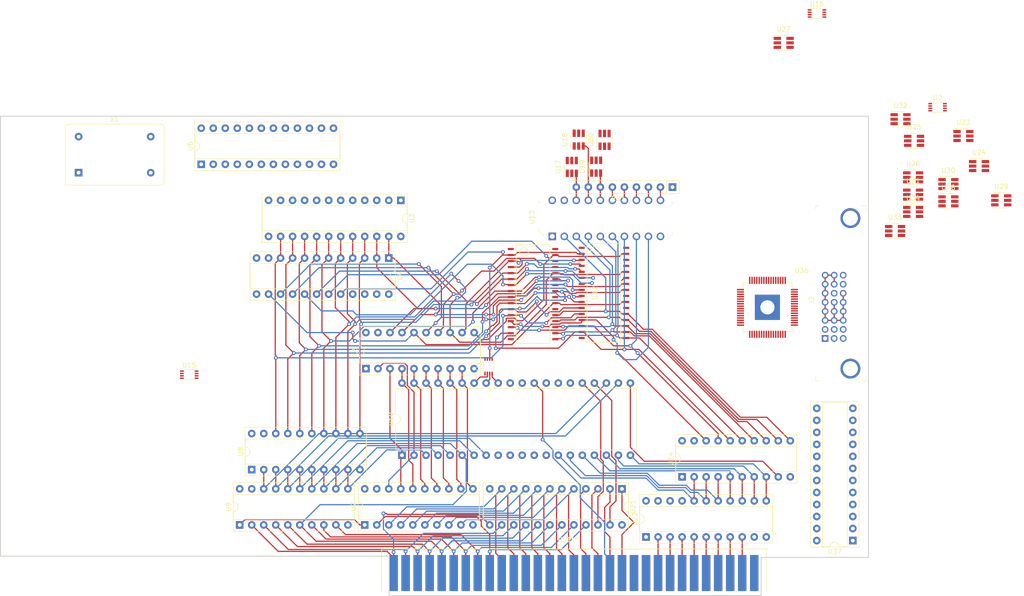
<source format=kicad_pcb>
(kicad_pcb (version 20171130) (host pcbnew "(5.0.0)")
  (layers (0 F.Cu signal) (31 B.Cu signal) (34 B.Paste user) (35 F.Paste user) (36 B.SilkS user) (37 F.SilkS user) (38 B.Mask user) (39 F.Mask user) (44 Edge.Cuts user))
  (net 0 "")
  (net 1 "Net-(X1-Pad1)")
  (net 2 "Net-(U3-Pad3)")
  (net 3 "Net-(J2-PadSH)")
  (net 4 "Net-(J2-Pad17)")
  (net 5 "Net-(J2-Pad18)")
  (net 6 GND)
  (net 7 "Net-(J2-Pad23)")
  (net 8 "Net-(J2-Pad24)")
  (net 9 "Net-(J2-Pad9)")
  (net 10 "Net-(J2-Pad10)")
  (net 11 +5V)
  (net 12 "Net-(J2-Pad1)")
  (net 13 "Net-(J2-Pad2)")
  (net 14 /D0)
  (net 15 /D1)
  (net 16 /D2)
  (net 17 /D3)
  (net 18 /D4)
  (net 19 /D5)
  (net 20 GEnd)
  (net 21 +3V3)
  (net 22 /D6)
  (net 23 /D7)
  (net 24 /A0)
  (net 25 /A5)
  (net 26 /A6)
  (net 27 /A7)
  (net 28 /A8)
  (net 29 /A9)
  (net 30 /A10)
  (net 31 /A11)
  (net 32 /A12)
  (net 33 /A13)
  (net 34 /A14)
  (net 35 /A15)
  (net 36 "Net-(J1-Pad46)")
  (net 37 "Net-(J1-Pad45)")
  (net 38 "Net-(J1-Pad44)")
  (net 39 "Net-(J1-Pad43)")
  (net 40 AEN)
  (net 41 "Net-(J1-Pad41)")
  (net 42 "Net-(J1-Pad40)")
  (net 43 "Net-(J1-Pad39)")
  (net 44 "Net-(J1-Pad38)")
  (net 45 "Net-(J1-Pad37)")
  (net 46 "Net-(J1-Pad36)")
  (net 47 "Net-(J1-Pad35)")
  (net 48 "Net-(J1-Pad34)")
  (net 49 "Net-(J1-Pad33)")
  (net 50 "Net-(J1-Pad32)")
  (net 51 "Net-(J1-Pad31)")
  (net 52 "Net-(J1-Pad30)")
  (net 53 "Net-(J1-Pad29)")
  (net 54 ALEN)
  (net 55 "Net-(J1-Pad27)")
  (net 56 "Net-(J1-Pad26)")
  (net 57 "Net-(J1-Pad25)")
  (net 58 "Net-(J1-Pad24)")
  (net 59 "Net-(J1-Pad23)")
  (net 60 "Net-(J1-Pad22)")
  (net 61 "Net-(J1-Pad21)")
  (net 62 "Net-(J1-Pad20)")
  (net 63 "Net-(J1-Pad19)")
  (net 64 "Net-(J1-Pad18)")
  (net 65 "Net-(J1-Pad17)")
  (net 66 "Net-(J1-Pad16)")
  (net 67 "Net-(J1-Pad15)")
  (net 68 "Net-(J1-Pad14)")
  (net 69 IOW)
  (net 70 "Net-(J1-Pad12)")
  (net 71 "Net-(J1-Pad11)")
  (net 72 "Net-(J1-Pad7)")
  (net 73 "Net-(J1-Pad10)")
  (net 74 "Net-(J1-Pad9)")
  (net 75 "Net-(J1-Pad8)")
  (net 76 RST)
  (net 77 "Net-(J1-Pad5)")
  (net 78 "Net-(J1-Pad6)")
  (net 79 "Net-(J1-Pad3)")
  (net 80 "Net-(J1-Pad4)")
  (net 81 "Net-(J1-Pad1)")
  (net 82 "Net-(U16-Pad3)")
  (net 83 "Net-(U20-Pad6)")
  (net 84 "Net-(U26-Pad4)")
  (net 85 VCC)
  (net 86 "Net-(U18-Pad6)")
  (net 87 "Net-(U18-Pad4)")
  (net 88 GClock)
  (net 89 "Net-(U17-Pad4)")
  (net 90 "Net-(U17-Pad6)")
  (net 91 "Net-(U19-Pad6)")
  (net 92 "Net-(U19-Pad4)")
  (net 93 "Net-(U20-Pad4)")
  (net 94 "Net-(U23-Pad4)")
  (net 95 "Net-(U24-Pad4)")
  (net 96 "Net-(U25-Pad4)")
  (net 97 "Net-(U28-Pad4)")
  (net 98 "Net-(U29-Pad6)")
  (net 99 "Net-(U29-Pad4)")
  (net 100 "Net-(U30-Pad4)")
  (net 101 "Net-(U31-Pad4)")
  (net 102 "Net-(U32-Pad4)")
  (net 103 "Net-(U33-Pad4)")
  (net 104 "Net-(U34-Pad4)")
  (net 105 "Net-(U27-Pad4)")
  (net 106 "ALEN(inv)")
  (net 107 "RST(inv)")
  (net 108 "(inv)LE")
  (net 109 LoadEnable)
  (net 110 /A17)
  (net 111 /A16)
  (net 112 CS)
  (net 113 "CS(inv)")
  (net 114 "Net-(U2-Pad2)")
  (net 115 "Net-(U10-Pad21)")
  (net 116 REG)
  (net 117 Sel)
  (net 118 OP)
  (net 119 CountReset)
  (net 120 "Net-(U10-Pad30)")
  (net 121 "Net-(U10-Pad12)")
  (net 122 "Net-(U10-Pad13)")
  (net 123 "Net-(U10-Pad14)")
  (net 124 "Net-(U10-Pad15)")
  (net 125 "Net-(U10-Pad16)")
  (net 126 "Net-(U10-Pad17)")
  (net 127 "Net-(U10-Pad18)")
  (net 128 "Net-(U10-Pad19)")
  (net 129 "Net-(U10-Pad20)")
  (net 130 DR)
  (net 131 "Net-(U37-Pad11)")
  (net 132 "Net-(U37-Pad22)")
  (net 133 "Net-(U37-Pad10)")
  (net 134 "Net-(U37-Pad21)")
  (net 135 "Net-(U37-Pad9)")
  (net 136 "Net-(U37-Pad20)")
  (net 137 "Net-(U37-Pad8)")
  (net 138 "Net-(U37-Pad19)")
  (net 139 "Net-(U37-Pad7)")
  (net 140 "Net-(U37-Pad18)")
  (net 141 "Net-(U37-Pad6)")
  (net 142 "Net-(U37-Pad17)")
  (net 143 "Net-(U37-Pad5)")
  (net 144 "Net-(U37-Pad16)")
  (net 145 "Net-(U37-Pad4)")
  (net 146 Vsync)
  (net 147 Hsync)
  (net 148 "Net-(U37-Pad13)")
  (net 149 "Net-(U6-Pad1)")
  (net 150 "Net-(U6-Pad13)")
  (net 151 "Net-(U6-Pad3)")
  (net 152 DE)
  (net 153 "Net-(U6-Pad4)")
  (net 154 "Net-(U3-Pad1)")
  (net 155 "Net-(U6-Pad5)")
  (net 156 "Net-(U6-Pad17)")
  (net 157 "Net-(U6-Pad6)")
  (net 158 "Net-(U6-Pad18)")
  (net 159 "Net-(U6-Pad7)")
  (net 160 "Net-(U6-Pad19)")
  (net 161 "Net-(U6-Pad8)")
  (net 162 "Net-(U6-Pad20)")
  (net 163 "Net-(U6-Pad9)")
  (net 164 "Net-(U6-Pad21)")
  (net 165 "Net-(U6-Pad10)")
  (net 166 "Net-(U6-Pad22)")
  (net 167 "Net-(U6-Pad11)")
  (net 168 "Net-(U6-Pad23)")
  (net 169 "Net-(U6-Pad12)")
  (net 170 "Net-(U6-Pad24)")
  (net 171 "Net-(U3-Pad11)")
  (net 172 "Net-(U3-Pad10)")
  (net 173 "Net-(U3-Pad9)")
  (net 174 "Net-(U3-Pad8)")
  (net 175 "Net-(U3-Pad7)")
  (net 176 "Net-(U3-Pad6)")
  (net 177 "Net-(U3-Pad5)")
  (net 178 "Net-(U3-Pad4)")
  (net 179 "Net-(U3-Pad2)")
  (net 180 "Net-(U3-Pad13)")
  (net 181 "Net-(U4-Pad13)")
  (net 182 "Net-(U4-Pad11)")
  (net 183 "Net-(U4-Pad23)")
  (net 184 "Net-(RN1-Pad5)")
  (net 185 "Net-(RN1-Pad6)")
  (net 186 "Net-(RN1-Pad7)")
  (net 187 "Net-(RN1-Pad8)")
  (net 188 "Net-(RN1-Pad9)")
  (net 189 "Net-(RN1-Pad4)")
  (net 190 "Net-(RN1-Pad3)")
  (net 191 "Net-(RN1-Pad2)")
  (net 192 "Net-(U36-Pad65)")
  (net 193 "Net-(U36-Pad11)")
  (net 194 "Net-(U36-Pad19)")
  (net 195 "Net-(U36-Pad49)")
  (module RetPC:8Bit_ISA_BUS (layer F.Cu) (at 184.15 134.62)
    (fp_text reference J1 (at 0 0.5) (layer F.SilkS))
    (fp_text value Bus_ISA_8bit)
    (fp_text user REF** (at 0 0.63) (layer F.SilkS))
    (pad 62 connect rect (at -36.83 7.62) (size 1.78 7.62) (layers F.Cu F.Mask) (net 24 /A0))
    (pad 61 connect rect (at -34.29 7.62) (size 1.78 7.62) (layers F.Cu F.Mask) (net 24 /A0))
    (pad 60 connect rect (at -31.75 7.62) (size 1.78 7.62) (layers F.Cu F.Mask) (net 24 /A0))
    (pad 59 connect rect (at -29.21 7.62) (size 1.78 7.62) (layers F.Cu F.Mask) (net 24 /A0))
    (pad 58 connect rect (at -26.67 7.62) (size 1.78 7.62) (layers F.Cu F.Mask) (net 24 /A0))
    (pad 57 connect rect (at -24.13 7.62) (size 1.78 7.62) (layers F.Cu F.Mask) (net 25 /A5))
    (pad 56 connect rect (at -21.59 7.62) (size 1.78 7.62) (layers F.Cu F.Mask) (net 26 /A6))
    (pad 55 connect rect (at -19.05 7.62) (size 1.78 7.62) (layers F.Cu F.Mask) (net 27 /A7))
    (pad 54 connect rect (at -16.51 7.62) (size 1.78 7.62) (layers F.Cu F.Mask) (net 28 /A8))
    (pad 53 connect rect (at -13.97 7.62) (size 1.78 7.62) (layers F.Cu F.Mask) (net 29 /A9))
    (pad 52 connect rect (at -11.43 7.62) (size 1.78 7.62) (layers F.Cu F.Mask) (net 30 /A10))
    (pad 51 connect rect (at -8.89 7.62) (size 1.78 7.62) (layers F.Cu F.Mask) (net 31 /A11))
    (pad 50 connect rect (at -6.35 7.62) (size 1.78 7.62) (layers F.Cu F.Mask) (net 32 /A12))
    (pad 49 connect rect (at -3.81 7.62) (size 1.78 7.62) (layers F.Cu F.Mask) (net 33 /A13))
    (pad 48 connect rect (at -1.27 7.62) (size 1.78 7.62) (layers F.Cu F.Mask) (net 34 /A14))
    (pad 47 connect rect (at 1.27 7.62) (size 1.78 7.62) (layers F.Cu F.Mask) (net 35 /A15))
    (pad 46 connect rect (at 3.81 7.62) (size 1.78 7.62) (layers F.Cu F.Mask) (net 36 "Net-(J1-Pad46)"))
    (pad 45 connect rect (at 6.35 7.62) (size 1.78 7.62) (layers F.Cu F.Mask) (net 37 "Net-(J1-Pad45)"))
    (pad 44 connect rect (at 8.89 7.62) (size 1.78 7.62) (layers F.Cu F.Mask) (net 38 "Net-(J1-Pad44)"))
    (pad 43 connect rect (at 11.43 7.62) (size 1.78 7.62) (layers F.Cu F.Mask) (net 39 "Net-(J1-Pad43)"))
    (pad 42 connect rect (at 13.97 7.62) (size 1.78 7.62) (layers F.Cu F.Mask) (net 40 AEN))
    (pad 41 connect rect (at 16.51 7.62) (size 1.78 7.62) (layers F.Cu F.Mask) (net 41 "Net-(J1-Pad41)"))
    (pad 40 connect rect (at 19.05 7.62) (size 1.78 7.62) (layers F.Cu F.Mask) (net 42 "Net-(J1-Pad40)"))
    (pad 39 connect rect (at 21.59 7.62) (size 1.78 7.62) (layers F.Cu F.Mask) (net 43 "Net-(J1-Pad39)"))
    (pad 38 connect rect (at 24.13 7.62) (size 1.78 7.62) (layers F.Cu F.Mask) (net 44 "Net-(J1-Pad38)"))
    (pad 37 connect rect (at 26.67 7.62) (size 1.78 7.62) (layers F.Cu F.Mask) (net 45 "Net-(J1-Pad37)"))
    (pad 36 connect rect (at 29.21 7.62) (size 1.78 7.62) (layers F.Cu F.Mask) (net 46 "Net-(J1-Pad36)"))
    (pad 35 connect rect (at 31.75 7.62) (size 1.78 7.62) (layers F.Cu F.Mask) (net 47 "Net-(J1-Pad35)"))
    (pad 34 connect rect (at 34.29 7.62) (size 1.78 7.62) (layers F.Cu F.Mask) (net 48 "Net-(J1-Pad34)"))
    (pad 33 connect rect (at 36.83 7.62) (size 1.78 7.62) (layers F.Cu F.Mask) (net 49 "Net-(J1-Pad33)"))
    (pad 32 connect rect (at 39.37 7.62) (size 1.78 7.62) (layers F.Cu F.Mask) (net 50 "Net-(J1-Pad32)"))
    (pad 31 connect rect (at -36.83 7.62) (size 1.78 7.62) (layers B.Cu B.Mask) (net 51 "Net-(J1-Pad31)"))
    (pad 30 connect rect (at -34.29 7.62) (size 1.78 7.62) (layers B.Cu B.Mask) (net 52 "Net-(J1-Pad30)"))
    (pad 29 connect rect (at -31.75 7.62) (size 1.78 7.62) (layers B.Cu B.Mask) (net 53 "Net-(J1-Pad29)"))
    (pad 28 connect rect (at -29.21 7.62) (size 1.78 7.62) (layers B.Cu B.Mask) (net 54 ALEN))
    (pad 27 connect rect (at -26.67 7.62) (size 1.78 7.62) (layers B.Cu B.Mask) (net 55 "Net-(J1-Pad27)"))
    (pad 26 connect rect (at -24.13 7.62) (size 1.78 7.62) (layers B.Cu B.Mask) (net 56 "Net-(J1-Pad26)"))
    (pad 25 connect rect (at -21.59 7.62) (size 1.78 7.62) (layers B.Cu B.Mask) (net 57 "Net-(J1-Pad25)"))
    (pad 24 connect rect (at -19.05 7.62) (size 1.78 7.62) (layers B.Cu B.Mask) (net 58 "Net-(J1-Pad24)"))
    (pad 23 connect rect (at -16.51 7.62) (size 1.78 7.62) (layers B.Cu B.Mask) (net 59 "Net-(J1-Pad23)"))
    (pad 22 connect rect (at -13.97 7.62) (size 1.78 7.62) (layers B.Cu B.Mask) (net 60 "Net-(J1-Pad22)"))
    (pad 21 connect rect (at -11.43 7.62) (size 1.78 7.62) (layers B.Cu B.Mask) (net 61 "Net-(J1-Pad21)"))
    (pad 20 connect rect (at -8.89 7.62) (size 1.78 7.62) (layers B.Cu B.Mask) (net 62 "Net-(J1-Pad20)"))
    (pad 19 connect rect (at -6.35 7.62) (size 1.78 7.62) (layers B.Cu B.Mask) (net 63 "Net-(J1-Pad19)"))
    (pad 18 connect rect (at -3.81 7.62) (size 1.78 7.62) (layers B.Cu B.Mask) (net 64 "Net-(J1-Pad18)"))
    (pad 17 connect rect (at -1.27 7.62) (size 1.78 7.62) (layers B.Cu B.Mask) (net 65 "Net-(J1-Pad17)"))
    (pad 16 connect rect (at 1.27 7.62) (size 1.78 7.62) (layers B.Cu B.Mask) (net 66 "Net-(J1-Pad16)"))
    (pad 15 connect rect (at 3.81 7.62) (size 1.78 7.62) (layers B.Cu B.Mask) (net 67 "Net-(J1-Pad15)"))
    (pad 14 connect rect (at 6.35 7.62) (size 1.78 7.62) (layers B.Cu B.Mask) (net 68 "Net-(J1-Pad14)"))
    (pad 13 connect rect (at 8.89 7.62) (size 1.78 7.62) (layers B.Cu B.Mask) (net 69 IOW))
    (pad 12 connect rect (at 11.43 7.62) (size 1.78 7.62) (layers B.Cu B.Mask) (net 70 "Net-(J1-Pad12)"))
    (pad 11 connect rect (at 13.97 7.62) (size 1.78 7.62) (layers B.Cu B.Mask) (net 71 "Net-(J1-Pad11)"))
    (pad 7 connect rect (at 24.13 7.62) (size 1.78 7.62) (layers B.Cu B.Mask) (net 72 "Net-(J1-Pad7)"))
    (pad 10 connect rect (at 16.51 7.62) (size 1.78 7.62) (layers B.Cu B.Mask) (net 73 "Net-(J1-Pad10)"))
    (pad 9 connect rect (at 19.05 7.62) (size 1.78 7.62) (layers B.Cu B.Mask) (net 74 "Net-(J1-Pad9)"))
    (pad 8 connect rect (at 21.59 7.62) (size 1.78 7.62) (layers B.Cu B.Mask) (net 75 "Net-(J1-Pad8)"))
    (pad 2 connect rect (at 36.83 7.62) (size 1.78 7.62) (layers B.Cu B.Mask) (net 76 RST))
    (pad 5 connect rect (at 29.21 7.62) (size 1.78 7.62) (layers B.Cu B.Mask) (net 77 "Net-(J1-Pad5)"))
    (pad 6 connect rect (at 26.67 7.62) (size 1.78 7.62) (layers B.Cu B.Mask) (net 78 "Net-(J1-Pad6)"))
    (pad 3 connect rect (at 34.29 7.62) (size 1.78 7.62) (layers B.Cu B.Mask) (net 79 "Net-(J1-Pad3)"))
    (pad 4 connect rect (at 31.75 7.62) (size 1.78 7.62) (layers B.Cu B.Mask) (net 80 "Net-(J1-Pad4)"))
    (pad 1 connect rect (at 39.37 7.62) (size 1.78 7.62) (layers B.Cu B.Mask) (net 81 "Net-(J1-Pad1)"))
  )
  (module Package_DIP:DIP-24_W7.62mm_Socket (layer F.Cu) (at 195.58 124.46 270)
    (fp_text reference U21 (at 3.81 -2.33 270) (layer F.SilkS))
    (fp_text value ATF22V10D)
    (pad 1 thru_hole rect (at 0 0 270) (size 1.6 1.6) (drill 0.8) (layers *.Cu *.Mask) (net 39 "Net-(J1-Pad43)"))
    (pad 13 thru_hole oval (at 7.62 27.94 270) (size 1.6 1.6) (drill 0.8) (layers *.Cu *.Mask) (net 24 /A0))
    (pad 2 thru_hole oval (at 0 2.54 270) (size 1.6 1.6) (drill 0.8) (layers *.Cu *.Mask) (net 38 "Net-(J1-Pad44)"))
    (pad 14 thru_hole oval (at 7.62 25.4 270) (size 1.6 1.6) (drill 0.8) (layers *.Cu *.Mask) (net 24 /A0))
    (pad 3 thru_hole oval (at 0 5.08 270) (size 1.6 1.6) (drill 0.8) (layers *.Cu *.Mask) (net 37 "Net-(J1-Pad45)"))
    (pad 15 thru_hole oval (at 7.62 22.86 270) (size 1.6 1.6) (drill 0.8) (layers *.Cu *.Mask) (net 24 /A0))
    (pad 4 thru_hole oval (at 0 7.62 270) (size 1.6 1.6) (drill 0.8) (layers *.Cu *.Mask) (net 36 "Net-(J1-Pad46)"))
    (pad 16 thru_hole oval (at 7.62 20.32 270) (size 1.6 1.6) (drill 0.8) (layers *.Cu *.Mask) (net 24 /A0))
    (pad 5 thru_hole oval (at 0 10.16 270) (size 1.6 1.6) (drill 0.8) (layers *.Cu *.Mask) (net 35 /A15))
    (pad 17 thru_hole oval (at 7.62 17.78 270) (size 1.6 1.6) (drill 0.8) (layers *.Cu *.Mask) (net 24 /A0))
    (pad 6 thru_hole oval (at 0 12.7 270) (size 1.6 1.6) (drill 0.8) (layers *.Cu *.Mask) (net 34 /A14))
    (pad 18 thru_hole oval (at 7.62 15.24 270) (size 1.6 1.6) (drill 0.8) (layers *.Cu *.Mask) (net 25 /A5))
    (pad 7 thru_hole oval (at 0 15.24 270) (size 1.6 1.6) (drill 0.8) (layers *.Cu *.Mask) (net 33 /A13))
    (pad 19 thru_hole oval (at 7.62 12.7 270) (size 1.6 1.6) (drill 0.8) (layers *.Cu *.Mask) (net 26 /A6))
    (pad 8 thru_hole oval (at 0 17.78 270) (size 1.6 1.6) (drill 0.8) (layers *.Cu *.Mask) (net 32 /A12))
    (pad 20 thru_hole oval (at 7.62 10.16 270) (size 1.6 1.6) (drill 0.8) (layers *.Cu *.Mask) (net 27 /A7))
    (pad 9 thru_hole oval (at 0 20.32 270) (size 1.6 1.6) (drill 0.8) (layers *.Cu *.Mask) (net 31 /A11))
    (pad 21 thru_hole oval (at 7.62 7.62 270) (size 1.6 1.6) (drill 0.8) (layers *.Cu *.Mask) (net 28 /A8))
    (pad 10 thru_hole oval (at 0 22.86 270) (size 1.6 1.6) (drill 0.8) (layers *.Cu *.Mask) (net 30 /A10))
    (pad 22 thru_hole oval (at 7.62 5.08 270) (size 1.6 1.6) (drill 0.8) (layers *.Cu *.Mask) (net 116 REG))
    (pad 11 thru_hole oval (at 0 25.4 270) (size 1.6 1.6) (drill 0.8) (layers *.Cu *.Mask) (net 29 /A9))
    (pad 23 thru_hole oval (at 7.62 2.54 270) (size 1.6 1.6) (drill 0.8) (layers *.Cu *.Mask) (net 117 Sel))
    (pad 12 thru_hole oval (at 0 27.94 270) (size 1.6 1.6) (drill 0.8) (layers *.Cu *.Mask) (net 6 GND))
    (pad 24 thru_hole oval (at 7.62 0 270) (size 1.6 1.6) (drill 0.8) (layers *.Cu *.Mask) (net 11 +5V))
  )
  (module retsmd:HQFP-64_10x10mm_Pitch0.5mm_handsoldering (layer F.Cu) (at 226.314 86.106 90)
    (fp_text reference U36 (at 7.75 7.25) (layer F.SilkS))
    (fp_text value TFP410)
    (pad 65 thru_hole rect (at 0 0 90) (size 5.3 5.3) (drill 3) (layers *.Cu *.Mask) (net 192 "Net-(U36-Pad65)"))
    (pad 1 smd rect (at -5.7 -3.75 90) (size 1.5 0.3) (layers F.Cu F.Paste F.Mask) (net 21 +3V3))
    (pad 2 smd rect (at -5.7 -3.25 90) (size 1.5 0.3) (layers F.Cu F.Paste F.Mask) (net 152 DE))
    (pad 3 smd rect (at -5.7 -2.75 90) (size 1.5 0.3) (layers F.Cu F.Paste F.Mask) (net 21 +3V3))
    (pad 4 smd rect (at -5.7 -2.25 90) (size 1.5 0.3) (layers F.Cu F.Paste F.Mask) (net 147 Hsync))
    (pad 5 smd rect (at -5.7 -1.75 90) (size 1.5 0.3) (layers F.Cu F.Paste F.Mask) (net 146 Vsync))
    (pad 6 smd rect (at -5.7 -1.25 90) (size 1.5 0.3) (layers F.Cu F.Paste F.Mask) (net 6 GND))
    (pad 7 smd rect (at -5.7 -0.75 90) (size 1.5 0.3) (layers F.Cu F.Paste F.Mask) (net 6 GND))
    (pad 8 smd rect (at -5.7 -0.25 90) (size 1.5 0.3) (layers F.Cu F.Paste F.Mask) (net 6 GND))
    (pad 9 smd rect (at -5.7 0.25 90) (size 1.5 0.3) (layers F.Cu F.Paste F.Mask) (net 6 GND))
    (pad 10 smd rect (at -5.7 0.75 90) (size 1.5 0.3) (layers F.Cu F.Paste F.Mask) (net 6 GND))
    (pad 11 smd rect (at -5.7 1.25 90) (size 1.5 0.3) (layers F.Cu F.Paste F.Mask) (net 193 "Net-(U36-Pad11)"))
    (pad 12 smd rect (at -5.7 1.75 90) (size 1.5 0.3) (layers F.Cu F.Paste F.Mask) (net 21 +3V3))
    (pad 13 smd rect (at -5.7 2.25 90) (size 1.5 0.3) (layers F.Cu F.Paste F.Mask) (net 6 GND))
    (pad 14 smd rect (at -5.7 2.75 90) (size 1.5 0.3) (layers F.Cu F.Paste F.Mask) (net 6 GND))
    (pad 15 smd rect (at -5.7 3.25 90) (size 1.5 0.3) (layers F.Cu F.Paste F.Mask) (net 21 +3V3))
    (pad 16 smd rect (at -5.7 3.75 90) (size 1.5 0.3) (layers F.Cu F.Paste F.Mask) (net 6 GND))
    (pad 17 smd rect (at -3.75 5.7 180) (size 1.5 0.3) (layers F.Cu F.Paste F.Mask) (net 6 GND))
    (pad 18 smd rect (at -3.25 5.7 180) (size 1.5 0.3) (layers F.Cu F.Paste F.Mask) (net 21 +3V3))
    (pad 19 smd rect (at -2.75 5.7 180) (size 1.5 0.3) (layers F.Cu F.Paste F.Mask) (net 194 "Net-(U36-Pad19)"))
    (pad 20 smd rect (at -2.25 5.7 180) (size 1.5 0.3) (layers F.Cu F.Paste F.Mask) (net 6 GND))
    (pad 21 smd rect (at -1.75 5.7 180) (size 1.5 0.3) (layers F.Cu F.Paste F.Mask) (net 8 "Net-(J2-Pad24)"))
    (pad 22 smd rect (at -1.25 5.7 180) (size 1.5 0.3) (layers F.Cu F.Paste F.Mask) (net 7 "Net-(J2-Pad23)"))
    (pad 23 smd rect (at -0.75 5.7 180) (size 1.5 0.3) (layers F.Cu F.Paste F.Mask) (net 21 +3V3))
    (pad 24 smd rect (at -0.25 5.7 180) (size 1.5 0.3) (layers F.Cu F.Paste F.Mask) (net 4 "Net-(J2-Pad17)"))
    (pad 25 smd rect (at 0.25 5.7 180) (size 1.5 0.3) (layers F.Cu F.Paste F.Mask) (net 5 "Net-(J2-Pad18)"))
    (pad 26 smd rect (at 0.75 5.7 180) (size 1.5 0.3) (layers F.Cu F.Paste F.Mask) (net 6 GND))
    (pad 27 smd rect (at 1.25 5.7 180) (size 1.5 0.3) (layers F.Cu F.Paste F.Mask) (net 9 "Net-(J2-Pad9)"))
    (pad 28 smd rect (at 1.75 5.7 180) (size 1.5 0.3) (layers F.Cu F.Paste F.Mask) (net 10 "Net-(J2-Pad10)"))
    (pad 29 smd rect (at 2.25 5.7 180) (size 1.5 0.3) (layers F.Cu F.Paste F.Mask) (net 21 +3V3))
    (pad 30 smd rect (at 2.75 5.7 180) (size 1.5 0.3) (layers F.Cu F.Paste F.Mask) (net 12 "Net-(J2-Pad1)"))
    (pad 31 smd rect (at 3.25 5.7 180) (size 1.5 0.3) (layers F.Cu F.Paste F.Mask) (net 13 "Net-(J2-Pad2)"))
    (pad 32 smd rect (at 3.75 5.7 180) (size 1.5 0.3) (layers F.Cu F.Paste F.Mask) (net 6 GND))
    (pad 33 smd rect (at 5.7 3.75 90) (size 1.5 0.3) (layers F.Cu F.Paste F.Mask) (net 21 +3V3))
    (pad 34 smd rect (at 5.7 3.25 90) (size 1.5 0.3) (layers F.Cu F.Paste F.Mask) (net 6 GND))
    (pad 35 smd rect (at 5.7 2.75 90) (size 1.5 0.3) (layers F.Cu F.Paste F.Mask) (net 6 GND))
    (pad 36 smd rect (at 5.7 2.25 90) (size 1.5 0.3) (layers F.Cu F.Paste F.Mask) (net 104 "Net-(U34-Pad4)"))
    (pad 37 smd rect (at 5.7 1.75 90) (size 1.5 0.3) (layers F.Cu F.Paste F.Mask) (net 103 "Net-(U33-Pad4)"))
    (pad 38 smd rect (at 5.7 1.25 90) (size 1.5 0.3) (layers F.Cu F.Paste F.Mask) (net 102 "Net-(U32-Pad4)"))
    (pad 39 smd rect (at 5.7 0.75 90) (size 1.5 0.3) (layers F.Cu F.Paste F.Mask) (net 101 "Net-(U31-Pad4)"))
    (pad 40 smd rect (at 5.7 0.25 90) (size 1.5 0.3) (layers F.Cu F.Paste F.Mask) (net 104 "Net-(U34-Pad4)"))
    (pad 41 smd rect (at 5.7 -0.25 90) (size 1.5 0.3) (layers F.Cu F.Paste F.Mask) (net 103 "Net-(U33-Pad4)"))
    (pad 42 smd rect (at 5.7 -0.75 90) (size 1.5 0.3) (layers F.Cu F.Paste F.Mask) (net 102 "Net-(U32-Pad4)"))
    (pad 43 smd rect (at 5.7 -1.25 90) (size 1.5 0.3) (layers F.Cu F.Paste F.Mask) (net 101 "Net-(U31-Pad4)"))
    (pad 44 smd rect (at 5.7 -1.75 90) (size 1.5 0.3) (layers F.Cu F.Paste F.Mask) (net 100 "Net-(U30-Pad4)"))
    (pad 45 smd rect (at 5.7 -2.25 90) (size 1.5 0.3) (layers F.Cu F.Paste F.Mask) (net 99 "Net-(U29-Pad4)"))
    (pad 46 smd rect (at 5.7 -2.75 90) (size 1.5 0.3) (layers F.Cu F.Paste F.Mask) (net 97 "Net-(U28-Pad4)"))
    (pad 47 smd rect (at 5.7 -3.25 90) (size 1.5 0.3) (layers F.Cu F.Paste F.Mask) (net 105 "Net-(U27-Pad4)"))
    (pad 48 smd rect (at 5.7 -3.75 90) (size 1.5 0.3) (layers F.Cu F.Paste F.Mask) (net 6 GND))
    (pad 49 smd rect (at 3.75 -5.7 180) (size 1.5 0.3) (layers F.Cu F.Paste F.Mask) (net 195 "Net-(U36-Pad49)"))
    (pad 50 smd rect (at 3.25 -5.7 180) (size 1.5 0.3) (layers F.Cu F.Paste F.Mask) (net 100 "Net-(U30-Pad4)"))
    (pad 51 smd rect (at 2.75 -5.7 180) (size 1.5 0.3) (layers F.Cu F.Paste F.Mask) (net 99 "Net-(U29-Pad4)"))
    (pad 52 smd rect (at 2.25 -5.7 180) (size 1.5 0.3) (layers F.Cu F.Paste F.Mask) (net 97 "Net-(U28-Pad4)"))
    (pad 53 smd rect (at 1.75 -5.7 180) (size 1.5 0.3) (layers F.Cu F.Paste F.Mask) (net 105 "Net-(U27-Pad4)"))
    (pad 54 smd rect (at 1.25 -5.7 180) (size 1.5 0.3) (layers F.Cu F.Paste F.Mask) (net 84 "Net-(U26-Pad4)"))
    (pad 55 smd rect (at 0.75 -5.7 180) (size 1.5 0.3) (layers F.Cu F.Paste F.Mask) (net 96 "Net-(U25-Pad4)"))
    (pad 56 smd rect (at 0.25 -5.7 180) (size 1.5 0.3) (layers F.Cu F.Paste F.Mask) (net 6 GND))
    (pad 57 smd rect (at -0.25 -5.7 180) (size 1.5 0.3) (layers F.Cu F.Paste F.Mask) (net 88 GClock))
    (pad 58 smd rect (at -0.75 -5.7 180) (size 1.5 0.3) (layers F.Cu F.Paste F.Mask) (net 95 "Net-(U24-Pad4)"))
    (pad 59 smd rect (at -1.25 -5.7 180) (size 1.5 0.3) (layers F.Cu F.Paste F.Mask) (net 94 "Net-(U23-Pad4)"))
    (pad 60 smd rect (at -1.75 -5.7 180) (size 1.5 0.3) (layers F.Cu F.Paste F.Mask) (net 84 "Net-(U26-Pad4)"))
    (pad 61 smd rect (at -2.25 -5.7 180) (size 1.5 0.3) (layers F.Cu F.Paste F.Mask) (net 96 "Net-(U25-Pad4)"))
    (pad 62 smd rect (at -2.75 -5.7 180) (size 1.5 0.3) (layers F.Cu F.Paste F.Mask) (net 95 "Net-(U24-Pad4)"))
    (pad 63 smd rect (at -3.25 -5.7 180) (size 1.5 0.3) (layers F.Cu F.Paste F.Mask) (net 94 "Net-(U23-Pad4)"))
    (pad 64 smd rect (at -3.75 -5.7 180) (size 1.5 0.3) (layers F.Cu F.Paste F.Mask) (net 6 GND))
  )
  (module Resistor_THT:R_Array_SIP9 (layer F.Cu) (at 206.248 60.706 180)
    (fp_text reference RN1 (at 11.43 -2.4 180) (layer F.SilkS))
    (fp_text value R_Network08)
    (pad 1 thru_hole rect (at 0 0 180) (size 1.6 1.6) (drill 0.8) (layers *.Cu *.Mask) (net 6 GND))
    (pad 2 thru_hole oval (at 2.54 0 180) (size 1.6 1.6) (drill 0.8) (layers *.Cu *.Mask) (net 191 "Net-(RN1-Pad2)"))
    (pad 3 thru_hole oval (at 5.08 0 180) (size 1.6 1.6) (drill 0.8) (layers *.Cu *.Mask) (net 190 "Net-(RN1-Pad3)"))
    (pad 4 thru_hole oval (at 7.62 0 180) (size 1.6 1.6) (drill 0.8) (layers *.Cu *.Mask) (net 189 "Net-(RN1-Pad4)"))
    (pad 5 thru_hole oval (at 10.16 0 180) (size 1.6 1.6) (drill 0.8) (layers *.Cu *.Mask) (net 184 "Net-(RN1-Pad5)"))
    (pad 6 thru_hole oval (at 12.7 0 180) (size 1.6 1.6) (drill 0.8) (layers *.Cu *.Mask) (net 185 "Net-(RN1-Pad6)"))
    (pad 7 thru_hole oval (at 15.24 0 180) (size 1.6 1.6) (drill 0.8) (layers *.Cu *.Mask) (net 186 "Net-(RN1-Pad7)"))
    (pad 8 thru_hole oval (at 17.78 0 180) (size 1.6 1.6) (drill 0.8) (layers *.Cu *.Mask) (net 187 "Net-(RN1-Pad8)"))
    (pad 9 thru_hole oval (at 20.32 0 180) (size 1.6 1.6) (drill 0.8) (layers *.Cu *.Mask) (net 188 "Net-(RN1-Pad9)"))
  )
  (module SMD_Packages:SOJ-32 (layer F.Cu) (at 176.784 83.312 270)
    (fp_text reference U11 (at 0 1.905 270) (layer F.SilkS))
    (fp_text value 628128)
    (pad 17 smd rect (at 9.525 -4.699 270) (size 0.4572 1.27) (layers F.Cu F.Paste F.Mask) (net 17 /D3))
    (pad 18 smd rect (at 8.255 -4.699 270) (size 0.4572 1.27) (layers F.Cu F.Paste F.Mask) (net 18 /D4))
    (pad 19 smd rect (at 6.985 -4.699 270) (size 0.4572 1.27) (layers F.Cu F.Paste F.Mask) (net 19 /D5))
    (pad 25 smd rect (at -0.635 -4.699 270) (size 0.4572 1.27) (layers F.Cu F.Paste F.Mask) (net 31 /A11))
    (pad 26 smd rect (at -1.905 -4.699 270) (size 0.4572 1.27) (layers F.Cu F.Paste F.Mask) (net 29 /A9))
    (pad 27 smd rect (at -3.175 -4.699 270) (size 0.4572 1.27) (layers F.Cu F.Paste F.Mask) (net 28 /A8))
    (pad 8 smd rect (at -0.635 4.699 270) (size 0.4572 1.27) (layers F.Cu F.Paste F.Mask) (net 24 /A0))
    (pad 7 smd rect (at -1.905 4.699 270) (size 0.4572 1.27) (layers F.Cu F.Paste F.Mask) (net 25 /A5))
    (pad 6 smd rect (at -3.175 4.699 270) (size 0.4572 1.27) (layers F.Cu F.Paste F.Mask) (net 26 /A6))
    (pad 16 smd rect (at 9.525 4.699 270) (size 0.4572 1.27) (layers F.Cu F.Paste F.Mask) (net 6 GND))
    (pad 15 smd rect (at 8.255 4.699 270) (size 0.4572 1.27) (layers F.Cu F.Paste F.Mask) (net 16 /D2))
    (pad 14 smd rect (at 6.985 4.699 270) (size 0.4572 1.27) (layers F.Cu F.Paste F.Mask) (net 15 /D1))
    (pad 13 smd rect (at 5.715 4.699 270) (size 0.4572 1.27) (layers F.Cu F.Paste F.Mask) (net 14 /D0))
    (pad 12 smd rect (at 4.445 4.699 270) (size 0.4572 1.27) (layers F.Cu F.Paste F.Mask) (net 24 /A0))
    (pad 11 smd rect (at 3.175 4.699 270) (size 0.4572 1.27) (layers F.Cu F.Paste F.Mask) (net 24 /A0))
    (pad 10 smd rect (at 1.905 4.699 270) (size 0.4572 1.27) (layers F.Cu F.Paste F.Mask) (net 24 /A0))
    (pad 9 smd rect (at 0.635 4.699 270) (size 0.4572 1.27) (layers F.Cu F.Paste F.Mask) (net 24 /A0))
    (pad 5 smd rect (at -4.445 4.699 270) (size 0.4572 1.27) (layers F.Cu F.Paste F.Mask) (net 27 /A7))
    (pad 4 smd rect (at -5.715 4.699 270) (size 0.4572 1.27) (layers F.Cu F.Paste F.Mask) (net 32 /A12))
    (pad 3 smd rect (at -6.985 4.699 270) (size 0.4572 1.27) (layers F.Cu F.Paste F.Mask) (net 34 /A14))
    (pad 2 smd rect (at -8.255 4.699 270) (size 0.4572 1.27) (layers F.Cu F.Paste F.Mask) (net 111 /A16))
    (pad 1 smd rect (at -9.525 4.699 270) (size 0.4572 1.27) (layers F.Cu F.Paste F.Mask))
    (pad 32 smd rect (at -9.525 -4.699 270) (size 0.4572 1.27) (layers F.Cu F.Paste F.Mask) (net 85 VCC))
    (pad 31 smd rect (at -8.255 -4.699 270) (size 0.4572 1.27) (layers F.Cu F.Paste F.Mask) (net 35 /A15))
    (pad 30 smd rect (at -6.985 -4.699 270) (size 0.4572 1.27) (layers F.Cu F.Paste F.Mask) (net 113 "CS(inv)"))
    (pad 29 smd rect (at -5.715 -4.699 270) (size 0.4572 1.27) (layers F.Cu F.Paste F.Mask) (net 109 LoadEnable))
    (pad 28 smd rect (at -4.445 -4.699 270) (size 0.4572 1.27) (layers F.Cu F.Paste F.Mask) (net 33 /A13))
    (pad 24 smd rect (at 0.635 -4.699 270) (size 0.4572 1.27) (layers F.Cu F.Paste F.Mask) (net 109 LoadEnable))
    (pad 23 smd rect (at 1.905 -4.699 270) (size 0.4572 1.27) (layers F.Cu F.Paste F.Mask) (net 30 /A10))
    (pad 22 smd rect (at 3.175 -4.699 270) (size 0.4572 1.27) (layers F.Cu F.Paste F.Mask) (net 112 CS))
    (pad 21 smd rect (at 4.445 -4.699 270) (size 0.4572 1.27) (layers F.Cu F.Paste F.Mask) (net 23 /D7))
    (pad 20 smd rect (at 5.715 -4.699 270) (size 0.4572 1.27) (layers F.Cu F.Paste F.Mask) (net 22 /D6))
  )
  (module SMD_Packages:SOJ-32 (layer F.Cu) (at 191.77 83.058 270)
    (fp_text reference U12 (at 0 1.905 270) (layer F.SilkS))
    (fp_text value 628128)
    (pad 20 smd rect (at 5.715 -4.699 270) (size 0.4572 1.27) (layers F.Cu F.Paste F.Mask) (net 22 /D6))
    (pad 21 smd rect (at 4.445 -4.699 270) (size 0.4572 1.27) (layers F.Cu F.Paste F.Mask) (net 23 /D7))
    (pad 22 smd rect (at 3.175 -4.699 270) (size 0.4572 1.27) (layers F.Cu F.Paste F.Mask) (net 113 "CS(inv)"))
    (pad 23 smd rect (at 1.905 -4.699 270) (size 0.4572 1.27) (layers F.Cu F.Paste F.Mask) (net 30 /A10))
    (pad 24 smd rect (at 0.635 -4.699 270) (size 0.4572 1.27) (layers F.Cu F.Paste F.Mask) (net 109 LoadEnable))
    (pad 28 smd rect (at -4.445 -4.699 270) (size 0.4572 1.27) (layers F.Cu F.Paste F.Mask) (net 33 /A13))
    (pad 29 smd rect (at -5.715 -4.699 270) (size 0.4572 1.27) (layers F.Cu F.Paste F.Mask) (net 109 LoadEnable))
    (pad 30 smd rect (at -6.985 -4.699 270) (size 0.4572 1.27) (layers F.Cu F.Paste F.Mask) (net 112 CS))
    (pad 31 smd rect (at -8.255 -4.699 270) (size 0.4572 1.27) (layers F.Cu F.Paste F.Mask) (net 35 /A15))
    (pad 32 smd rect (at -9.525 -4.699 270) (size 0.4572 1.27) (layers F.Cu F.Paste F.Mask) (net 85 VCC))
    (pad 1 smd rect (at -9.525 4.699 270) (size 0.4572 1.27) (layers F.Cu F.Paste F.Mask))
    (pad 2 smd rect (at -8.255 4.699 270) (size 0.4572 1.27) (layers F.Cu F.Paste F.Mask) (net 111 /A16))
    (pad 3 smd rect (at -6.985 4.699 270) (size 0.4572 1.27) (layers F.Cu F.Paste F.Mask) (net 34 /A14))
    (pad 4 smd rect (at -5.715 4.699 270) (size 0.4572 1.27) (layers F.Cu F.Paste F.Mask) (net 32 /A12))
    (pad 5 smd rect (at -4.445 4.699 270) (size 0.4572 1.27) (layers F.Cu F.Paste F.Mask) (net 27 /A7))
    (pad 9 smd rect (at 0.635 4.699 270) (size 0.4572 1.27) (layers F.Cu F.Paste F.Mask) (net 24 /A0))
    (pad 10 smd rect (at 1.905 4.699 270) (size 0.4572 1.27) (layers F.Cu F.Paste F.Mask) (net 24 /A0))
    (pad 11 smd rect (at 3.175 4.699 270) (size 0.4572 1.27) (layers F.Cu F.Paste F.Mask) (net 24 /A0))
    (pad 12 smd rect (at 4.445 4.699 270) (size 0.4572 1.27) (layers F.Cu F.Paste F.Mask) (net 24 /A0))
    (pad 13 smd rect (at 5.715 4.699 270) (size 0.4572 1.27) (layers F.Cu F.Paste F.Mask) (net 14 /D0))
    (pad 14 smd rect (at 6.985 4.699 270) (size 0.4572 1.27) (layers F.Cu F.Paste F.Mask) (net 15 /D1))
    (pad 15 smd rect (at 8.255 4.699 270) (size 0.4572 1.27) (layers F.Cu F.Paste F.Mask) (net 16 /D2))
    (pad 16 smd rect (at 9.525 4.699 270) (size 0.4572 1.27) (layers F.Cu F.Paste F.Mask) (net 6 GND))
    (pad 6 smd rect (at -3.175 4.699 270) (size 0.4572 1.27) (layers F.Cu F.Paste F.Mask) (net 26 /A6))
    (pad 7 smd rect (at -1.905 4.699 270) (size 0.4572 1.27) (layers F.Cu F.Paste F.Mask) (net 25 /A5))
    (pad 8 smd rect (at -0.635 4.699 270) (size 0.4572 1.27) (layers F.Cu F.Paste F.Mask) (net 24 /A0))
    (pad 27 smd rect (at -3.175 -4.699 270) (size 0.4572 1.27) (layers F.Cu F.Paste F.Mask) (net 28 /A8))
    (pad 26 smd rect (at -1.905 -4.699 270) (size 0.4572 1.27) (layers F.Cu F.Paste F.Mask) (net 29 /A9))
    (pad 25 smd rect (at -0.635 -4.699 270) (size 0.4572 1.27) (layers F.Cu F.Paste F.Mask) (net 31 /A11))
    (pad 19 smd rect (at 6.985 -4.699 270) (size 0.4572 1.27) (layers F.Cu F.Paste F.Mask) (net 19 /D5))
    (pad 18 smd rect (at 8.255 -4.699 270) (size 0.4572 1.27) (layers F.Cu F.Paste F.Mask) (net 18 /D4))
    (pad 17 smd rect (at 9.525 -4.699 270) (size 0.4572 1.27) (layers F.Cu F.Paste F.Mask) (net 17 /D3))
  )
  (module Package_DIP:DIP-20_W7.62mm_Socket (layer F.Cu) (at 114.808 132.08 90)
    (fp_text reference U9 (at 3.81 -2.33 90) (layer F.SilkS))
    (fp_text value 74LS245)
    (pad 1 thru_hole rect (at 0 0 90) (size 1.6 1.6) (drill 0.8) (layers *.Cu *.Mask) (net 54 ALEN))
    (pad 11 thru_hole oval (at 7.62 22.86 90) (size 1.6 1.6) (drill 0.8) (layers *.Cu *.Mask) (net 27 /A7))
    (pad 2 thru_hole oval (at 0 2.54 90) (size 1.6 1.6) (drill 0.8) (layers *.Cu *.Mask) (net 24 /A0))
    (pad 12 thru_hole oval (at 7.62 20.32 90) (size 1.6 1.6) (drill 0.8) (layers *.Cu *.Mask) (net 26 /A6))
    (pad 3 thru_hole oval (at 0 5.08 90) (size 1.6 1.6) (drill 0.8) (layers *.Cu *.Mask) (net 24 /A0))
    (pad 13 thru_hole oval (at 7.62 17.78 90) (size 1.6 1.6) (drill 0.8) (layers *.Cu *.Mask) (net 25 /A5))
    (pad 4 thru_hole oval (at 0 7.62 90) (size 1.6 1.6) (drill 0.8) (layers *.Cu *.Mask) (net 24 /A0))
    (pad 14 thru_hole oval (at 7.62 15.24 90) (size 1.6 1.6) (drill 0.8) (layers *.Cu *.Mask) (net 24 /A0))
    (pad 5 thru_hole oval (at 0 10.16 90) (size 1.6 1.6) (drill 0.8) (layers *.Cu *.Mask) (net 24 /A0))
    (pad 15 thru_hole oval (at 7.62 12.7 90) (size 1.6 1.6) (drill 0.8) (layers *.Cu *.Mask) (net 24 /A0))
    (pad 6 thru_hole oval (at 0 12.7 90) (size 1.6 1.6) (drill 0.8) (layers *.Cu *.Mask) (net 24 /A0))
    (pad 16 thru_hole oval (at 7.62 10.16 90) (size 1.6 1.6) (drill 0.8) (layers *.Cu *.Mask) (net 24 /A0))
    (pad 7 thru_hole oval (at 0 15.24 90) (size 1.6 1.6) (drill 0.8) (layers *.Cu *.Mask) (net 25 /A5))
    (pad 17 thru_hole oval (at 7.62 7.62 90) (size 1.6 1.6) (drill 0.8) (layers *.Cu *.Mask) (net 24 /A0))
    (pad 8 thru_hole oval (at 0 17.78 90) (size 1.6 1.6) (drill 0.8) (layers *.Cu *.Mask) (net 26 /A6))
    (pad 18 thru_hole oval (at 7.62 5.08 90) (size 1.6 1.6) (drill 0.8) (layers *.Cu *.Mask) (net 24 /A0))
    (pad 9 thru_hole oval (at 0 20.32 90) (size 1.6 1.6) (drill 0.8) (layers *.Cu *.Mask) (net 27 /A7))
    (pad 19 thru_hole oval (at 7.62 2.54 90) (size 1.6 1.6) (drill 0.8) (layers *.Cu *.Mask) (net 106 "ALEN(inv)"))
    (pad 10 thru_hole oval (at 0 22.86 90) (size 1.6 1.6) (drill 0.8) (layers *.Cu *.Mask) (net 6 GND))
    (pad 20 thru_hole oval (at 7.62 0 90) (size 1.6 1.6) (drill 0.8) (layers *.Cu *.Mask) (net 11 +5V))
  )
  (module Package_DIP:DIP-20_W7.62mm_Socket (layer F.Cu) (at 117.348 120.396 90)
    (fp_text reference U8 (at 3.81 -2.33 90) (layer F.SilkS))
    (fp_text value 74LS245)
    (pad 20 thru_hole oval (at 7.62 0 90) (size 1.6 1.6) (drill 0.8) (layers *.Cu *.Mask) (net 11 +5V))
    (pad 10 thru_hole oval (at 0 22.86 90) (size 1.6 1.6) (drill 0.8) (layers *.Cu *.Mask) (net 6 GND))
    (pad 19 thru_hole oval (at 7.62 2.54 90) (size 1.6 1.6) (drill 0.8) (layers *.Cu *.Mask) (net 6 GND))
    (pad 9 thru_hole oval (at 0 20.32 90) (size 1.6 1.6) (drill 0.8) (layers *.Cu *.Mask) (net 27 /A7))
    (pad 18 thru_hole oval (at 7.62 5.08 90) (size 1.6 1.6) (drill 0.8) (layers *.Cu *.Mask) (net 24 /A0))
    (pad 8 thru_hole oval (at 0 17.78 90) (size 1.6 1.6) (drill 0.8) (layers *.Cu *.Mask) (net 26 /A6))
    (pad 17 thru_hole oval (at 7.62 7.62 90) (size 1.6 1.6) (drill 0.8) (layers *.Cu *.Mask) (net 24 /A0))
    (pad 7 thru_hole oval (at 0 15.24 90) (size 1.6 1.6) (drill 0.8) (layers *.Cu *.Mask) (net 25 /A5))
    (pad 16 thru_hole oval (at 7.62 10.16 90) (size 1.6 1.6) (drill 0.8) (layers *.Cu *.Mask) (net 24 /A0))
    (pad 6 thru_hole oval (at 0 12.7 90) (size 1.6 1.6) (drill 0.8) (layers *.Cu *.Mask) (net 24 /A0))
    (pad 15 thru_hole oval (at 7.62 12.7 90) (size 1.6 1.6) (drill 0.8) (layers *.Cu *.Mask) (net 24 /A0))
    (pad 5 thru_hole oval (at 0 10.16 90) (size 1.6 1.6) (drill 0.8) (layers *.Cu *.Mask) (net 24 /A0))
    (pad 14 thru_hole oval (at 7.62 15.24 90) (size 1.6 1.6) (drill 0.8) (layers *.Cu *.Mask) (net 24 /A0))
    (pad 4 thru_hole oval (at 0 7.62 90) (size 1.6 1.6) (drill 0.8) (layers *.Cu *.Mask) (net 24 /A0))
    (pad 13 thru_hole oval (at 7.62 17.78 90) (size 1.6 1.6) (drill 0.8) (layers *.Cu *.Mask) (net 25 /A5))
    (pad 3 thru_hole oval (at 0 5.08 90) (size 1.6 1.6) (drill 0.8) (layers *.Cu *.Mask) (net 24 /A0))
    (pad 12 thru_hole oval (at 7.62 20.32 90) (size 1.6 1.6) (drill 0.8) (layers *.Cu *.Mask) (net 26 /A6))
    (pad 2 thru_hole oval (at 0 2.54 90) (size 1.6 1.6) (drill 0.8) (layers *.Cu *.Mask) (net 24 /A0))
    (pad 11 thru_hole oval (at 7.62 22.86 90) (size 1.6 1.6) (drill 0.8) (layers *.Cu *.Mask) (net 27 /A7))
    (pad 1 thru_hole rect (at 0 0 90) (size 1.6 1.6) (drill 0.8) (layers *.Cu *.Mask) (net 109 LoadEnable))
  )
  (module Package_DIP:DIP-20_W7.62mm_Socket (layer F.Cu) (at 141.224 132.08 90)
    (fp_text reference U7 (at 3.81 -2.33 90) (layer F.SilkS))
    (fp_text value 74LS245)
    (pad 1 thru_hole rect (at 0 0 90) (size 1.6 1.6) (drill 0.8) (layers *.Cu *.Mask) (net 54 ALEN))
    (pad 11 thru_hole oval (at 7.62 22.86 90) (size 1.6 1.6) (drill 0.8) (layers *.Cu *.Mask) (net 35 /A15))
    (pad 2 thru_hole oval (at 0 2.54 90) (size 1.6 1.6) (drill 0.8) (layers *.Cu *.Mask) (net 28 /A8))
    (pad 12 thru_hole oval (at 7.62 20.32 90) (size 1.6 1.6) (drill 0.8) (layers *.Cu *.Mask) (net 34 /A14))
    (pad 3 thru_hole oval (at 0 5.08 90) (size 1.6 1.6) (drill 0.8) (layers *.Cu *.Mask) (net 29 /A9))
    (pad 13 thru_hole oval (at 7.62 17.78 90) (size 1.6 1.6) (drill 0.8) (layers *.Cu *.Mask) (net 33 /A13))
    (pad 4 thru_hole oval (at 0 7.62 90) (size 1.6 1.6) (drill 0.8) (layers *.Cu *.Mask) (net 30 /A10))
    (pad 14 thru_hole oval (at 7.62 15.24 90) (size 1.6 1.6) (drill 0.8) (layers *.Cu *.Mask) (net 32 /A12))
    (pad 5 thru_hole oval (at 0 10.16 90) (size 1.6 1.6) (drill 0.8) (layers *.Cu *.Mask) (net 31 /A11))
    (pad 15 thru_hole oval (at 7.62 12.7 90) (size 1.6 1.6) (drill 0.8) (layers *.Cu *.Mask) (net 31 /A11))
    (pad 6 thru_hole oval (at 0 12.7 90) (size 1.6 1.6) (drill 0.8) (layers *.Cu *.Mask) (net 32 /A12))
    (pad 16 thru_hole oval (at 7.62 10.16 90) (size 1.6 1.6) (drill 0.8) (layers *.Cu *.Mask) (net 30 /A10))
    (pad 7 thru_hole oval (at 0 15.24 90) (size 1.6 1.6) (drill 0.8) (layers *.Cu *.Mask) (net 33 /A13))
    (pad 17 thru_hole oval (at 7.62 7.62 90) (size 1.6 1.6) (drill 0.8) (layers *.Cu *.Mask) (net 29 /A9))
    (pad 8 thru_hole oval (at 0 17.78 90) (size 1.6 1.6) (drill 0.8) (layers *.Cu *.Mask) (net 34 /A14))
    (pad 18 thru_hole oval (at 7.62 5.08 90) (size 1.6 1.6) (drill 0.8) (layers *.Cu *.Mask) (net 28 /A8))
    (pad 9 thru_hole oval (at 0 20.32 90) (size 1.6 1.6) (drill 0.8) (layers *.Cu *.Mask) (net 35 /A15))
    (pad 19 thru_hole oval (at 7.62 2.54 90) (size 1.6 1.6) (drill 0.8) (layers *.Cu *.Mask) (net 106 "ALEN(inv)"))
    (pad 10 thru_hole oval (at 0 22.86 90) (size 1.6 1.6) (drill 0.8) (layers *.Cu *.Mask) (net 6 GND))
    (pad 20 thru_hole oval (at 7.62 0 90) (size 1.6 1.6) (drill 0.8) (layers *.Cu *.Mask) (net 11 +5V))
  )
  (module Package_DIP:DIP-20_W7.62mm_Socket (layer F.Cu) (at 141.478 99.06 90)
    (fp_text reference U5 (at 3.81 -2.33 90) (layer F.SilkS))
    (fp_text value 74LS245)
    (pad 20 thru_hole oval (at 7.62 0 90) (size 1.6 1.6) (drill 0.8) (layers *.Cu *.Mask) (net 11 +5V))
    (pad 10 thru_hole oval (at 0 22.86 90) (size 1.6 1.6) (drill 0.8) (layers *.Cu *.Mask) (net 6 GND))
    (pad 19 thru_hole oval (at 7.62 2.54 90) (size 1.6 1.6) (drill 0.8) (layers *.Cu *.Mask) (net 6 GND))
    (pad 9 thru_hole oval (at 0 20.32 90) (size 1.6 1.6) (drill 0.8) (layers *.Cu *.Mask) (net 35 /A15))
    (pad 18 thru_hole oval (at 7.62 5.08 90) (size 1.6 1.6) (drill 0.8) (layers *.Cu *.Mask) (net 28 /A8))
    (pad 8 thru_hole oval (at 0 17.78 90) (size 1.6 1.6) (drill 0.8) (layers *.Cu *.Mask) (net 34 /A14))
    (pad 17 thru_hole oval (at 7.62 7.62 90) (size 1.6 1.6) (drill 0.8) (layers *.Cu *.Mask) (net 29 /A9))
    (pad 7 thru_hole oval (at 0 15.24 90) (size 1.6 1.6) (drill 0.8) (layers *.Cu *.Mask) (net 33 /A13))
    (pad 16 thru_hole oval (at 7.62 10.16 90) (size 1.6 1.6) (drill 0.8) (layers *.Cu *.Mask) (net 30 /A10))
    (pad 6 thru_hole oval (at 0 12.7 90) (size 1.6 1.6) (drill 0.8) (layers *.Cu *.Mask) (net 32 /A12))
    (pad 15 thru_hole oval (at 7.62 12.7 90) (size 1.6 1.6) (drill 0.8) (layers *.Cu *.Mask) (net 31 /A11))
    (pad 5 thru_hole oval (at 0 10.16 90) (size 1.6 1.6) (drill 0.8) (layers *.Cu *.Mask) (net 31 /A11))
    (pad 14 thru_hole oval (at 7.62 15.24 90) (size 1.6 1.6) (drill 0.8) (layers *.Cu *.Mask) (net 32 /A12))
    (pad 4 thru_hole oval (at 0 7.62 90) (size 1.6 1.6) (drill 0.8) (layers *.Cu *.Mask) (net 30 /A10))
    (pad 13 thru_hole oval (at 7.62 17.78 90) (size 1.6 1.6) (drill 0.8) (layers *.Cu *.Mask) (net 33 /A13))
    (pad 3 thru_hole oval (at 0 5.08 90) (size 1.6 1.6) (drill 0.8) (layers *.Cu *.Mask) (net 29 /A9))
    (pad 12 thru_hole oval (at 7.62 20.32 90) (size 1.6 1.6) (drill 0.8) (layers *.Cu *.Mask) (net 34 /A14))
    (pad 2 thru_hole oval (at 0 2.54 90) (size 1.6 1.6) (drill 0.8) (layers *.Cu *.Mask) (net 28 /A8))
    (pad 11 thru_hole oval (at 7.62 22.86 90) (size 1.6 1.6) (drill 0.8) (layers *.Cu *.Mask) (net 35 /A15))
    (pad 1 thru_hole rect (at 0 0 90) (size 1.6 1.6) (drill 0.8) (layers *.Cu *.Mask) (net 109 LoadEnable))
  )
  (module Package_DIP:DIP-20_W7.62mm_Socket (layer F.Cu) (at 208.28 121.92 90)
    (fp_text reference U14 (at 3.81 -2.33 90) (layer F.SilkS))
    (fp_text value 74LS245)
    (pad 1 thru_hole rect (at 0 0 90) (size 1.6 1.6) (drill 0.8) (layers *.Cu *.Mask) (net 109 LoadEnable))
    (pad 11 thru_hole oval (at 7.62 22.86 90) (size 1.6 1.6) (drill 0.8) (layers *.Cu *.Mask) (net 23 /D7))
    (pad 2 thru_hole oval (at 0 2.54 90) (size 1.6 1.6) (drill 0.8) (layers *.Cu *.Mask) (net 123 "Net-(U10-Pad14)"))
    (pad 12 thru_hole oval (at 7.62 20.32 90) (size 1.6 1.6) (drill 0.8) (layers *.Cu *.Mask) (net 22 /D6))
    (pad 3 thru_hole oval (at 0 5.08 90) (size 1.6 1.6) (drill 0.8) (layers *.Cu *.Mask) (net 124 "Net-(U10-Pad15)"))
    (pad 13 thru_hole oval (at 7.62 17.78 90) (size 1.6 1.6) (drill 0.8) (layers *.Cu *.Mask) (net 19 /D5))
    (pad 4 thru_hole oval (at 0 7.62 90) (size 1.6 1.6) (drill 0.8) (layers *.Cu *.Mask) (net 125 "Net-(U10-Pad16)"))
    (pad 14 thru_hole oval (at 7.62 15.24 90) (size 1.6 1.6) (drill 0.8) (layers *.Cu *.Mask) (net 18 /D4))
    (pad 5 thru_hole oval (at 0 10.16 90) (size 1.6 1.6) (drill 0.8) (layers *.Cu *.Mask) (net 126 "Net-(U10-Pad17)"))
    (pad 15 thru_hole oval (at 7.62 12.7 90) (size 1.6 1.6) (drill 0.8) (layers *.Cu *.Mask) (net 17 /D3))
    (pad 6 thru_hole oval (at 0 12.7 90) (size 1.6 1.6) (drill 0.8) (layers *.Cu *.Mask) (net 127 "Net-(U10-Pad18)"))
    (pad 16 thru_hole oval (at 7.62 10.16 90) (size 1.6 1.6) (drill 0.8) (layers *.Cu *.Mask) (net 16 /D2))
    (pad 7 thru_hole oval (at 0 15.24 90) (size 1.6 1.6) (drill 0.8) (layers *.Cu *.Mask) (net 128 "Net-(U10-Pad19)"))
    (pad 17 thru_hole oval (at 7.62 7.62 90) (size 1.6 1.6) (drill 0.8) (layers *.Cu *.Mask) (net 15 /D1))
    (pad 8 thru_hole oval (at 0 17.78 90) (size 1.6 1.6) (drill 0.8) (layers *.Cu *.Mask) (net 129 "Net-(U10-Pad20)"))
    (pad 18 thru_hole oval (at 7.62 5.08 90) (size 1.6 1.6) (drill 0.8) (layers *.Cu *.Mask) (net 14 /D0))
    (pad 9 thru_hole oval (at 0 20.32 90) (size 1.6 1.6) (drill 0.8) (layers *.Cu *.Mask) (net 115 "Net-(U10-Pad21)"))
    (pad 19 thru_hole oval (at 7.62 2.54 90) (size 1.6 1.6) (drill 0.8) (layers *.Cu *.Mask) (net 6 GND))
    (pad 10 thru_hole oval (at 0 22.86 90) (size 1.6 1.6) (drill 0.8) (layers *.Cu *.Mask) (net 6 GND))
    (pad 20 thru_hole oval (at 7.62 0 90) (size 1.6 1.6) (drill 0.8) (layers *.Cu *.Mask) (net 11 +5V))
  )
  (module Package_DIP:DIP-22_W7.62mm_Socket (layer F.Cu) (at 200.66 134.62 90)
    (fp_text reference U22 (at 3.81 -2.33 90) (layer F.SilkS))
    (fp_text value 74LS245)
    (pad 1 thru_hole rect (at 0 0 90) (size 1.6 1.6) (drill 0.8) (layers *.Cu *.Mask) (net 130 DR))
    (pad 12 thru_hole oval (at 7.62 25.4 90) (size 1.6 1.6) (drill 0.8) (layers *.Cu *.Mask) (net 129 "Net-(U10-Pad20)"))
    (pad 2 thru_hole oval (at 0 2.54 90) (size 1.6 1.6) (drill 0.8) (layers *.Cu *.Mask) (net 42 "Net-(J1-Pad40)"))
    (pad 13 thru_hole oval (at 7.62 22.86 90) (size 1.6 1.6) (drill 0.8) (layers *.Cu *.Mask) (net 128 "Net-(U10-Pad19)"))
    (pad 3 thru_hole oval (at 0 5.08 90) (size 1.6 1.6) (drill 0.8) (layers *.Cu *.Mask) (net 43 "Net-(J1-Pad39)"))
    (pad 14 thru_hole oval (at 7.62 20.32 90) (size 1.6 1.6) (drill 0.8) (layers *.Cu *.Mask) (net 127 "Net-(U10-Pad18)"))
    (pad 4 thru_hole oval (at 0 7.62 90) (size 1.6 1.6) (drill 0.8) (layers *.Cu *.Mask) (net 44 "Net-(J1-Pad38)"))
    (pad 15 thru_hole oval (at 7.62 17.78 90) (size 1.6 1.6) (drill 0.8) (layers *.Cu *.Mask) (net 126 "Net-(U10-Pad17)"))
    (pad 5 thru_hole oval (at 0 10.16 90) (size 1.6 1.6) (drill 0.8) (layers *.Cu *.Mask) (net 45 "Net-(J1-Pad37)"))
    (pad 16 thru_hole oval (at 7.62 15.24 90) (size 1.6 1.6) (drill 0.8) (layers *.Cu *.Mask) (net 125 "Net-(U10-Pad16)"))
    (pad 6 thru_hole oval (at 0 12.7 90) (size 1.6 1.6) (drill 0.8) (layers *.Cu *.Mask) (net 46 "Net-(J1-Pad36)"))
    (pad 17 thru_hole oval (at 7.62 12.7 90) (size 1.6 1.6) (drill 0.8) (layers *.Cu *.Mask) (net 124 "Net-(U10-Pad15)"))
    (pad 7 thru_hole oval (at 0 15.24 90) (size 1.6 1.6) (drill 0.8) (layers *.Cu *.Mask) (net 47 "Net-(J1-Pad35)"))
    (pad 18 thru_hole oval (at 7.62 10.16 90) (size 1.6 1.6) (drill 0.8) (layers *.Cu *.Mask) (net 123 "Net-(U10-Pad14)"))
    (pad 8 thru_hole oval (at 0 17.78 90) (size 1.6 1.6) (drill 0.8) (layers *.Cu *.Mask) (net 48 "Net-(J1-Pad34)"))
    (pad 19 thru_hole oval (at 7.62 7.62 90) (size 1.6 1.6) (drill 0.8) (layers *.Cu *.Mask) (net 6 GND))
    (pad 9 thru_hole oval (at 0 20.32 90) (size 1.6 1.6) (drill 0.8) (layers *.Cu *.Mask) (net 49 "Net-(J1-Pad33)"))
    (pad 20 thru_hole oval (at 7.62 5.08 90) (size 1.6 1.6) (drill 0.8) (layers *.Cu *.Mask) (net 11 +5V))
    (pad 10 thru_hole oval (at 0 22.86 90) (size 1.6 1.6) (drill 0.8) (layers *.Cu *.Mask) (net 6 GND))
    (pad 21 thru_hole oval (at 7.62 2.54 90) (size 1.6 1.6) (drill 0.8) (layers *.Cu *.Mask))
    (pad 11 thru_hole oval (at 0 25.4 90) (size 1.6 1.6) (drill 0.8) (layers *.Cu *.Mask) (net 115 "Net-(U10-Pad21)"))
    (pad 22 thru_hole oval (at 7.62 0 90) (size 1.6 1.6) (drill 0.8) (layers *.Cu *.Mask))
  )
  (module Package_DIP:DIP-24_W7.62mm_Socket (layer F.Cu) (at 146.304 75.692 270)
    (fp_text reference U4 (at 3.81 -2.33 270) (layer F.SilkS))
    (fp_text value ATF22V10D)
    (pad 1 thru_hole rect (at 0 0 270) (size 1.6 1.6) (drill 0.8) (layers *.Cu *.Mask) (net 29 /A9))
    (pad 13 thru_hole oval (at 7.62 27.94 270) (size 1.6 1.6) (drill 0.8) (layers *.Cu *.Mask) (net 181 "Net-(U4-Pad13)"))
    (pad 2 thru_hole oval (at 0 2.54 270) (size 1.6 1.6) (drill 0.8) (layers *.Cu *.Mask) (net 28 /A8))
    (pad 14 thru_hole oval (at 7.62 25.4 270) (size 1.6 1.6) (drill 0.8) (layers *.Cu *.Mask) (net 30 /A10))
    (pad 3 thru_hole oval (at 0 5.08 270) (size 1.6 1.6) (drill 0.8) (layers *.Cu *.Mask) (net 27 /A7))
    (pad 15 thru_hole oval (at 7.62 22.86 270) (size 1.6 1.6) (drill 0.8) (layers *.Cu *.Mask) (net 31 /A11))
    (pad 4 thru_hole oval (at 0 7.62 270) (size 1.6 1.6) (drill 0.8) (layers *.Cu *.Mask) (net 26 /A6))
    (pad 16 thru_hole oval (at 7.62 20.32 270) (size 1.6 1.6) (drill 0.8) (layers *.Cu *.Mask) (net 32 /A12))
    (pad 5 thru_hole oval (at 0 10.16 270) (size 1.6 1.6) (drill 0.8) (layers *.Cu *.Mask) (net 25 /A5))
    (pad 17 thru_hole oval (at 7.62 17.78 270) (size 1.6 1.6) (drill 0.8) (layers *.Cu *.Mask) (net 33 /A13))
    (pad 6 thru_hole oval (at 0 12.7 270) (size 1.6 1.6) (drill 0.8) (layers *.Cu *.Mask) (net 24 /A0))
    (pad 18 thru_hole oval (at 7.62 15.24 270) (size 1.6 1.6) (drill 0.8) (layers *.Cu *.Mask) (net 34 /A14))
    (pad 7 thru_hole oval (at 0 15.24 270) (size 1.6 1.6) (drill 0.8) (layers *.Cu *.Mask) (net 24 /A0))
    (pad 19 thru_hole oval (at 7.62 12.7 270) (size 1.6 1.6) (drill 0.8) (layers *.Cu *.Mask) (net 35 /A15))
    (pad 8 thru_hole oval (at 0 17.78 270) (size 1.6 1.6) (drill 0.8) (layers *.Cu *.Mask) (net 24 /A0))
    (pad 20 thru_hole oval (at 7.62 10.16 270) (size 1.6 1.6) (drill 0.8) (layers *.Cu *.Mask) (net 111 /A16))
    (pad 9 thru_hole oval (at 0 20.32 270) (size 1.6 1.6) (drill 0.8) (layers *.Cu *.Mask) (net 24 /A0))
    (pad 21 thru_hole oval (at 7.62 7.62 270) (size 1.6 1.6) (drill 0.8) (layers *.Cu *.Mask) (net 112 CS))
    (pad 10 thru_hole oval (at 0 22.86 270) (size 1.6 1.6) (drill 0.8) (layers *.Cu *.Mask) (net 24 /A0))
    (pad 22 thru_hole oval (at 7.62 5.08 270) (size 1.6 1.6) (drill 0.8) (layers *.Cu *.Mask) (net 114 "Net-(U2-Pad2)"))
    (pad 11 thru_hole oval (at 0 25.4 270) (size 1.6 1.6) (drill 0.8) (layers *.Cu *.Mask) (net 182 "Net-(U4-Pad11)"))
    (pad 23 thru_hole oval (at 7.62 2.54 270) (size 1.6 1.6) (drill 0.8) (layers *.Cu *.Mask) (net 183 "Net-(U4-Pad23)"))
    (pad 12 thru_hole oval (at 0 27.94 270) (size 1.6 1.6) (drill 0.8) (layers *.Cu *.Mask) (net 6 GND))
    (pad 24 thru_hole oval (at 7.62 0 270) (size 1.6 1.6) (drill 0.8) (layers *.Cu *.Mask) (net 11 +5V))
  )
  (module Package_DIP:DIP-24_W7.62mm_Socket (layer F.Cu) (at 148.844 63.5 270)
    (fp_text reference U3 (at 3.81 -2.33 270) (layer F.SilkS))
    (fp_text value ATF22V10D)
    (pad 24 thru_hole oval (at 7.62 0 270) (size 1.6 1.6) (drill 0.8) (layers *.Cu *.Mask) (net 11 +5V))
    (pad 12 thru_hole oval (at 0 27.94 270) (size 1.6 1.6) (drill 0.8) (layers *.Cu *.Mask) (net 6 GND))
    (pad 23 thru_hole oval (at 7.62 2.54 270) (size 1.6 1.6) (drill 0.8) (layers *.Cu *.Mask) (net 29 /A9))
    (pad 11 thru_hole oval (at 0 25.4 270) (size 1.6 1.6) (drill 0.8) (layers *.Cu *.Mask) (net 171 "Net-(U3-Pad11)"))
    (pad 22 thru_hole oval (at 7.62 5.08 270) (size 1.6 1.6) (drill 0.8) (layers *.Cu *.Mask) (net 28 /A8))
    (pad 10 thru_hole oval (at 0 22.86 270) (size 1.6 1.6) (drill 0.8) (layers *.Cu *.Mask) (net 172 "Net-(U3-Pad10)"))
    (pad 21 thru_hole oval (at 7.62 7.62 270) (size 1.6 1.6) (drill 0.8) (layers *.Cu *.Mask) (net 27 /A7))
    (pad 9 thru_hole oval (at 0 20.32 270) (size 1.6 1.6) (drill 0.8) (layers *.Cu *.Mask) (net 173 "Net-(U3-Pad9)"))
    (pad 20 thru_hole oval (at 7.62 10.16 270) (size 1.6 1.6) (drill 0.8) (layers *.Cu *.Mask) (net 26 /A6))
    (pad 8 thru_hole oval (at 0 17.78 270) (size 1.6 1.6) (drill 0.8) (layers *.Cu *.Mask) (net 174 "Net-(U3-Pad8)"))
    (pad 19 thru_hole oval (at 7.62 12.7 270) (size 1.6 1.6) (drill 0.8) (layers *.Cu *.Mask) (net 25 /A5))
    (pad 7 thru_hole oval (at 0 15.24 270) (size 1.6 1.6) (drill 0.8) (layers *.Cu *.Mask) (net 175 "Net-(U3-Pad7)"))
    (pad 18 thru_hole oval (at 7.62 15.24 270) (size 1.6 1.6) (drill 0.8) (layers *.Cu *.Mask) (net 24 /A0))
    (pad 6 thru_hole oval (at 0 12.7 270) (size 1.6 1.6) (drill 0.8) (layers *.Cu *.Mask) (net 176 "Net-(U3-Pad6)"))
    (pad 17 thru_hole oval (at 7.62 17.78 270) (size 1.6 1.6) (drill 0.8) (layers *.Cu *.Mask) (net 24 /A0))
    (pad 5 thru_hole oval (at 0 10.16 270) (size 1.6 1.6) (drill 0.8) (layers *.Cu *.Mask) (net 177 "Net-(U3-Pad5)"))
    (pad 16 thru_hole oval (at 7.62 20.32 270) (size 1.6 1.6) (drill 0.8) (layers *.Cu *.Mask) (net 24 /A0))
    (pad 4 thru_hole oval (at 0 7.62 270) (size 1.6 1.6) (drill 0.8) (layers *.Cu *.Mask) (net 178 "Net-(U3-Pad4)"))
    (pad 15 thru_hole oval (at 7.62 22.86 270) (size 1.6 1.6) (drill 0.8) (layers *.Cu *.Mask) (net 24 /A0))
    (pad 3 thru_hole oval (at 0 5.08 270) (size 1.6 1.6) (drill 0.8) (layers *.Cu *.Mask) (net 2 "Net-(U3-Pad3)"))
    (pad 14 thru_hole oval (at 7.62 25.4 270) (size 1.6 1.6) (drill 0.8) (layers *.Cu *.Mask) (net 24 /A0))
    (pad 2 thru_hole oval (at 0 2.54 270) (size 1.6 1.6) (drill 0.8) (layers *.Cu *.Mask) (net 179 "Net-(U3-Pad2)"))
    (pad 13 thru_hole oval (at 7.62 27.94 270) (size 1.6 1.6) (drill 0.8) (layers *.Cu *.Mask) (net 180 "Net-(U3-Pad13)"))
    (pad 1 thru_hole rect (at 0 0 270) (size 1.6 1.6) (drill 0.8) (layers *.Cu *.Mask) (net 154 "Net-(U3-Pad1)"))
  )
  (module Package_DIP:DIP-24_W7.62mm_Socket (layer F.Cu) (at 106.68 55.88 90)
    (fp_text reference U6 (at 3.81 -2.33 90) (layer F.SilkS))
    (fp_text value ATF22V10D)
    (pad 1 thru_hole rect (at 0 0 90) (size 1.6 1.6) (drill 0.8) (layers *.Cu *.Mask) (net 149 "Net-(U6-Pad1)"))
    (pad 13 thru_hole oval (at 7.62 27.94 90) (size 1.6 1.6) (drill 0.8) (layers *.Cu *.Mask) (net 150 "Net-(U6-Pad13)"))
    (pad 2 thru_hole oval (at 0 2.54 90) (size 1.6 1.6) (drill 0.8) (layers *.Cu *.Mask) (net 118 OP))
    (pad 14 thru_hole oval (at 7.62 25.4 90) (size 1.6 1.6) (drill 0.8) (layers *.Cu *.Mask) (net 88 GClock))
    (pad 3 thru_hole oval (at 0 5.08 90) (size 1.6 1.6) (drill 0.8) (layers *.Cu *.Mask) (net 151 "Net-(U6-Pad3)"))
    (pad 15 thru_hole oval (at 7.62 22.86 90) (size 1.6 1.6) (drill 0.8) (layers *.Cu *.Mask) (net 152 DE))
    (pad 4 thru_hole oval (at 0 7.62 90) (size 1.6 1.6) (drill 0.8) (layers *.Cu *.Mask) (net 153 "Net-(U6-Pad4)"))
    (pad 16 thru_hole oval (at 7.62 20.32 90) (size 1.6 1.6) (drill 0.8) (layers *.Cu *.Mask) (net 154 "Net-(U3-Pad1)"))
    (pad 5 thru_hole oval (at 0 10.16 90) (size 1.6 1.6) (drill 0.8) (layers *.Cu *.Mask) (net 155 "Net-(U6-Pad5)"))
    (pad 17 thru_hole oval (at 7.62 17.78 90) (size 1.6 1.6) (drill 0.8) (layers *.Cu *.Mask) (net 156 "Net-(U6-Pad17)"))
    (pad 6 thru_hole oval (at 0 12.7 90) (size 1.6 1.6) (drill 0.8) (layers *.Cu *.Mask) (net 157 "Net-(U6-Pad6)"))
    (pad 18 thru_hole oval (at 7.62 15.24 90) (size 1.6 1.6) (drill 0.8) (layers *.Cu *.Mask) (net 158 "Net-(U6-Pad18)"))
    (pad 7 thru_hole oval (at 0 15.24 90) (size 1.6 1.6) (drill 0.8) (layers *.Cu *.Mask) (net 159 "Net-(U6-Pad7)"))
    (pad 19 thru_hole oval (at 7.62 12.7 90) (size 1.6 1.6) (drill 0.8) (layers *.Cu *.Mask) (net 160 "Net-(U6-Pad19)"))
    (pad 8 thru_hole oval (at 0 17.78 90) (size 1.6 1.6) (drill 0.8) (layers *.Cu *.Mask) (net 161 "Net-(U6-Pad8)"))
    (pad 20 thru_hole oval (at 7.62 10.16 90) (size 1.6 1.6) (drill 0.8) (layers *.Cu *.Mask) (net 162 "Net-(U6-Pad20)"))
    (pad 9 thru_hole oval (at 0 20.32 90) (size 1.6 1.6) (drill 0.8) (layers *.Cu *.Mask) (net 163 "Net-(U6-Pad9)"))
    (pad 21 thru_hole oval (at 7.62 7.62 90) (size 1.6 1.6) (drill 0.8) (layers *.Cu *.Mask) (net 164 "Net-(U6-Pad21)"))
    (pad 10 thru_hole oval (at 0 22.86 90) (size 1.6 1.6) (drill 0.8) (layers *.Cu *.Mask) (net 165 "Net-(U6-Pad10)"))
    (pad 22 thru_hole oval (at 7.62 5.08 90) (size 1.6 1.6) (drill 0.8) (layers *.Cu *.Mask) (net 166 "Net-(U6-Pad22)"))
    (pad 11 thru_hole oval (at 0 25.4 90) (size 1.6 1.6) (drill 0.8) (layers *.Cu *.Mask) (net 167 "Net-(U6-Pad11)"))
    (pad 23 thru_hole oval (at 7.62 2.54 90) (size 1.6 1.6) (drill 0.8) (layers *.Cu *.Mask) (net 168 "Net-(U6-Pad23)"))
    (pad 12 thru_hole oval (at 0 27.94 90) (size 1.6 1.6) (drill 0.8) (layers *.Cu *.Mask) (net 169 "Net-(U6-Pad12)"))
    (pad 24 thru_hole oval (at 7.62 0 90) (size 1.6 1.6) (drill 0.8) (layers *.Cu *.Mask) (net 170 "Net-(U6-Pad24)"))
  )
  (module Package_DIP:DIP-24_W7.62mm_Socket (layer F.Cu) (at 244.348 135.382 180)
    (fp_text reference U37 (at 3.81 -2.33 180) (layer F.SilkS))
    (fp_text value ATF750C)
    (pad 24 thru_hole oval (at 7.62 0 180) (size 1.6 1.6) (drill 0.8) (layers *.Cu *.Mask) (net 11 +5V))
    (pad 12 thru_hole oval (at 0 27.94 180) (size 1.6 1.6) (drill 0.8) (layers *.Cu *.Mask) (net 6 GND))
    (pad 23 thru_hole oval (at 7.62 2.54 180) (size 1.6 1.6) (drill 0.8) (layers *.Cu *.Mask) (net 130 DR))
    (pad 11 thru_hole oval (at 0 25.4 180) (size 1.6 1.6) (drill 0.8) (layers *.Cu *.Mask) (net 131 "Net-(U37-Pad11)"))
    (pad 22 thru_hole oval (at 7.62 5.08 180) (size 1.6 1.6) (drill 0.8) (layers *.Cu *.Mask) (net 132 "Net-(U37-Pad22)"))
    (pad 10 thru_hole oval (at 0 22.86 180) (size 1.6 1.6) (drill 0.8) (layers *.Cu *.Mask) (net 133 "Net-(U37-Pad10)"))
    (pad 21 thru_hole oval (at 7.62 7.62 180) (size 1.6 1.6) (drill 0.8) (layers *.Cu *.Mask) (net 134 "Net-(U37-Pad21)"))
    (pad 9 thru_hole oval (at 0 20.32 180) (size 1.6 1.6) (drill 0.8) (layers *.Cu *.Mask) (net 135 "Net-(U37-Pad9)"))
    (pad 20 thru_hole oval (at 7.62 10.16 180) (size 1.6 1.6) (drill 0.8) (layers *.Cu *.Mask) (net 136 "Net-(U37-Pad20)"))
    (pad 8 thru_hole oval (at 0 17.78 180) (size 1.6 1.6) (drill 0.8) (layers *.Cu *.Mask) (net 137 "Net-(U37-Pad8)"))
    (pad 19 thru_hole oval (at 7.62 12.7 180) (size 1.6 1.6) (drill 0.8) (layers *.Cu *.Mask) (net 138 "Net-(U37-Pad19)"))
    (pad 7 thru_hole oval (at 0 15.24 180) (size 1.6 1.6) (drill 0.8) (layers *.Cu *.Mask) (net 139 "Net-(U37-Pad7)"))
    (pad 18 thru_hole oval (at 7.62 15.24 180) (size 1.6 1.6) (drill 0.8) (layers *.Cu *.Mask) (net 140 "Net-(U37-Pad18)"))
    (pad 6 thru_hole oval (at 0 12.7 180) (size 1.6 1.6) (drill 0.8) (layers *.Cu *.Mask) (net 141 "Net-(U37-Pad6)"))
    (pad 17 thru_hole oval (at 7.62 17.78 180) (size 1.6 1.6) (drill 0.8) (layers *.Cu *.Mask) (net 142 "Net-(U37-Pad17)"))
    (pad 5 thru_hole oval (at 0 10.16 180) (size 1.6 1.6) (drill 0.8) (layers *.Cu *.Mask) (net 143 "Net-(U37-Pad5)"))
    (pad 16 thru_hole oval (at 7.62 20.32 180) (size 1.6 1.6) (drill 0.8) (layers *.Cu *.Mask) (net 144 "Net-(U37-Pad16)"))
    (pad 4 thru_hole oval (at 0 7.62 180) (size 1.6 1.6) (drill 0.8) (layers *.Cu *.Mask) (net 145 "Net-(U37-Pad4)"))
    (pad 15 thru_hole oval (at 7.62 22.86 180) (size 1.6 1.6) (drill 0.8) (layers *.Cu *.Mask) (net 146 Vsync))
    (pad 3 thru_hole oval (at 0 5.08 180) (size 1.6 1.6) (drill 0.8) (layers *.Cu *.Mask) (net 40 AEN))
    (pad 14 thru_hole oval (at 7.62 25.4 180) (size 1.6 1.6) (drill 0.8) (layers *.Cu *.Mask) (net 147 Hsync))
    (pad 2 thru_hole oval (at 0 2.54 180) (size 1.6 1.6) (drill 0.8) (layers *.Cu *.Mask) (net 69 IOW))
    (pad 13 thru_hole oval (at 7.62 27.94 180) (size 1.6 1.6) (drill 0.8) (layers *.Cu *.Mask) (net 148 "Net-(U37-Pad13)"))
    (pad 1 thru_hole rect (at 0 0 180) (size 1.6 1.6) (drill 0.8) (layers *.Cu *.Mask) (net 88 GClock))
  )
  (module Package_DIP:DIP-40_W15.24mm (layer F.Cu) (at 149.098 117.348 90)
    (fp_text reference U10 (at 7.62 -2.33 90) (layer F.SilkS))
    (fp_text value ATmega644P-20PU)
    (pad 1 thru_hole rect (at 0 0 90) (size 1.6 1.6) (drill 0.8) (layers *.Cu *.Mask) (net 29 /A9))
    (pad 21 thru_hole oval (at 15.24 48.26 90) (size 1.6 1.6) (drill 0.8) (layers *.Cu *.Mask) (net 115 "Net-(U10-Pad21)"))
    (pad 2 thru_hole oval (at 0 2.54 90) (size 1.6 1.6) (drill 0.8) (layers *.Cu *.Mask) (net 28 /A8))
    (pad 22 thru_hole oval (at 15.24 45.72 90) (size 1.6 1.6) (drill 0.8) (layers *.Cu *.Mask) (net 24 /A0))
    (pad 3 thru_hole oval (at 0 5.08 90) (size 1.6 1.6) (drill 0.8) (layers *.Cu *.Mask) (net 27 /A7))
    (pad 23 thru_hole oval (at 15.24 43.18 90) (size 1.6 1.6) (drill 0.8) (layers *.Cu *.Mask) (net 24 /A0))
    (pad 4 thru_hole oval (at 0 7.62 90) (size 1.6 1.6) (drill 0.8) (layers *.Cu *.Mask) (net 26 /A6))
    (pad 24 thru_hole oval (at 15.24 40.64 90) (size 1.6 1.6) (drill 0.8) (layers *.Cu *.Mask) (net 117 Sel))
    (pad 5 thru_hole oval (at 0 10.16 90) (size 1.6 1.6) (drill 0.8) (layers *.Cu *.Mask) (net 25 /A5))
    (pad 25 thru_hole oval (at 15.24 38.1 90) (size 1.6 1.6) (drill 0.8) (layers *.Cu *.Mask) (net 116 REG))
    (pad 6 thru_hole oval (at 0 12.7 90) (size 1.6 1.6) (drill 0.8) (layers *.Cu *.Mask) (net 24 /A0))
    (pad 26 thru_hole oval (at 15.24 35.56 90) (size 1.6 1.6) (drill 0.8) (layers *.Cu *.Mask) (net 118 OP))
    (pad 7 thru_hole oval (at 0 15.24 90) (size 1.6 1.6) (drill 0.8) (layers *.Cu *.Mask) (net 24 /A0))
    (pad 27 thru_hole oval (at 15.24 33.02 90) (size 1.6 1.6) (drill 0.8) (layers *.Cu *.Mask) (net 119 CountReset))
    (pad 8 thru_hole oval (at 0 17.78 90) (size 1.6 1.6) (drill 0.8) (layers *.Cu *.Mask) (net 24 /A0))
    (pad 28 thru_hole oval (at 15.24 30.48 90) (size 1.6 1.6) (drill 0.8) (layers *.Cu *.Mask) (net 109 LoadEnable))
    (pad 9 thru_hole oval (at 0 20.32 90) (size 1.6 1.6) (drill 0.8) (layers *.Cu *.Mask) (net 107 "RST(inv)"))
    (pad 29 thru_hole oval (at 15.24 27.94 90) (size 1.6 1.6) (drill 0.8) (layers *.Cu *.Mask) (net 69 IOW))
    (pad 10 thru_hole oval (at 0 22.86 90) (size 1.6 1.6) (drill 0.8) (layers *.Cu *.Mask) (net 11 +5V))
    (pad 30 thru_hole oval (at 15.24 25.4 90) (size 1.6 1.6) (drill 0.8) (layers *.Cu *.Mask) (net 120 "Net-(U10-Pad30)"))
    (pad 11 thru_hole oval (at 0 25.4 90) (size 1.6 1.6) (drill 0.8) (layers *.Cu *.Mask) (net 6 GND))
    (pad 31 thru_hole oval (at 15.24 22.86 90) (size 1.6 1.6) (drill 0.8) (layers *.Cu *.Mask) (net 6 GND))
    (pad 12 thru_hole oval (at 0 27.94 90) (size 1.6 1.6) (drill 0.8) (layers *.Cu *.Mask) (net 121 "Net-(U10-Pad12)"))
    (pad 32 thru_hole oval (at 15.24 20.32 90) (size 1.6 1.6) (drill 0.8) (layers *.Cu *.Mask) (net 6 GND))
    (pad 13 thru_hole oval (at 0 30.48 90) (size 1.6 1.6) (drill 0.8) (layers *.Cu *.Mask) (net 122 "Net-(U10-Pad13)"))
    (pad 33 thru_hole oval (at 15.24 17.78 90) (size 1.6 1.6) (drill 0.8) (layers *.Cu *.Mask) (net 110 /A17))
    (pad 14 thru_hole oval (at 0 33.02 90) (size 1.6 1.6) (drill 0.8) (layers *.Cu *.Mask) (net 123 "Net-(U10-Pad14)"))
    (pad 34 thru_hole oval (at 15.24 15.24 90) (size 1.6 1.6) (drill 0.8) (layers *.Cu *.Mask) (net 111 /A16))
    (pad 15 thru_hole oval (at 0 35.56 90) (size 1.6 1.6) (drill 0.8) (layers *.Cu *.Mask) (net 124 "Net-(U10-Pad15)"))
    (pad 35 thru_hole oval (at 15.24 12.7 90) (size 1.6 1.6) (drill 0.8) (layers *.Cu *.Mask) (net 35 /A15))
    (pad 16 thru_hole oval (at 0 38.1 90) (size 1.6 1.6) (drill 0.8) (layers *.Cu *.Mask) (net 125 "Net-(U10-Pad16)"))
    (pad 36 thru_hole oval (at 15.24 10.16 90) (size 1.6 1.6) (drill 0.8) (layers *.Cu *.Mask) (net 34 /A14))
    (pad 17 thru_hole oval (at 0 40.64 90) (size 1.6 1.6) (drill 0.8) (layers *.Cu *.Mask) (net 126 "Net-(U10-Pad17)"))
    (pad 37 thru_hole oval (at 15.24 7.62 90) (size 1.6 1.6) (drill 0.8) (layers *.Cu *.Mask) (net 33 /A13))
    (pad 18 thru_hole oval (at 0 43.18 90) (size 1.6 1.6) (drill 0.8) (layers *.Cu *.Mask) (net 127 "Net-(U10-Pad18)"))
    (pad 38 thru_hole oval (at 15.24 5.08 90) (size 1.6 1.6) (drill 0.8) (layers *.Cu *.Mask) (net 32 /A12))
    (pad 19 thru_hole oval (at 0 45.72 90) (size 1.6 1.6) (drill 0.8) (layers *.Cu *.Mask) (net 128 "Net-(U10-Pad19)"))
    (pad 39 thru_hole oval (at 15.24 2.54 90) (size 1.6 1.6) (drill 0.8) (layers *.Cu *.Mask) (net 31 /A11))
    (pad 20 thru_hole oval (at 0 48.26 90) (size 1.6 1.6) (drill 0.8) (layers *.Cu *.Mask) (net 129 "Net-(U10-Pad20)"))
    (pad 40 thru_hole oval (at 15.24 0 90) (size 1.6 1.6) (drill 0.8) (layers *.Cu *.Mask) (net 30 /A10))
  )
  (module Package_SO:VSSOP-8_2.3x2mm_P0.5mm (layer F.Cu) (at 262.255 43.815)
    (fp_text reference U2 (at 0 -2) (layer F.SilkS))
    (fp_text value 74LVC2G240)
    (pad 8 smd rect (at 1.55 -0.75 270) (size 0.3 0.8) (layers F.Cu F.Paste F.Mask) (net 85 VCC))
    (pad 7 smd rect (at 1.55 -0.25 270) (size 0.3 0.8) (layers F.Cu F.Paste F.Mask) (net 6 GND))
    (pad 6 smd rect (at 1.55 0.25 270) (size 0.3 0.8) (layers F.Cu F.Paste F.Mask) (net 20 GEnd))
    (pad 5 smd rect (at 1.55 0.75 270) (size 0.3 0.8) (layers F.Cu F.Paste F.Mask) (net 112 CS))
    (pad 4 smd rect (at -1.55 0.75 270) (size 0.3 0.8) (layers F.Cu F.Paste F.Mask) (net 6 GND))
    (pad 3 smd rect (at -1.55 0.25 270) (size 0.3 0.8) (layers F.Cu F.Paste F.Mask) (net 113 "CS(inv)"))
    (pad 2 smd rect (at -1.55 -0.25 270) (size 0.3 0.8) (layers F.Cu F.Paste F.Mask) (net 114 "Net-(U2-Pad2)"))
    (pad 1 smd rect (at -1.55 -0.75 270) (size 0.3 0.8) (layers F.Cu F.Paste F.Mask) (net 6 GND))
  )
  (module Package_SO:VSSOP-8_2.3x2mm_P0.5mm (layer F.Cu) (at 167.386 98.552 90)
    (fp_text reference U1 (at 0 -2 90) (layer F.SilkS))
    (fp_text value 74AUC2G125)
    (pad 1 smd rect (at -1.55 -0.75) (size 0.3 0.8) (layers F.Cu F.Paste F.Mask) (net 109 LoadEnable))
    (pad 2 smd rect (at -1.55 -0.25) (size 0.3 0.8) (layers F.Cu F.Paste F.Mask) (net 111 /A16))
    (pad 3 smd rect (at -1.55 0.25) (size 0.3 0.8) (layers F.Cu F.Paste F.Mask) (net 110 /A17))
    (pad 4 smd rect (at -1.55 0.75) (size 0.3 0.8) (layers F.Cu F.Paste F.Mask) (net 6 GND))
    (pad 5 smd rect (at 1.55 0.75) (size 0.3 0.8) (layers F.Cu F.Paste F.Mask) (net 110 /A17))
    (pad 6 smd rect (at 1.55 0.25) (size 0.3 0.8) (layers F.Cu F.Paste F.Mask) (net 111 /A16))
    (pad 7 smd rect (at 1.55 -0.25) (size 0.3 0.8) (layers F.Cu F.Paste F.Mask) (net 109 LoadEnable))
    (pad 8 smd rect (at 1.55 -0.75) (size 0.3 0.8) (layers F.Cu F.Paste F.Mask) (net 85 VCC))
  )
  (module Package_SO:VSSOP-8_2.3x2mm_P0.5mm (layer F.Cu) (at 236.772001 24.019001)
    (fp_text reference U16 (at 0 -2) (layer F.SilkS))
    (fp_text value 74LVC2G240)
    (pad 8 smd rect (at 1.55 -0.75 270) (size 0.3 0.8) (layers F.Cu F.Paste F.Mask) (net 85 VCC))
    (pad 7 smd rect (at 1.55 -0.25 270) (size 0.3 0.8) (layers F.Cu F.Paste F.Mask) (net 6 GND))
    (pad 6 smd rect (at 1.55 0.25 270) (size 0.3 0.8) (layers F.Cu F.Paste F.Mask) (net 108 "(inv)LE"))
    (pad 5 smd rect (at 1.55 0.75 270) (size 0.3 0.8) (layers F.Cu F.Paste F.Mask) (net 88 GClock))
    (pad 4 smd rect (at -1.55 0.75 270) (size 0.3 0.8) (layers F.Cu F.Paste F.Mask) (net 6 GND))
    (pad 3 smd rect (at -1.55 0.25 270) (size 0.3 0.8) (layers F.Cu F.Paste F.Mask) (net 82 "Net-(U16-Pad3)"))
    (pad 2 smd rect (at -1.55 -0.25 270) (size 0.3 0.8) (layers F.Cu F.Paste F.Mask) (net 109 LoadEnable))
    (pad 1 smd rect (at -1.55 -0.75 270) (size 0.3 0.8) (layers F.Cu F.Paste F.Mask) (net 6 GND))
  )
  (module Package_SO:VSSOP-8_2.3x2mm_P0.5mm (layer F.Cu) (at 104.14 100.33)
    (fp_text reference U15 (at 0 -2) (layer F.SilkS))
    (fp_text value 74LVC2G240)
    (pad 1 smd rect (at -1.55 -0.75 270) (size 0.3 0.8) (layers F.Cu F.Paste F.Mask) (net 6 GND))
    (pad 2 smd rect (at -1.55 -0.25 270) (size 0.3 0.8) (layers F.Cu F.Paste F.Mask) (net 76 RST))
    (pad 3 smd rect (at -1.55 0.25 270) (size 0.3 0.8) (layers F.Cu F.Paste F.Mask) (net 106 "ALEN(inv)"))
    (pad 4 smd rect (at -1.55 0.75 270) (size 0.3 0.8) (layers F.Cu F.Paste F.Mask) (net 6 GND))
    (pad 5 smd rect (at 1.55 0.75 270) (size 0.3 0.8) (layers F.Cu F.Paste F.Mask) (net 54 ALEN))
    (pad 6 smd rect (at 1.55 0.25 270) (size 0.3 0.8) (layers F.Cu F.Paste F.Mask) (net 107 "RST(inv)"))
    (pad 7 smd rect (at 1.55 -0.25 270) (size 0.3 0.8) (layers F.Cu F.Paste F.Mask) (net 6 GND))
    (pad 8 smd rect (at 1.55 -0.75 270) (size 0.3 0.8) (layers F.Cu F.Paste F.Mask) (net 85 VCC))
  )
  (module Package_TO_SOT_SMD:SOT-23-6_Handsoldering (layer F.Cu) (at 229.743 30.226)
    (fp_text reference U27 (at 0 -2.9) (layer F.SilkS))
    (fp_text value 74LVC1G373)
    (pad 5 smd rect (at 1.35 0) (size 1.56 0.65) (layers F.Cu F.Paste F.Mask) (net 85 VCC))
    (pad 6 smd rect (at 1.35 -0.95) (size 1.56 0.65) (layers F.Cu F.Paste F.Mask) (net 6 GND))
    (pad 4 smd rect (at 1.35 0.95) (size 1.56 0.65) (layers F.Cu F.Paste F.Mask) (net 105 "Net-(U27-Pad4)"))
    (pad 3 smd rect (at -1.35 0.95) (size 1.56 0.65) (layers F.Cu F.Paste F.Mask) (net 184 "Net-(RN1-Pad5)"))
    (pad 2 smd rect (at -1.35 0) (size 1.56 0.65) (layers F.Cu F.Paste F.Mask) (net 6 GND))
    (pad 1 smd rect (at -1.35 -0.95) (size 1.56 0.65) (layers F.Cu F.Paste F.Mask) (net 82 "Net-(U16-Pad3)"))
  )
  (module Package_TO_SOT_SMD:SOT-23-6_Handsoldering (layer F.Cu) (at 257.097001 65.940001)
    (fp_text reference U34 (at 0 -2.9) (layer F.SilkS))
    (fp_text value 74LVC1G373)
    (pad 1 smd rect (at -1.35 -0.95) (size 1.56 0.65) (layers F.Cu F.Paste F.Mask) (net 88 GClock))
    (pad 2 smd rect (at -1.35 0) (size 1.56 0.65) (layers F.Cu F.Paste F.Mask) (net 6 GND))
    (pad 3 smd rect (at -1.35 0.95) (size 1.56 0.65) (layers F.Cu F.Paste F.Mask) (net 93 "Net-(U20-Pad4)"))
    (pad 4 smd rect (at 1.35 0.95) (size 1.56 0.65) (layers F.Cu F.Paste F.Mask) (net 104 "Net-(U34-Pad4)"))
    (pad 6 smd rect (at 1.35 -0.95) (size 1.56 0.65) (layers F.Cu F.Paste F.Mask) (net 6 GND))
    (pad 5 smd rect (at 1.35 0) (size 1.56 0.65) (layers F.Cu F.Paste F.Mask) (net 85 VCC))
  )
  (module Package_TO_SOT_SMD:SOT-23-6_Handsoldering (layer F.Cu) (at 253.285 69.977)
    (fp_text reference U33 (at 0 -2.9) (layer F.SilkS))
    (fp_text value 74LVC1G373)
    (pad 5 smd rect (at 1.35 0) (size 1.56 0.65) (layers F.Cu F.Paste F.Mask) (net 85 VCC))
    (pad 6 smd rect (at 1.35 -0.95) (size 1.56 0.65) (layers F.Cu F.Paste F.Mask) (net 6 GND))
    (pad 4 smd rect (at 1.35 0.95) (size 1.56 0.65) (layers F.Cu F.Paste F.Mask) (net 103 "Net-(U33-Pad4)"))
    (pad 3 smd rect (at -1.35 0.95) (size 1.56 0.65) (layers F.Cu F.Paste F.Mask) (net 92 "Net-(U19-Pad4)"))
    (pad 2 smd rect (at -1.35 0) (size 1.56 0.65) (layers F.Cu F.Paste F.Mask) (net 6 GND))
    (pad 1 smd rect (at -1.35 -0.95) (size 1.56 0.65) (layers F.Cu F.Paste F.Mask) (net 88 GClock))
  )
  (module Package_TO_SOT_SMD:SOT-23-6_Handsoldering (layer F.Cu) (at 254.428 46.355)
    (fp_text reference U32 (at 0 -2.9) (layer F.SilkS))
    (fp_text value 74LVC1G373)
    (pad 1 smd rect (at -1.35 -0.95) (size 1.56 0.65) (layers F.Cu F.Paste F.Mask) (net 88 GClock))
    (pad 2 smd rect (at -1.35 0) (size 1.56 0.65) (layers F.Cu F.Paste F.Mask) (net 6 GND))
    (pad 3 smd rect (at -1.35 0.95) (size 1.56 0.65) (layers F.Cu F.Paste F.Mask) (net 87 "Net-(U18-Pad4)"))
    (pad 4 smd rect (at 1.35 0.95) (size 1.56 0.65) (layers F.Cu F.Paste F.Mask) (net 102 "Net-(U32-Pad4)"))
    (pad 6 smd rect (at 1.35 -0.95) (size 1.56 0.65) (layers F.Cu F.Paste F.Mask) (net 6 GND))
    (pad 5 smd rect (at 1.35 0) (size 1.56 0.65) (layers F.Cu F.Paste F.Mask) (net 85 VCC))
  )
  (module Package_TO_SOT_SMD:SOT-23-6_Handsoldering (layer F.Cu) (at 257.097001 62.290001)
    (fp_text reference U31 (at 0 -2.9) (layer F.SilkS))
    (fp_text value 74LVC1G373)
    (pad 5 smd rect (at 1.35 0) (size 1.56 0.65) (layers F.Cu F.Paste F.Mask) (net 85 VCC))
    (pad 6 smd rect (at 1.35 -0.95) (size 1.56 0.65) (layers F.Cu F.Paste F.Mask) (net 6 GND))
    (pad 4 smd rect (at 1.35 0.95) (size 1.56 0.65) (layers F.Cu F.Paste F.Mask) (net 101 "Net-(U31-Pad4)"))
    (pad 3 smd rect (at -1.35 0.95) (size 1.56 0.65) (layers F.Cu F.Paste F.Mask) (net 89 "Net-(U17-Pad4)"))
    (pad 2 smd rect (at -1.35 0) (size 1.56 0.65) (layers F.Cu F.Paste F.Mask) (net 6 GND))
    (pad 1 smd rect (at -1.35 -0.95) (size 1.56 0.65) (layers F.Cu F.Paste F.Mask) (net 88 GClock))
  )
  (module Package_TO_SOT_SMD:SOT-23-6_Handsoldering (layer F.Cu) (at 264.547001 60.062001)
    (fp_text reference U30 (at 0 -2.9) (layer F.SilkS))
    (fp_text value 74LVC1G373)
    (pad 1 smd rect (at -1.35 -0.95) (size 1.56 0.65) (layers F.Cu F.Paste F.Mask) (net 88 GClock))
    (pad 2 smd rect (at -1.35 0) (size 1.56 0.65) (layers F.Cu F.Paste F.Mask) (net 6 GND))
    (pad 3 smd rect (at -1.35 0.95) (size 1.56 0.65) (layers F.Cu F.Paste F.Mask) (net 191 "Net-(RN1-Pad2)"))
    (pad 4 smd rect (at 1.35 0.95) (size 1.56 0.65) (layers F.Cu F.Paste F.Mask) (net 100 "Net-(U30-Pad4)"))
    (pad 6 smd rect (at 1.35 -0.95) (size 1.56 0.65) (layers F.Cu F.Paste F.Mask) (net 6 GND))
    (pad 5 smd rect (at 1.35 0) (size 1.56 0.65) (layers F.Cu F.Paste F.Mask) (net 85 VCC))
  )
  (module Package_TO_SOT_SMD:SOT-23-6_Handsoldering (layer F.Cu) (at 275.717 63.5)
    (fp_text reference U29 (at 0 -2.9) (layer F.SilkS))
    (fp_text value 74LVC1G373)
    (pad 5 smd rect (at 1.35 0) (size 1.56 0.65) (layers F.Cu F.Paste F.Mask) (net 85 VCC))
    (pad 6 smd rect (at 1.35 -0.95) (size 1.56 0.65) (layers F.Cu F.Paste F.Mask) (net 98 "Net-(U29-Pad6)"))
    (pad 4 smd rect (at 1.35 0.95) (size 1.56 0.65) (layers F.Cu F.Paste F.Mask) (net 99 "Net-(U29-Pad4)"))
    (pad 3 smd rect (at -1.35 0.95) (size 1.56 0.65) (layers F.Cu F.Paste F.Mask) (net 190 "Net-(RN1-Pad3)"))
    (pad 2 smd rect (at -1.35 0) (size 1.56 0.65) (layers F.Cu F.Paste F.Mask) (net 6 GND))
    (pad 1 smd rect (at -1.35 -0.95) (size 1.56 0.65) (layers F.Cu F.Paste F.Mask) (net 82 "Net-(U16-Pad3)"))
  )
  (module Package_TO_SOT_SMD:SOT-23-6_Handsoldering (layer F.Cu) (at 264.547001 63.712001)
    (fp_text reference U28 (at 0 -2.9) (layer F.SilkS))
    (fp_text value 74LVC1G373)
    (pad 1 smd rect (at -1.35 -0.95) (size 1.56 0.65) (layers F.Cu F.Paste F.Mask) (net 82 "Net-(U16-Pad3)"))
    (pad 2 smd rect (at -1.35 0) (size 1.56 0.65) (layers F.Cu F.Paste F.Mask) (net 6 GND))
    (pad 3 smd rect (at -1.35 0.95) (size 1.56 0.65) (layers F.Cu F.Paste F.Mask) (net 189 "Net-(RN1-Pad4)"))
    (pad 4 smd rect (at 1.35 0.95) (size 1.56 0.65) (layers F.Cu F.Paste F.Mask) (net 97 "Net-(U28-Pad4)"))
    (pad 6 smd rect (at 1.35 -0.95) (size 1.56 0.65) (layers F.Cu F.Paste F.Mask) (net 6 GND))
    (pad 5 smd rect (at 1.35 0) (size 1.56 0.65) (layers F.Cu F.Paste F.Mask) (net 85 VCC))
  )
  (module Package_TO_SOT_SMD:SOT-23-6_Handsoldering (layer F.Cu) (at 257.302 50.927)
    (fp_text reference U25 (at 0 -2.9) (layer F.SilkS))
    (fp_text value 74LVC1G373)
    (pad 5 smd rect (at 1.35 0) (size 1.56 0.65) (layers F.Cu F.Paste F.Mask) (net 85 VCC))
    (pad 6 smd rect (at 1.35 -0.95) (size 1.56 0.65) (layers F.Cu F.Paste F.Mask) (net 6 GND))
    (pad 4 smd rect (at 1.35 0.95) (size 1.56 0.65) (layers F.Cu F.Paste F.Mask) (net 96 "Net-(U25-Pad4)"))
    (pad 3 smd rect (at -1.35 0.95) (size 1.56 0.65) (layers F.Cu F.Paste F.Mask) (net 91 "Net-(U19-Pad6)"))
    (pad 2 smd rect (at -1.35 0) (size 1.56 0.65) (layers F.Cu F.Paste F.Mask) (net 6 GND))
    (pad 1 smd rect (at -1.35 -0.95) (size 1.56 0.65) (layers F.Cu F.Paste F.Mask) (net 82 "Net-(U16-Pad3)"))
  )
  (module Package_TO_SOT_SMD:SOT-23-6_Handsoldering (layer F.Cu) (at 271.018 56.261)
    (fp_text reference U24 (at 0 -2.9) (layer F.SilkS))
    (fp_text value 74LVC1G373)
    (pad 1 smd rect (at -1.35 -0.95) (size 1.56 0.65) (layers F.Cu F.Paste F.Mask) (net 82 "Net-(U16-Pad3)"))
    (pad 2 smd rect (at -1.35 0) (size 1.56 0.65) (layers F.Cu F.Paste F.Mask) (net 6 GND))
    (pad 3 smd rect (at -1.35 0.95) (size 1.56 0.65) (layers F.Cu F.Paste F.Mask) (net 86 "Net-(U18-Pad6)"))
    (pad 4 smd rect (at 1.35 0.95) (size 1.56 0.65) (layers F.Cu F.Paste F.Mask) (net 95 "Net-(U24-Pad4)"))
    (pad 6 smd rect (at 1.35 -0.95) (size 1.56 0.65) (layers F.Cu F.Paste F.Mask) (net 6 GND))
    (pad 5 smd rect (at 1.35 0) (size 1.56 0.65) (layers F.Cu F.Paste F.Mask) (net 85 VCC))
  )
  (module Package_TO_SOT_SMD:SOT-23-6_Handsoldering (layer F.Cu) (at 267.716 49.911)
    (fp_text reference U23 (at 0 -2.9) (layer F.SilkS))
    (fp_text value 74LVC1G373)
    (pad 5 smd rect (at 1.35 0) (size 1.56 0.65) (layers F.Cu F.Paste F.Mask) (net 85 VCC))
    (pad 6 smd rect (at 1.35 -0.95) (size 1.56 0.65) (layers F.Cu F.Paste F.Mask) (net 6 GND))
    (pad 4 smd rect (at 1.35 0.95) (size 1.56 0.65) (layers F.Cu F.Paste F.Mask) (net 94 "Net-(U23-Pad4)"))
    (pad 3 smd rect (at -1.35 0.95) (size 1.56 0.65) (layers F.Cu F.Paste F.Mask) (net 90 "Net-(U17-Pad6)"))
    (pad 2 smd rect (at -1.35 0) (size 1.56 0.65) (layers F.Cu F.Paste F.Mask) (net 6 GND))
    (pad 1 smd rect (at -1.35 -0.95) (size 1.56 0.65) (layers F.Cu F.Paste F.Mask) (net 82 "Net-(U16-Pad3)"))
  )
  (module Package_TO_SOT_SMD:SOT-23-6_Handsoldering (layer F.Cu) (at 191.897 50.72 90)
    (fp_text reference U20 (at 0 -2.9 90) (layer F.SilkS))
    (fp_text value 74LVC1G18)
    (pad 1 smd rect (at -1.35 -0.95 90) (size 1.56 0.65) (layers F.Cu F.Paste F.Mask) (net 88 GClock))
    (pad 2 smd rect (at -1.35 0 90) (size 1.56 0.65) (layers F.Cu F.Paste F.Mask) (net 6 GND))
    (pad 3 smd rect (at -1.35 0.95 90) (size 1.56 0.65) (layers F.Cu F.Paste F.Mask) (net 185 "Net-(RN1-Pad6)"))
    (pad 4 smd rect (at 1.35 0.95 90) (size 1.56 0.65) (layers F.Cu F.Paste F.Mask) (net 93 "Net-(U20-Pad4)"))
    (pad 6 smd rect (at 1.35 -0.95 90) (size 1.56 0.65) (layers F.Cu F.Paste F.Mask) (net 83 "Net-(U20-Pad6)"))
    (pad 5 smd rect (at 1.35 0 90) (size 1.56 0.65) (layers F.Cu F.Paste F.Mask) (net 85 VCC))
  )
  (module Package_TO_SOT_SMD:SOT-23-6_Handsoldering (layer F.Cu) (at 190.119 56.388 90)
    (fp_text reference U19 (at 0 -2.9 90) (layer F.SilkS))
    (fp_text value 74LVC1G18)
    (pad 5 smd rect (at 1.35 0 90) (size 1.56 0.65) (layers F.Cu F.Paste F.Mask) (net 85 VCC))
    (pad 6 smd rect (at 1.35 -0.95 90) (size 1.56 0.65) (layers F.Cu F.Paste F.Mask) (net 91 "Net-(U19-Pad6)"))
    (pad 4 smd rect (at 1.35 0.95 90) (size 1.56 0.65) (layers F.Cu F.Paste F.Mask) (net 92 "Net-(U19-Pad4)"))
    (pad 3 smd rect (at -1.35 0.95 90) (size 1.56 0.65) (layers F.Cu F.Paste F.Mask) (net 186 "Net-(RN1-Pad7)"))
    (pad 2 smd rect (at -1.35 0 90) (size 1.56 0.65) (layers F.Cu F.Paste F.Mask) (net 6 GND))
    (pad 1 smd rect (at -1.35 -0.95 90) (size 1.56 0.65) (layers F.Cu F.Paste F.Mask) (net 88 GClock))
  )
  (module Package_TO_SOT_SMD:SOT-23-6_Handsoldering (layer F.Cu) (at 184.978 56.435 90)
    (fp_text reference U17 (at 0 -2.9 90) (layer F.SilkS))
    (fp_text value 74LVC1G18)
    (pad 1 smd rect (at -1.35 -0.95 90) (size 1.56 0.65) (layers F.Cu F.Paste F.Mask) (net 88 GClock))
    (pad 2 smd rect (at -1.35 0 90) (size 1.56 0.65) (layers F.Cu F.Paste F.Mask) (net 6 GND))
    (pad 3 smd rect (at -1.35 0.95 90) (size 1.56 0.65) (layers F.Cu F.Paste F.Mask) (net 188 "Net-(RN1-Pad9)"))
    (pad 4 smd rect (at 1.35 0.95 90) (size 1.56 0.65) (layers F.Cu F.Paste F.Mask) (net 89 "Net-(U17-Pad4)"))
    (pad 6 smd rect (at 1.35 -0.95 90) (size 1.56 0.65) (layers F.Cu F.Paste F.Mask) (net 90 "Net-(U17-Pad6)"))
    (pad 5 smd rect (at 1.35 0 90) (size 1.56 0.65) (layers F.Cu F.Paste F.Mask) (net 85 VCC))
  )
  (module Package_TO_SOT_SMD:SOT-23-6_Handsoldering (layer F.Cu) (at 186.436 50.673 90)
    (fp_text reference U18 (at 0 -2.9 90) (layer F.SilkS))
    (fp_text value 74LVC1G18)
    (pad 5 smd rect (at 1.35 0 90) (size 1.56 0.65) (layers F.Cu F.Paste F.Mask) (net 85 VCC))
    (pad 6 smd rect (at 1.35 -0.95 90) (size 1.56 0.65) (layers F.Cu F.Paste F.Mask) (net 86 "Net-(U18-Pad6)"))
    (pad 4 smd rect (at 1.35 0.95 90) (size 1.56 0.65) (layers F.Cu F.Paste F.Mask) (net 87 "Net-(U18-Pad4)"))
    (pad 3 smd rect (at -1.35 0.95 90) (size 1.56 0.65) (layers F.Cu F.Paste F.Mask) (net 187 "Net-(RN1-Pad8)"))
    (pad 2 smd rect (at -1.35 0 90) (size 1.56 0.65) (layers F.Cu F.Paste F.Mask) (net 6 GND))
    (pad 1 smd rect (at -1.35 -0.95 90) (size 1.56 0.65) (layers F.Cu F.Paste F.Mask) (net 88 GClock))
  )
  (module Package_TO_SOT_SMD:SOT-23-6_Handsoldering (layer F.Cu) (at 257.097001 58.640001)
    (fp_text reference U26 (at 0 -2.9) (layer F.SilkS))
    (fp_text value 74LVC1G373)
    (pad 1 smd rect (at -1.35 -0.95) (size 1.56 0.65) (layers F.Cu F.Paste F.Mask) (net 82 "Net-(U16-Pad3)"))
    (pad 2 smd rect (at -1.35 0) (size 1.56 0.65) (layers F.Cu F.Paste F.Mask) (net 6 GND))
    (pad 3 smd rect (at -1.35 0.95) (size 1.56 0.65) (layers F.Cu F.Paste F.Mask) (net 83 "Net-(U20-Pad6)"))
    (pad 4 smd rect (at 1.35 0.95) (size 1.56 0.65) (layers F.Cu F.Paste F.Mask) (net 84 "Net-(U26-Pad4)"))
    (pad 6 smd rect (at 1.35 -0.95) (size 1.56 0.65) (layers F.Cu F.Paste F.Mask) (net 6 GND))
    (pad 5 smd rect (at 1.35 0) (size 1.56 0.65) (layers F.Cu F.Paste F.Mask) (net 85 VCC))
  )
  (module digikey-footprints:DIP-20_W7.62mm (layer F.Cu) (at 180.848 71.12 90)
    (fp_text reference U13 (at 4.05 -4.28 90) (layer F.SilkS))
    (fp_text value SN74LVC245AN)
    (pad 1 thru_hole rect (at 0 0 90) (size 1.6 1.6) (drill 1) (layers *.Cu *.Mask) (net 6 GND))
    (pad 2 thru_hole circle (at 0 2.54 90) (size 1.6 1.6) (drill 1) (layers *.Cu *.Mask) (net 23 /D7))
    (pad 3 thru_hole circle (at 0 5.08 90) (size 1.6 1.6) (drill 1) (layers *.Cu *.Mask) (net 22 /D6))
    (pad 4 thru_hole circle (at 0 7.62 90) (size 1.6 1.6) (drill 1) (layers *.Cu *.Mask) (net 19 /D5))
    (pad 5 thru_hole circle (at 0 10.16 90) (size 1.6 1.6) (drill 1) (layers *.Cu *.Mask) (net 18 /D4))
    (pad 6 thru_hole circle (at 0 12.7 90) (size 1.6 1.6) (drill 1) (layers *.Cu *.Mask) (net 17 /D3))
    (pad 7 thru_hole circle (at 0 15.24 90) (size 1.6 1.6) (drill 1) (layers *.Cu *.Mask) (net 16 /D2))
    (pad 14 thru_hole circle (at 7.62 15.24 90) (size 1.6 1.6) (drill 1) (layers *.Cu *.Mask) (net 184 "Net-(RN1-Pad5)"))
    (pad 15 thru_hole circle (at 7.62 12.7 90) (size 1.6 1.6) (drill 1) (layers *.Cu *.Mask) (net 185 "Net-(RN1-Pad6)"))
    (pad 16 thru_hole circle (at 7.62 10.16 90) (size 1.6 1.6) (drill 1) (layers *.Cu *.Mask) (net 186 "Net-(RN1-Pad7)"))
    (pad 17 thru_hole circle (at 7.62 7.62 90) (size 1.6 1.6) (drill 1) (layers *.Cu *.Mask) (net 187 "Net-(RN1-Pad8)"))
    (pad 18 thru_hole circle (at 7.62 5.08 90) (size 1.6 1.6) (drill 1) (layers *.Cu *.Mask) (net 188 "Net-(RN1-Pad9)"))
    (pad 19 thru_hole circle (at 7.62 2.54 90) (size 1.6 1.6) (drill 1) (layers *.Cu *.Mask) (net 20 GEnd))
    (pad 20 thru_hole circle (at 7.62 0 90) (size 1.6 1.6) (drill 1) (layers *.Cu *.Mask) (net 21 +3V3))
    (pad 8 thru_hole circle (at 0 17.78 90) (size 1.6 1.6) (drill 1) (layers *.Cu *.Mask) (net 15 /D1))
    (pad 13 thru_hole circle (at 7.62 17.78 90) (size 1.6 1.6) (drill 1) (layers *.Cu *.Mask) (net 189 "Net-(RN1-Pad4)"))
    (pad 9 thru_hole circle (at 0 20.32 90) (size 1.6 1.6) (drill 1) (layers *.Cu *.Mask) (net 14 /D0))
    (pad 12 thru_hole circle (at 7.62 20.32 90) (size 1.6 1.6) (drill 1) (layers *.Cu *.Mask) (net 190 "Net-(RN1-Pad3)"))
    (pad 10 thru_hole circle (at 0 22.86 90) (size 1.6 1.6) (drill 1) (layers *.Cu *.Mask) (net 6 GND))
    (pad 11 thru_hole circle (at 7.62 22.86 90) (size 1.6 1.6) (drill 1) (layers *.Cu *.Mask) (net 191 "Net-(RN1-Pad2)"))
  )
  (module digikey-footprints:DVI_Female_74320-9004 (layer F.Cu) (at 243.84 99.06 90)
    (fp_text reference J2 (at 14.5 -8.175 90) (layer F.SilkS))
    (fp_text value 74320-9004)
    (pad SH thru_hole circle (at 0 0 90) (size 4.2 4.2) (drill 3.175) (layers *.Cu *.Mask) (net 3 "Net-(J2-PadSH)"))
    (pad SH thru_hole circle (at 31.8 0 90) (size 4.2 4.2) (drill 3.175) (layers *.Cu *.Mask) (net 3 "Net-(J2-PadSH)"))
    (pad 17 thru_hole circle (at 6.38 -1.52 90) (size 1.4 1.4) (drill 0.86) (layers *.Cu *.Mask) (net 4 "Net-(J2-Pad17)"))
    (pad 18 thru_hole circle (at 8.29 -1.52 90) (size 1.4 1.4) (drill 0.86) (layers *.Cu *.Mask) (net 5 "Net-(J2-Pad18)"))
    (pad 19 thru_hole circle (at 10.2 -1.52 90) (size 1.4 1.4) (drill 0.86) (layers *.Cu *.Mask) (net 6 GND))
    (pad 20 thru_hole circle (at 12.11 -1.52 90) (size 1.4 1.4) (drill 0.86) (layers *.Cu *.Mask) (net 6 GND))
    (pad 21 thru_hole circle (at 14.02 -1.52 90) (size 1.4 1.4) (drill 0.86) (layers *.Cu *.Mask) (net 6 GND))
    (pad 22 thru_hole circle (at 15.93 -1.52 90) (size 1.4 1.4) (drill 0.86) (layers *.Cu *.Mask) (net 6 GND))
    (pad 23 thru_hole circle (at 17.84 -1.52 90) (size 1.4 1.4) (drill 0.86) (layers *.Cu *.Mask) (net 7 "Net-(J2-Pad23)"))
    (pad 24 thru_hole circle (at 19.75 -1.52 90) (size 1.4 1.4) (drill 0.86) (layers *.Cu *.Mask) (net 8 "Net-(J2-Pad24)"))
    (pad 9 thru_hole circle (at 6.38 -3.43 90) (size 1.4 1.4) (drill 0.86) (layers *.Cu *.Mask) (net 9 "Net-(J2-Pad9)"))
    (pad 10 thru_hole circle (at 8.29 -3.43 90) (size 1.4 1.4) (drill 0.86) (layers *.Cu *.Mask) (net 10 "Net-(J2-Pad10)"))
    (pad 11 thru_hole circle (at 10.2 -3.43 90) (size 1.4 1.4) (drill 0.86) (layers *.Cu *.Mask) (net 6 GND))
    (pad 12 thru_hole circle (at 12.11 -3.43 90) (size 1.4 1.4) (drill 0.86) (layers *.Cu *.Mask) (net 6 GND))
    (pad 13 thru_hole circle (at 14.02 -3.43 90) (size 1.4 1.4) (drill 0.86) (layers *.Cu *.Mask) (net 6 GND))
    (pad 14 thru_hole circle (at 15.93 -3.43 90) (size 1.4 1.4) (drill 0.86) (layers *.Cu *.Mask) (net 11 +5V))
    (pad 15 thru_hole circle (at 17.84 -3.43 90) (size 1.4 1.4) (drill 0.86) (layers *.Cu *.Mask) (net 6 GND))
    (pad 16 thru_hole circle (at 19.75 -3.43 90) (size 1.4 1.4) (drill 0.86) (layers *.Cu *.Mask) (net 6 GND))
    (pad 1 thru_hole rect (at 6.38 -5.34 90) (size 1.4 1.4) (drill 0.86) (layers *.Cu *.Mask) (net 12 "Net-(J2-Pad1)"))
    (pad 2 thru_hole circle (at 8.29 -5.34 90) (size 1.4 1.4) (drill 0.86) (layers *.Cu *.Mask) (net 13 "Net-(J2-Pad2)"))
    (pad 3 thru_hole circle (at 10.2 -5.34 90) (size 1.4 1.4) (drill 0.86) (layers *.Cu *.Mask) (net 6 GND))
    (pad 4 thru_hole circle (at 12.11 -5.34 90) (size 1.4 1.4) (drill 0.86) (layers *.Cu *.Mask) (net 6 GND))
    (pad 5 thru_hole circle (at 14.02 -5.34 90) (size 1.4 1.4) (drill 0.86) (layers *.Cu *.Mask) (net 6 GND))
    (pad 6 thru_hole circle (at 15.93 -5.34 90) (size 1.4 1.4) (drill 0.86) (layers *.Cu *.Mask) (net 6 GND))
    (pad 7 thru_hole circle (at 17.84 -5.34 90) (size 1.4 1.4) (drill 0.86) (layers *.Cu *.Mask) (net 6 GND))
    (pad 8 thru_hole circle (at 19.75 -5.34 90) (size 1.4 1.4) (drill 0.86) (layers *.Cu *.Mask) (net 6 GND))
  )
  (module Oscillator:Oscillator_DIP-14 (layer F.Cu) (at 80.772 57.658)
    (fp_text reference X1 (at 7.62 -11.26) (layer F.SilkS))
    (fp_text value DGOF5S3)
    (pad 1 thru_hole rect (at 0 0) (size 1.6 1.6) (drill 0.8) (layers *.Cu *.Mask) (net 1 "Net-(X1-Pad1)"))
    (pad 14 thru_hole circle (at 0 -7.62) (size 1.6 1.6) (drill 0.8) (layers *.Cu *.Mask) (net 11 +5V))
    (pad 8 thru_hole circle (at 15.24 -7.62) (size 1.6 1.6) (drill 0.8) (layers *.Cu *.Mask) (net 149 "Net-(U6-Pad1)"))
    (pad 7 thru_hole circle (at 15.24 0) (size 1.6 1.6) (drill 0.8) (layers *.Cu *.Mask) (net 6 GND))
  )
  (gr_line (start 64.262 45.72) (end 64.262 138.684) (layer Edge.Cuts) (width 0.2))
  (gr_line (start 145.796 138.684) (end 64.262 138.684) (layer Edge.Cuts) (width 0.2))
  (gr_line (start 146.3802 138.684) (end 146.304 138.684) (layer Edge.Cuts) (width 0.2))
  (gr_line (start 146.3802 138.9888) (end 146.3802 138.684) (layer Edge.Cuts) (width 0.2))
  (gr_line (start 146.304 138.684) (end 145.796 138.684) (layer Edge.Cuts) (width 0.2))
  (gr_line (start 146.3802 147.0406) (end 146.4056 147.0406) (layer Edge.Cuts) (width 0.2))
  (gr_line (start 146.3802 138.9888) (end 146.3802 147.0406) (layer Edge.Cuts) (width 0.2))
  (gr_line (start 224.9932 146.9898) (end 146.4056 147.0406) (layer Edge.Cuts) (width 0.2))
  (gr_line (start 247.65 45.72) (end 64.262 45.72) (layer Edge.Cuts) (width 0.2))
  (gr_line (start 247.65 138.938) (end 247.65 45.72) (layer Edge.Cuts) (width 0.2))
  (gr_line (start 224.9932 138.938) (end 247.65 138.938) (layer Edge.Cuts) (width 0.2))
  (gr_line (start 224.9932 146.9644) (end 224.9932 138.938) (layer Edge.Cuts) (width 0.2))
  (segment (start 168.136 100.826) (end 168.136 100.102) (width 0.25) (layer F.Cu) (net 6))
  (segment (start 169.418 102.108) (end 168.136 100.826) (width 0.25) (layer F.Cu) (net 6))
  (segment (start 238.5 79.31) (end 238.5 88.86) (width 0.25) (layer F.Cu) (net 6))
  (segment (start 242.32 83.13) (end 242.32 88.86) (width 0.25) (layer F.Cu) (net 6))
  (segment (start 240.41 88.86) (end 240.41 85.04) (width 0.25) (layer F.Cu) (net 6))
  (segment (start 240.41 81.22) (end 240.41 79.31) (width 0.25) (layer F.Cu) (net 6))
  (segment (start 238.5 79.31) (end 240.41 79.31) (width 0.25) (layer F.Cu) (net 6))
  (segment (start 238.5 88.86) (end 242.32 88.86) (width 0.25) (layer F.Cu) (net 6))
  (via (at 194.564 95.721) (size 0.8) (drill 0.4) (layers F.Cu B.Cu) (net 14))
  (segment (start 213.36 114.3) (end 194.781 95.721) (width 0.25) (layer F.Cu) (net 14))
  (segment (start 194.781 95.721) (end 194.564 95.721) (width 0.25) (layer F.Cu) (net 14))
  (via (at 193.802 92.964) (size 0.8) (drill 0.4) (layers F.Cu B.Cu) (net 14))
  (segment (start 194.564 95.721) (end 194.564 93.726) (width 0.25) (layer B.Cu) (net 14))
  (segment (start 194.564 93.726) (end 193.802 92.964) (width 0.25) (layer B.Cu) (net 14))
  (segment (start 187.956 88.773) (end 187.071 88.773) (width 0.25) (layer F.Cu) (net 14))
  (segment (start 190.176685 88.773) (end 187.956 88.773) (width 0.25) (layer F.Cu) (net 14))
  (segment (start 193.802 92.398315) (end 190.176685 88.773) (width 0.25) (layer F.Cu) (net 14))
  (segment (start 193.802 92.964) (end 193.802 92.398315) (width 0.25) (layer F.Cu) (net 14))
  (via (at 174.154187 89.669191) (size 0.8) (drill 0.4) (layers F.Cu B.Cu) (net 14))
  (segment (start 172.085 89.027) (end 172.727191 89.669191) (width 0.25) (layer F.Cu) (net 14))
  (segment (start 172.727191 89.669191) (end 174.154187 89.669191) (width 0.25) (layer F.Cu) (net 14))
  (via (at 178.745949 90.133) (size 0.8) (drill 0.4) (layers F.Cu B.Cu) (net 14))
  (segment (start 174.154187 89.669191) (end 174.617996 90.133) (width 0.25) (layer B.Cu) (net 14))
  (segment (start 174.617996 90.133) (end 178.745949 90.133) (width 0.25) (layer B.Cu) (net 14))
  (segment (start 187.071 89.2516) (end 187.071 88.773) (width 0.25) (layer F.Cu) (net 14))
  (segment (start 186.9146 89.408) (end 187.071 89.2516) (width 0.25) (layer F.Cu) (net 14))
  (segment (start 182.69501 89.408) (end 186.9146 89.408) (width 0.25) (layer F.Cu) (net 14))
  (segment (start 179.311634 90.133) (end 179.348634 90.17) (width 0.25) (layer F.Cu) (net 14))
  (segment (start 178.745949 90.133) (end 179.311634 90.133) (width 0.25) (layer F.Cu) (net 14))
  (segment (start 180.669398 89.662) (end 182.44101 89.662) (width 0.25) (layer F.Cu) (net 14))
  (segment (start 180.161398 90.17) (end 180.669398 89.662) (width 0.25) (layer F.Cu) (net 14))
  (segment (start 179.348634 90.17) (end 180.161398 90.17) (width 0.25) (layer F.Cu) (net 14))
  (segment (start 182.44101 89.662) (end 182.69501 89.408) (width 0.25) (layer F.Cu) (net 14))
  (segment (start 201.168 72.25137) (end 201.168 71.12) (width 0.25) (layer B.Cu) (net 14))
  (segment (start 201.168 94.545002) (end 201.168 72.25137) (width 0.25) (layer B.Cu) (net 14))
  (segment (start 198.558002 97.155) (end 201.168 94.545002) (width 0.25) (layer B.Cu) (net 14))
  (segment (start 195.998 97.155) (end 198.558002 97.155) (width 0.25) (layer B.Cu) (net 14))
  (segment (start 194.564 95.721) (end 195.998 97.155) (width 0.25) (layer B.Cu) (net 14))
  (via (at 198.877347 95.762653) (size 0.8) (drill 0.4) (layers F.Cu B.Cu) (net 15))
  (segment (start 215.9 114.3) (end 215.9 112.785306) (width 0.25) (layer F.Cu) (net 15))
  (segment (start 215.9 112.785306) (end 198.877347 95.762653) (width 0.25) (layer F.Cu) (net 15))
  (via (at 197.358 94.234) (size 0.8) (drill 0.4) (layers F.Cu B.Cu) (net 15))
  (segment (start 198.877347 95.762653) (end 198.877347 95.753347) (width 0.25) (layer B.Cu) (net 15))
  (segment (start 198.877347 95.753347) (end 197.358 94.234) (width 0.25) (layer B.Cu) (net 15))
  (segment (start 187.956 90.043) (end 187.071 90.043) (width 0.25) (layer F.Cu) (net 15))
  (segment (start 189.611 90.043) (end 187.956 90.043) (width 0.25) (layer F.Cu) (net 15))
  (segment (start 193.802 94.234) (end 189.611 90.043) (width 0.25) (layer F.Cu) (net 15))
  (segment (start 197.358 94.234) (end 193.802 94.234) (width 0.25) (layer F.Cu) (net 15))
  (via (at 173.482 90.424) (size 0.8) (drill 0.4) (layers F.Cu B.Cu) (net 15))
  (segment (start 172.085 90.297) (end 173.355 90.297) (width 0.25) (layer F.Cu) (net 15))
  (segment (start 173.355 90.297) (end 173.482 90.424) (width 0.25) (layer F.Cu) (net 15))
  (via (at 178.054 90.932) (size 0.8) (drill 0.4) (layers F.Cu B.Cu) (net 15))
  (segment (start 173.482 90.424) (end 173.99 90.932) (width 0.25) (layer B.Cu) (net 15))
  (segment (start 173.99 90.932) (end 178.054 90.932) (width 0.25) (layer B.Cu) (net 15))
  (segment (start 186.186 90.043) (end 187.071 90.043) (width 0.25) (layer F.Cu) (net 15))
  (segment (start 184.334002 90.043) (end 186.186 90.043) (width 0.25) (layer F.Cu) (net 15))
  (segment (start 183.445002 90.932) (end 184.334002 90.043) (width 0.25) (layer F.Cu) (net 15))
  (segment (start 178.054 90.932) (end 183.445002 90.932) (width 0.25) (layer F.Cu) (net 15))
  (segment (start 198.628 92.964) (end 198.628 71.12) (width 0.25) (layer B.Cu) (net 15))
  (segment (start 197.358 94.234) (end 198.628 92.964) (width 0.25) (layer B.Cu) (net 15))
  (segment (start 187.4774 91.313) (end 187.071 91.313) (width 0.25) (layer F.Cu) (net 16))
  (segment (start 191.1604 94.996) (end 187.4774 91.313) (width 0.25) (layer F.Cu) (net 16))
  (segment (start 218.44 114.3) (end 199.136 94.996) (width 0.25) (layer F.Cu) (net 16))
  (via (at 168.91 94.742) (size 0.8) (drill 0.4) (layers F.Cu B.Cu) (net 16))
  (segment (start 182.175002 94.742) (end 168.91 94.742) (width 0.25) (layer F.Cu) (net 16))
  (segment (start 187.071 91.313) (end 185.604002 91.313) (width 0.25) (layer F.Cu) (net 16))
  (segment (start 185.604002 91.313) (end 182.175002 94.742) (width 0.25) (layer F.Cu) (net 16))
  (via (at 169.164 92.456) (size 0.8) (drill 0.4) (layers F.Cu B.Cu) (net 16))
  (segment (start 168.91 94.742) (end 168.91 92.71) (width 0.25) (layer B.Cu) (net 16))
  (segment (start 168.91 92.71) (end 169.164 92.456) (width 0.25) (layer B.Cu) (net 16))
  (segment (start 170.053 91.567) (end 172.085 91.567) (width 0.25) (layer F.Cu) (net 16))
  (segment (start 169.164 92.456) (end 170.053 91.567) (width 0.25) (layer F.Cu) (net 16))
  (via (at 196.088 94.996) (size 0.8) (drill 0.4) (layers F.Cu B.Cu) (net 16))
  (segment (start 199.136 94.996) (end 196.088 94.996) (width 0.25) (layer F.Cu) (net 16))
  (segment (start 196.088 94.996) (end 191.1604 94.996) (width 0.25) (layer F.Cu) (net 16))
  (segment (start 196.088 94.996) (end 196.088 71.12) (width 0.25) (layer B.Cu) (net 16))
  (segment (start 199.263 92.583) (end 196.469 92.583) (width 0.25) (layer F.Cu) (net 17))
  (segment (start 220.98 114.3) (end 199.263 92.583) (width 0.25) (layer F.Cu) (net 17))
  (via (at 194.564 92.038) (size 0.8) (drill 0.4) (layers F.Cu B.Cu) (net 17))
  (segment (start 196.469 92.583) (end 195.109 92.583) (width 0.25) (layer F.Cu) (net 17))
  (segment (start 195.109 92.583) (end 194.564 92.038) (width 0.25) (layer F.Cu) (net 17))
  (via (at 183.134 92.71) (size 0.8) (drill 0.4) (layers F.Cu B.Cu) (net 17))
  (segment (start 194.564 92.038) (end 183.806 92.038) (width 0.25) (layer B.Cu) (net 17))
  (segment (start 183.806 92.038) (end 183.134 92.71) (width 0.25) (layer B.Cu) (net 17))
  (segment (start 181.61 92.71) (end 181.483 92.837) (width 0.25) (layer F.Cu) (net 17))
  (segment (start 183.134 92.71) (end 181.61 92.71) (width 0.25) (layer F.Cu) (net 17))
  (segment (start 194.347999 71.919999) (end 193.548 71.12) (width 0.25) (layer B.Cu) (net 17))
  (segment (start 194.723011 72.295011) (end 194.347999 71.919999) (width 0.25) (layer B.Cu) (net 17))
  (segment (start 194.723011 90.393399) (end 194.723011 72.295011) (width 0.25) (layer B.Cu) (net 17))
  (segment (start 194.564 90.55241) (end 194.723011 90.393399) (width 0.25) (layer B.Cu) (net 17))
  (segment (start 194.564 92.038) (end 194.564 90.55241) (width 0.25) (layer B.Cu) (net 17))
  (segment (start 222.720001 113.500001) (end 223.52 114.3) (width 0.25) (layer F.Cu) (net 18))
  (segment (start 201.35299 92.13299) (end 222.720001 113.500001) (width 0.25) (layer F.Cu) (net 18))
  (segment (start 198.17399 92.13299) (end 201.35299 92.13299) (width 0.25) (layer F.Cu) (net 18))
  (segment (start 197.354 91.313) (end 198.17399 92.13299) (width 0.25) (layer F.Cu) (net 18))
  (segment (start 196.469 91.313) (end 197.354 91.313) (width 0.25) (layer F.Cu) (net 18))
  (via (at 193.548 90.932) (size 0.8) (drill 0.4) (layers F.Cu B.Cu) (net 18))
  (segment (start 196.469 91.313) (end 193.929 91.313) (width 0.25) (layer F.Cu) (net 18))
  (segment (start 193.929 91.313) (end 193.548 90.932) (width 0.25) (layer F.Cu) (net 18))
  (via (at 183.134 91.694) (size 0.8) (drill 0.4) (layers F.Cu B.Cu) (net 18))
  (segment (start 193.548 90.932) (end 193.04 91.44) (width 0.25) (layer B.Cu) (net 18))
  (segment (start 181.61 91.44) (end 181.483 91.567) (width 0.25) (layer F.Cu) (net 18))
  (segment (start 183.007 91.567) (end 183.134 91.694) (width 0.25) (layer F.Cu) (net 18))
  (segment (start 181.483 91.567) (end 183.007 91.567) (width 0.25) (layer F.Cu) (net 18))
  (segment (start 192.894001 91.294001) (end 193.04 91.44) (width 0.25) (layer B.Cu) (net 18))
  (segment (start 183.533999 91.294001) (end 192.894001 91.294001) (width 0.25) (layer B.Cu) (net 18))
  (segment (start 183.134 91.694) (end 183.533999 91.294001) (width 0.25) (layer B.Cu) (net 18))
  (segment (start 191.807999 71.919999) (end 191.008 71.12) (width 0.25) (layer B.Cu) (net 18))
  (segment (start 194.273001 74.385001) (end 191.807999 71.919999) (width 0.25) (layer B.Cu) (net 18))
  (segment (start 194.273001 90.206999) (end 194.273001 74.385001) (width 0.25) (layer B.Cu) (net 18))
  (segment (start 193.548 90.932) (end 194.273001 90.206999) (width 0.25) (layer B.Cu) (net 18))
  (segment (start 225.260001 113.500001) (end 226.06 114.3) (width 0.25) (layer F.Cu) (net 19))
  (segment (start 221.996 110.236) (end 225.260001 113.500001) (width 0.25) (layer F.Cu) (net 19))
  (segment (start 220.09241 110.236) (end 221.996 110.236) (width 0.25) (layer F.Cu) (net 19))
  (segment (start 196.723 90.043) (end 197.612 90.932) (width 0.25) (layer F.Cu) (net 19))
  (segment (start 196.469 90.043) (end 196.723 90.043) (width 0.25) (layer F.Cu) (net 19))
  (segment (start 197.612 90.932) (end 197.612 90.93459) (width 0.25) (layer F.Cu) (net 19))
  (segment (start 197.612 90.93459) (end 198.36039 91.68298) (width 0.25) (layer F.Cu) (net 19))
  (segment (start 198.36039 91.68298) (end 201.53939 91.68298) (width 0.25) (layer F.Cu) (net 19))
  (segment (start 201.53939 91.68298) (end 220.09241 110.236) (width 0.25) (layer F.Cu) (net 19))
  (via (at 193.548 89.662) (size 0.8) (drill 0.4) (layers F.Cu B.Cu) (net 19))
  (segment (start 196.469 90.043) (end 193.929 90.043) (width 0.25) (layer F.Cu) (net 19))
  (segment (start 193.929 90.043) (end 193.548 89.662) (width 0.25) (layer F.Cu) (net 19))
  (via (at 183.134 90.17) (size 0.8) (drill 0.4) (layers F.Cu B.Cu) (net 19))
  (segment (start 193.548 89.662) (end 193.04 90.17) (width 0.25) (layer B.Cu) (net 19))
  (segment (start 193.04 90.17) (end 183.134 90.17) (width 0.25) (layer B.Cu) (net 19))
  (segment (start 181.61 90.17) (end 181.483 90.297) (width 0.25) (layer F.Cu) (net 19))
  (segment (start 183.134 90.17) (end 181.61 90.17) (width 0.25) (layer F.Cu) (net 19))
  (segment (start 193.548 89.096315) (end 193.548 89.662) (width 0.25) (layer B.Cu) (net 19))
  (segment (start 193.548 77.33137) (end 193.548 89.096315) (width 0.25) (layer B.Cu) (net 19))
  (segment (start 188.468 72.25137) (end 193.548 77.33137) (width 0.25) (layer B.Cu) (net 19))
  (segment (start 188.468 71.12) (end 188.468 72.25137) (width 0.25) (layer B.Cu) (net 19))
  (segment (start 224.08599 109.78599) (end 228.6 114.3) (width 0.25) (layer F.Cu) (net 22))
  (segment (start 220.27881 109.78599) (end 224.08599 109.78599) (width 0.25) (layer F.Cu) (net 22))
  (segment (start 201.67882 91.186) (end 220.27881 109.78599) (width 0.25) (layer F.Cu) (net 22))
  (segment (start 199.2884 91.186) (end 201.67882 91.186) (width 0.25) (layer F.Cu) (net 22))
  (segment (start 196.469 88.773) (end 196.8754 88.773) (width 0.25) (layer F.Cu) (net 22))
  (segment (start 196.8754 88.773) (end 199.2884 91.186) (width 0.25) (layer F.Cu) (net 22))
  (segment (start 181.8894 89.027) (end 181.483 89.027) (width 0.25) (layer F.Cu) (net 22))
  (segment (start 195.584 88.773) (end 196.469 88.773) (width 0.25) (layer F.Cu) (net 22))
  (segment (start 195.030399 88.219399) (end 195.584 88.773) (width 0.25) (layer F.Cu) (net 22))
  (segment (start 185.634787 88.760611) (end 186.175999 88.219399) (width 0.25) (layer F.Cu) (net 22))
  (segment (start 182.634389 88.760611) (end 185.634787 88.760611) (width 0.25) (layer F.Cu) (net 22))
  (segment (start 182.368 89.027) (end 182.634389 88.760611) (width 0.25) (layer F.Cu) (net 22))
  (segment (start 181.483 89.027) (end 182.368 89.027) (width 0.25) (layer F.Cu) (net 22))
  (segment (start 185.928 71.12) (end 193.04 78.232) (width 0.25) (layer B.Cu) (net 22))
  (via (at 192.786 88.219399) (size 0.8) (drill 0.4) (layers F.Cu B.Cu) (net 22))
  (segment (start 193.04 87.965399) (end 192.786 88.219399) (width 0.25) (layer B.Cu) (net 22))
  (segment (start 193.04 78.232) (end 193.04 87.965399) (width 0.25) (layer B.Cu) (net 22))
  (segment (start 186.175999 88.219399) (end 192.786 88.219399) (width 0.25) (layer F.Cu) (net 22))
  (segment (start 192.786 88.219399) (end 195.030399 88.219399) (width 0.25) (layer F.Cu) (net 22))
  (segment (start 231.14 114.3) (end 228.6 111.76) (width 0.25) (layer F.Cu) (net 23))
  (segment (start 200.10839 90.73599) (end 201.98799 90.73599) (width 0.25) (layer F.Cu) (net 23))
  (segment (start 196.469 87.503) (end 196.8754 87.503) (width 0.25) (layer F.Cu) (net 23))
  (segment (start 196.8754 87.503) (end 200.10839 90.73599) (width 0.25) (layer F.Cu) (net 23))
  (segment (start 226.17598 109.33598) (end 228.6 111.76) (width 0.25) (layer F.Cu) (net 23))
  (segment (start 220.58798 109.33598) (end 226.17598 109.33598) (width 0.25) (layer F.Cu) (net 23))
  (segment (start 201.98799 90.73599) (end 220.58798 109.33598) (width 0.25) (layer F.Cu) (net 23))
  (segment (start 181.8894 87.757) (end 181.483 87.757) (width 0.25) (layer F.Cu) (net 23))
  (segment (start 195.584 87.503) (end 195.030399 86.949399) (width 0.25) (layer F.Cu) (net 23))
  (segment (start 196.469 87.503) (end 195.584 87.503) (width 0.25) (layer F.Cu) (net 23))
  (segment (start 182.368 87.757) (end 183.175601 86.949399) (width 0.25) (layer F.Cu) (net 23))
  (segment (start 181.483 87.757) (end 182.368 87.757) (width 0.25) (layer F.Cu) (net 23))
  (via (at 192.151 86.949399) (size 0.8) (drill 0.4) (layers F.Cu B.Cu) (net 23))
  (segment (start 192.151 79.883) (end 192.151 86.949399) (width 0.25) (layer B.Cu) (net 23))
  (segment (start 183.388 71.12) (end 192.151 79.883) (width 0.25) (layer B.Cu) (net 23))
  (segment (start 183.175601 86.949399) (end 192.151 86.949399) (width 0.25) (layer F.Cu) (net 23))
  (segment (start 192.151 86.949399) (end 195.030399 86.949399) (width 0.25) (layer F.Cu) (net 23))
  (segment (start 177.8 132.08) (end 177.000001 132.879999) (width 0.25) (layer B.Cu) (net 24))
  (segment (start 177.000001 132.879999) (end 174.44001 135.43999) (width 0.25) (layer B.Cu) (net 24))
  (segment (start 159.70801 135.43999) (end 158.016501 137.131499) (width 0.25) (layer B.Cu) (net 24))
  (segment (start 174.44001 135.43999) (end 159.70801 135.43999) (width 0.25) (layer B.Cu) (net 24))
  (segment (start 159.70801 135.43999) (end 158.205001 136.942999) (width 0.25) (layer B.Cu) (net 24))
  (segment (start 158.205001 136.942999) (end 158.016501 137.131499) (width 0.25) (layer B.Cu) (net 24))
  (segment (start 157.48 142.24) (end 157.48 139.32) (width 0.25) (layer F.Cu) (net 24))
  (segment (start 157.48 139.32) (end 157.48 138.393001) (width 0.25) (layer F.Cu) (net 24))
  (via (at 157.48 137.668) (size 0.8) (drill 0.4) (layers F.Cu B.Cu) (net 24))
  (segment (start 157.48 138.393001) (end 157.48 137.668) (width 0.25) (layer F.Cu) (net 24))
  (segment (start 157.48 137.668) (end 158.016501 137.131499) (width 0.25) (layer B.Cu) (net 24))
  (via (at 154.94 137.668) (size 0.8) (drill 0.4) (layers F.Cu B.Cu) (net 24))
  (segment (start 154.94 142.24) (end 154.94 137.668) (width 0.25) (layer F.Cu) (net 24))
  (segment (start 154.94 137.668) (end 155.339999 137.268001) (width 0.25) (layer B.Cu) (net 24))
  (segment (start 157.734 134.874) (end 154.94 137.668) (width 0.25) (layer B.Cu) (net 24))
  (segment (start 172.466 134.874) (end 157.734 134.874) (width 0.25) (layer B.Cu) (net 24))
  (segment (start 175.26 132.08) (end 172.466 134.874) (width 0.25) (layer B.Cu) (net 24))
  (via (at 152.4 137.668) (size 0.8) (drill 0.4) (layers F.Cu B.Cu) (net 24))
  (segment (start 152.4 142.24) (end 152.4 137.668) (width 0.25) (layer F.Cu) (net 24))
  (segment (start 155.702 134.366) (end 170.434 134.366) (width 0.25) (layer B.Cu) (net 24))
  (segment (start 170.434 134.366) (end 172.72 132.08) (width 0.25) (layer B.Cu) (net 24))
  (segment (start 152.4 137.668) (end 155.702 134.366) (width 0.25) (layer B.Cu) (net 24))
  (via (at 149.86 137.668) (size 0.8) (drill 0.4) (layers F.Cu B.Cu) (net 24))
  (segment (start 149.86 142.24) (end 149.86 137.668) (width 0.25) (layer F.Cu) (net 24))
  (segment (start 168.402 133.858) (end 170.18 132.08) (width 0.25) (layer B.Cu) (net 24))
  (segment (start 153.67 133.858) (end 168.402 133.858) (width 0.25) (layer B.Cu) (net 24))
  (segment (start 149.86 137.668) (end 153.67 133.858) (width 0.25) (layer B.Cu) (net 24))
  (segment (start 166.514999 130.954999) (end 166.840001 131.280001) (width 0.25) (layer F.Cu) (net 24))
  (segment (start 157.48 137.668) (end 155.33202 135.52002) (width 0.25) (layer F.Cu) (net 24))
  (segment (start 130.94802 135.52002) (end 127.508 132.08) (width 0.25) (layer F.Cu) (net 24))
  (segment (start 155.33202 135.52002) (end 130.94802 135.52002) (width 0.25) (layer F.Cu) (net 24))
  (segment (start 129.032 136.144) (end 124.968 132.08) (width 0.25) (layer F.Cu) (net 24))
  (segment (start 153.416 136.144) (end 129.032 136.144) (width 0.25) (layer F.Cu) (net 24))
  (segment (start 154.94 137.668) (end 153.416 136.144) (width 0.25) (layer F.Cu) (net 24))
  (segment (start 127 136.652) (end 122.428 132.08) (width 0.25) (layer F.Cu) (net 24))
  (segment (start 151.384 136.652) (end 127 136.652) (width 0.25) (layer F.Cu) (net 24))
  (segment (start 152.4 137.668) (end 151.384 136.652) (width 0.25) (layer F.Cu) (net 24))
  (segment (start 120.687999 132.879999) (end 119.888 132.08) (width 0.25) (layer F.Cu) (net 24))
  (segment (start 149.460001 137.268001) (end 125.076001 137.268001) (width 0.25) (layer F.Cu) (net 24))
  (segment (start 125.076001 137.268001) (end 120.687999 132.879999) (width 0.25) (layer F.Cu) (net 24))
  (segment (start 149.86 137.668) (end 149.460001 137.268001) (width 0.25) (layer F.Cu) (net 24))
  (segment (start 147.32 139.022746) (end 145.965254 137.668) (width 0.25) (layer F.Cu) (net 24))
  (segment (start 147.32 142.24) (end 147.32 139.022746) (width 0.25) (layer F.Cu) (net 24))
  (segment (start 122.936 137.668) (end 117.348 132.08) (width 0.25) (layer F.Cu) (net 24))
  (segment (start 145.965254 137.668) (end 122.936 137.668) (width 0.25) (layer F.Cu) (net 24))
  (via (at 147.32 137.829998) (size 0.8) (drill 0.4) (layers F.Cu B.Cu) (net 24))
  (segment (start 147.32 142.24) (end 147.32 137.829998) (width 0.25) (layer F.Cu) (net 24))
  (segment (start 147.32 137.829998) (end 147.32 135.128) (width 0.25) (layer B.Cu) (net 24))
  (segment (start 145.178999 132.986999) (end 145.178999 129.649001) (width 0.25) (layer B.Cu) (net 24))
  (segment (start 147.32 135.128) (end 145.178999 132.986999) (width 0.25) (layer B.Cu) (net 24))
  (via (at 145.178999 129.649001) (size 0.8) (drill 0.4) (layers F.Cu B.Cu) (net 24))
  (segment (start 166.840001 131.280001) (end 167.64 132.08) (width 0.25) (layer F.Cu) (net 24))
  (segment (start 165.41199 129.85199) (end 166.840001 131.280001) (width 0.25) (layer F.Cu) (net 24))
  (segment (start 145.744684 129.649001) (end 145.947673 129.85199) (width 0.25) (layer F.Cu) (net 24))
  (segment (start 145.947673 129.85199) (end 165.41199 129.85199) (width 0.25) (layer F.Cu) (net 24))
  (segment (start 145.178999 129.649001) (end 145.744684 129.649001) (width 0.25) (layer F.Cu) (net 24))
  (segment (start 162.597999 118.147999) (end 161.798 117.348) (width 0.25) (layer B.Cu) (net 24))
  (segment (start 162.669001 118.219001) (end 162.597999 118.147999) (width 0.25) (layer B.Cu) (net 24))
  (segment (start 162.669001 125.000001) (end 162.669001 118.219001) (width 0.25) (layer B.Cu) (net 24))
  (segment (start 159.864072 127.80493) (end 162.669001 125.000001) (width 0.25) (layer B.Cu) (net 24))
  (segment (start 131.78307 127.80493) (end 159.864072 127.80493) (width 0.25) (layer B.Cu) (net 24))
  (segment (start 127.508 132.08) (end 131.78307 127.80493) (width 0.25) (layer B.Cu) (net 24))
  (segment (start 160.998001 116.548001) (end 161.798 117.348) (width 0.25) (layer B.Cu) (net 24))
  (segment (start 159.32297 114.87297) (end 160.998001 116.548001) (width 0.25) (layer B.Cu) (net 24))
  (segment (start 139.63503 114.87297) (end 159.32297 114.87297) (width 0.25) (layer B.Cu) (net 24))
  (segment (start 130.048 124.46) (end 139.63503 114.87297) (width 0.25) (layer B.Cu) (net 24))
  (segment (start 163.538001 116.548001) (end 164.338 117.348) (width 0.25) (layer B.Cu) (net 24))
  (segment (start 161.29 114.3) (end 163.538001 116.548001) (width 0.25) (layer B.Cu) (net 24))
  (segment (start 137.668 114.3) (end 161.29 114.3) (width 0.25) (layer B.Cu) (net 24))
  (segment (start 127.508 124.46) (end 137.668 114.3) (width 0.25) (layer B.Cu) (net 24))
  (segment (start 124.968 124.46) (end 135.636 113.792) (width 0.25) (layer B.Cu) (net 24))
  (segment (start 163.322 113.792) (end 166.878 117.348) (width 0.25) (layer B.Cu) (net 24))
  (segment (start 135.636 113.792) (end 163.322 113.792) (width 0.25) (layer B.Cu) (net 24))
  (segment (start 183.642 113.284) (end 194.818 102.108) (width 0.25) (layer B.Cu) (net 24))
  (segment (start 122.428 124.46) (end 133.604 113.284) (width 0.25) (layer B.Cu) (net 24))
  (segment (start 133.604 113.284) (end 183.642 113.284) (width 0.25) (layer B.Cu) (net 24))
  (segment (start 181.61 112.776) (end 192.278 102.108) (width 0.25) (layer B.Cu) (net 24))
  (segment (start 119.888 124.46) (end 131.572 112.776) (width 0.25) (layer B.Cu) (net 24))
  (segment (start 131.572 112.776) (end 181.61 112.776) (width 0.25) (layer B.Cu) (net 24))
  (segment (start 130.048 123.32863) (end 130.048 120.396) (width 0.25) (layer F.Cu) (net 24))
  (segment (start 130.048 124.46) (end 130.048 123.32863) (width 0.25) (layer F.Cu) (net 24))
  (segment (start 127.508 124.46) (end 127.508 120.396) (width 0.25) (layer F.Cu) (net 24))
  (segment (start 124.968 123.32863) (end 124.968 120.396) (width 0.25) (layer F.Cu) (net 24))
  (segment (start 124.968 124.46) (end 124.968 123.32863) (width 0.25) (layer F.Cu) (net 24))
  (segment (start 122.428 124.46) (end 122.428 120.396) (width 0.25) (layer F.Cu) (net 24))
  (segment (start 119.888 124.46) (end 119.888 120.396) (width 0.25) (layer F.Cu) (net 24))
  (segment (start 123.444 72.25137) (end 123.444 75.692) (width 0.25) (layer F.Cu) (net 24))
  (segment (start 123.444 71.12) (end 123.444 72.25137) (width 0.25) (layer F.Cu) (net 24))
  (segment (start 125.984 71.12) (end 125.984 75.692) (width 0.25) (layer F.Cu) (net 24))
  (segment (start 128.524 72.25137) (end 128.524 75.692) (width 0.25) (layer F.Cu) (net 24))
  (segment (start 128.524 71.12) (end 128.524 72.25137) (width 0.25) (layer F.Cu) (net 24))
  (segment (start 131.064 72.25137) (end 131.064 75.692) (width 0.25) (layer F.Cu) (net 24))
  (segment (start 131.064 71.12) (end 131.064 72.25137) (width 0.25) (layer F.Cu) (net 24))
  (segment (start 133.604 71.12) (end 133.604 75.692) (width 0.25) (layer F.Cu) (net 24))
  (via (at 134.112 93.218) (size 0.8) (drill 0.4) (layers F.Cu B.Cu) (net 24))
  (segment (start 132.588 112.776) (end 132.588 94.742) (width 0.25) (layer F.Cu) (net 24))
  (segment (start 132.588 94.742) (end 134.112 93.218) (width 0.25) (layer F.Cu) (net 24))
  (via (at 164.084 89.154) (size 0.8) (drill 0.4) (layers F.Cu B.Cu) (net 24))
  (segment (start 163.104999 90.133001) (end 164.084 89.154) (width 0.25) (layer B.Cu) (net 24))
  (segment (start 141.064001 90.133001) (end 163.104999 90.133001) (width 0.25) (layer B.Cu) (net 24))
  (segment (start 134.112 93.218) (end 137.979002 93.218) (width 0.25) (layer B.Cu) (net 24))
  (segment (start 137.979002 93.218) (end 141.064001 90.133001) (width 0.25) (layer B.Cu) (net 24))
  (via (at 131.572 94.234) (size 0.8) (drill 0.4) (layers F.Cu B.Cu) (net 24))
  (segment (start 130.048 112.776) (end 130.048 95.758) (width 0.25) (layer F.Cu) (net 24))
  (segment (start 130.048 95.758) (end 131.572 94.234) (width 0.25) (layer F.Cu) (net 24))
  (via (at 166.116 89.154) (size 0.8) (drill 0.4) (layers F.Cu B.Cu) (net 24))
  (segment (start 166.116 91.327002) (end 166.116 89.154) (width 0.25) (layer B.Cu) (net 24))
  (segment (start 131.572 94.234) (end 163.209002 94.234) (width 0.25) (layer B.Cu) (net 24))
  (segment (start 163.209002 94.234) (end 166.116 91.327002) (width 0.25) (layer B.Cu) (net 24))
  (segment (start 169.602002 83.947) (end 172.085 83.947) (width 0.25) (layer F.Cu) (net 24))
  (segment (start 167.226001 86.323001) (end 169.602002 83.947) (width 0.25) (layer F.Cu) (net 24))
  (segment (start 167.111997 86.323001) (end 167.226001 86.323001) (width 0.25) (layer F.Cu) (net 24))
  (segment (start 166.116 89.154) (end 166.116 87.318998) (width 0.25) (layer F.Cu) (net 24))
  (segment (start 166.116 87.318998) (end 167.111997 86.323001) (width 0.25) (layer F.Cu) (net 24))
  (segment (start 171.2 82.677) (end 172.085 82.677) (width 0.25) (layer F.Cu) (net 24))
  (segment (start 168.725998 82.677) (end 171.2 82.677) (width 0.25) (layer F.Cu) (net 24))
  (segment (start 164.084 89.154) (end 164.084 87.318998) (width 0.25) (layer F.Cu) (net 24))
  (segment (start 164.084 87.318998) (end 168.725998 82.677) (width 0.25) (layer F.Cu) (net 24))
  (via (at 128.778 94.996) (size 0.8) (drill 0.4) (layers F.Cu B.Cu) (net 24))
  (segment (start 127.508 112.776) (end 127.508 96.266) (width 0.25) (layer F.Cu) (net 24))
  (segment (start 127.508 96.266) (end 128.778 94.996) (width 0.25) (layer F.Cu) (net 24))
  (segment (start 128.778 94.996) (end 163.068 94.996) (width 0.25) (layer B.Cu) (net 24))
  (via (at 166.878 91.186) (size 0.8) (drill 0.4) (layers F.Cu B.Cu) (net 24))
  (segment (start 163.068 94.996) (end 166.878 91.186) (width 0.25) (layer B.Cu) (net 24))
  (segment (start 169.799 85.217) (end 172.085 85.217) (width 0.25) (layer F.Cu) (net 24))
  (segment (start 169.164 85.852) (end 169.799 85.217) (width 0.25) (layer F.Cu) (net 24))
  (segment (start 169.164 89.154) (end 169.164 85.852) (width 0.25) (layer F.Cu) (net 24))
  (segment (start 168.402 89.916) (end 169.164 89.154) (width 0.25) (layer F.Cu) (net 24))
  (segment (start 166.878 91.186) (end 168.148 89.916) (width 0.25) (layer F.Cu) (net 24))
  (segment (start 168.148 89.916) (end 168.402 89.916) (width 0.25) (layer F.Cu) (net 24))
  (via (at 126.238 95.758) (size 0.8) (drill 0.4) (layers F.Cu B.Cu) (net 24))
  (segment (start 124.968 112.776) (end 124.968 97.028) (width 0.25) (layer F.Cu) (net 24))
  (segment (start 124.968 97.028) (end 126.238 95.758) (width 0.25) (layer F.Cu) (net 24))
  (segment (start 126.238 95.758) (end 163.068 95.758) (width 0.25) (layer B.Cu) (net 24))
  (via (at 166.878 92.202) (size 0.8) (drill 0.4) (layers F.Cu B.Cu) (net 24))
  (segment (start 163.068 95.758) (end 163.322 95.758) (width 0.25) (layer B.Cu) (net 24))
  (segment (start 163.322 95.758) (end 166.878 92.202) (width 0.25) (layer B.Cu) (net 24))
  (segment (start 170.053 86.487) (end 172.085 86.487) (width 0.25) (layer F.Cu) (net 24))
  (segment (start 169.672 86.868) (end 170.053 86.487) (width 0.25) (layer F.Cu) (net 24))
  (segment (start 166.878 92.202) (end 169.672 89.408) (width 0.25) (layer F.Cu) (net 24))
  (segment (start 169.672 89.408) (end 169.672 86.868) (width 0.25) (layer F.Cu) (net 24))
  (via (at 122.428 96.774) (size 0.8) (drill 0.4) (layers F.Cu B.Cu) (net 24))
  (segment (start 122.428 112.776) (end 122.428 96.774) (width 0.25) (layer F.Cu) (net 24))
  (via (at 170.434 87.884) (size 0.8) (drill 0.4) (layers F.Cu B.Cu) (net 24))
  (segment (start 171.958 87.884) (end 172.085 87.757) (width 0.25) (layer F.Cu) (net 24))
  (segment (start 170.434 87.884) (end 171.958 87.884) (width 0.25) (layer F.Cu) (net 24))
  (via (at 178.054 79.756) (size 0.8) (drill 0.4) (layers F.Cu B.Cu) (net 24))
  (segment (start 172.085 82.677) (end 174.313998 82.677) (width 0.25) (layer F.Cu) (net 24))
  (via (at 185.166 82.431601) (size 0.8) (drill 0.4) (layers F.Cu B.Cu) (net 24))
  (segment (start 185.166 80.344246) (end 185.166 82.431601) (width 0.25) (layer B.Cu) (net 24))
  (segment (start 187.062399 82.431601) (end 187.071 82.423) (width 0.25) (layer F.Cu) (net 24))
  (segment (start 185.166 82.431601) (end 187.062399 82.431601) (width 0.25) (layer F.Cu) (net 24))
  (segment (start 177.234998 79.756) (end 178.054 79.756) (width 0.25) (layer F.Cu) (net 24))
  (segment (start 174.313998 82.677) (end 177.234998 79.756) (width 0.25) (layer F.Cu) (net 24))
  (segment (start 184.544702 79.722948) (end 185.166 80.344246) (width 0.25) (layer B.Cu) (net 24))
  (segment (start 178.652737 79.722948) (end 184.544702 79.722948) (width 0.25) (layer B.Cu) (net 24))
  (segment (start 178.619685 79.756) (end 178.652737 79.722948) (width 0.25) (layer B.Cu) (net 24))
  (segment (start 178.054 79.756) (end 178.619685 79.756) (width 0.25) (layer B.Cu) (net 24))
  (via (at 177.935415 82.079) (size 0.8) (drill 0.4) (layers F.Cu B.Cu) (net 24))
  (segment (start 172.085 83.947) (end 172.97 83.947) (width 0.25) (layer F.Cu) (net 24))
  (segment (start 172.97 83.947) (end 173.060001 83.856999) (width 0.25) (layer F.Cu) (net 24))
  (via (at 177.292 83.058) (size 0.8) (drill 0.4) (layers F.Cu B.Cu) (net 24))
  (segment (start 175.042999 85.307001) (end 177.292 83.058) (width 0.25) (layer F.Cu) (net 24))
  (segment (start 173.060001 85.307001) (end 175.042999 85.307001) (width 0.25) (layer F.Cu) (net 24))
  (segment (start 172.085 85.217) (end 172.97 85.217) (width 0.25) (layer F.Cu) (net 24))
  (segment (start 172.97 85.217) (end 173.060001 85.307001) (width 0.25) (layer F.Cu) (net 24))
  (segment (start 177.292 83.058) (end 181.61 83.058) (width 0.25) (layer B.Cu) (net 24))
  (via (at 184.396015 83.873725) (size 0.8) (drill 0.4) (layers F.Cu B.Cu) (net 24))
  (segment (start 181.61 83.058) (end 182.425725 83.873725) (width 0.25) (layer B.Cu) (net 24))
  (segment (start 182.425725 83.873725) (end 184.396015 83.873725) (width 0.25) (layer B.Cu) (net 24))
  (segment (start 185.48529 84.963) (end 187.071 84.963) (width 0.25) (layer F.Cu) (net 24))
  (segment (start 184.396015 83.873725) (end 185.48529 84.963) (width 0.25) (layer F.Cu) (net 24))
  (via (at 177.579154 84.869154) (size 0.8) (drill 0.4) (layers F.Cu B.Cu) (net 24))
  (segment (start 175.363307 87.085001) (end 177.579154 84.869154) (width 0.25) (layer F.Cu) (net 24))
  (segment (start 173.568001 87.085001) (end 175.363307 87.085001) (width 0.25) (layer F.Cu) (net 24))
  (segment (start 172.085 86.487) (end 172.97 86.487) (width 0.25) (layer F.Cu) (net 24))
  (segment (start 172.97 86.487) (end 173.568001 87.085001) (width 0.25) (layer F.Cu) (net 24))
  (via (at 179.633453 87.685453) (size 0.8) (drill 0.4) (layers F.Cu B.Cu) (net 24))
  (segment (start 177.579154 84.869154) (end 177.579154 85.631154) (width 0.25) (layer B.Cu) (net 24))
  (segment (start 177.579154 85.631154) (end 179.633453 87.685453) (width 0.25) (layer B.Cu) (net 24))
  (segment (start 179.633453 87.685453) (end 180.278305 87.040601) (width 0.25) (layer F.Cu) (net 24))
  (via (at 174.244 87.884) (size 0.8) (drill 0.4) (layers F.Cu B.Cu) (net 24))
  (segment (start 172.085 87.757) (end 174.117 87.757) (width 0.25) (layer F.Cu) (net 24))
  (segment (start 174.117 87.757) (end 174.244 87.884) (width 0.25) (layer F.Cu) (net 24))
  (via (at 179.578 89.408) (size 0.8) (drill 0.4) (layers F.Cu B.Cu) (net 24))
  (segment (start 174.244 87.884) (end 175.768 89.408) (width 0.25) (layer B.Cu) (net 24))
  (segment (start 175.768 89.408) (end 179.578 89.408) (width 0.25) (layer B.Cu) (net 24))
  (segment (start 186.6646 87.503) (end 187.071 87.503) (width 0.25) (layer F.Cu) (net 24))
  (segment (start 179.578 89.408) (end 180.675399 88.310601) (width 0.25) (layer F.Cu) (net 24))
  (segment (start 180.675399 88.310601) (end 184.739399 88.310601) (width 0.25) (layer F.Cu) (net 24))
  (segment (start 185.547 87.503) (end 187.071 87.503) (width 0.25) (layer F.Cu) (net 24))
  (segment (start 184.739399 88.310601) (end 185.547 87.503) (width 0.25) (layer F.Cu) (net 24))
  (segment (start 183.185602 86.233) (end 186.436 86.233) (width 0.25) (layer F.Cu) (net 24))
  (segment (start 182.378001 87.040601) (end 183.185602 86.233) (width 0.25) (layer F.Cu) (net 24))
  (segment (start 180.278305 87.040601) (end 182.378001 87.040601) (width 0.25) (layer F.Cu) (net 24))
  (segment (start 186.186 86.233) (end 186.436 86.233) (width 0.25) (layer F.Cu) (net 24))
  (segment (start 186.436 86.233) (end 187.071 86.233) (width 0.25) (layer F.Cu) (net 24))
  (segment (start 170.434 93.218) (end 170.434 87.884) (width 0.25) (layer B.Cu) (net 24))
  (segment (start 170.434 94.291002) (end 170.434 93.218) (width 0.25) (layer B.Cu) (net 24))
  (segment (start 167.951002 96.774) (end 170.434 94.291002) (width 0.25) (layer B.Cu) (net 24))
  (segment (start 122.428 96.774) (end 167.951002 96.774) (width 0.25) (layer B.Cu) (net 24))
  (segment (start 173.113389 83.680611) (end 175.399389 83.680611) (width 0.25) (layer F.Cu) (net 24))
  (segment (start 173.060001 83.856999) (end 173.060001 83.733999) (width 0.25) (layer F.Cu) (net 24))
  (segment (start 173.060001 83.733999) (end 173.113389 83.680611) (width 0.25) (layer F.Cu) (net 24))
  (segment (start 177.001 82.079) (end 177.935415 82.079) (width 0.25) (layer F.Cu) (net 24))
  (segment (start 175.399389 83.680611) (end 177.001 82.079) (width 0.25) (layer F.Cu) (net 24))
  (segment (start 185.42 83.881602) (end 186.882398 83.881602) (width 0.25) (layer F.Cu) (net 24))
  (segment (start 186.882398 83.881602) (end 187.071 83.693) (width 0.25) (layer F.Cu) (net 24))
  (via (at 185.42 83.881602) (size 0.8) (drill 0.4) (layers F.Cu B.Cu) (net 24))
  (segment (start 183.617398 82.079) (end 185.42 83.881602) (width 0.25) (layer B.Cu) (net 24))
  (segment (start 177.935415 82.079) (end 183.617398 82.079) (width 0.25) (layer B.Cu) (net 24))
  (segment (start 122.644001 76.491999) (end 123.444 75.692) (width 0.25) (layer F.Cu) (net 24))
  (segment (start 122.318999 76.817001) (end 122.644001 76.491999) (width 0.25) (layer F.Cu) (net 24))
  (segment (start 122.318999 96.099314) (end 122.318999 76.817001) (width 0.25) (layer F.Cu) (net 24))
  (segment (start 122.428 96.208315) (end 122.318999 96.099314) (width 0.25) (layer F.Cu) (net 24))
  (segment (start 122.428 96.774) (end 122.428 96.208315) (width 0.25) (layer F.Cu) (net 24))
  (segment (start 125.184001 76.491999) (end 125.984 75.692) (width 0.25) (layer F.Cu) (net 24))
  (segment (start 124.569001 77.106999) (end 125.184001 76.491999) (width 0.25) (layer F.Cu) (net 24))
  (segment (start 124.569001 94.089001) (end 124.569001 77.106999) (width 0.25) (layer F.Cu) (net 24))
  (segment (start 126.238 95.758) (end 124.569001 94.089001) (width 0.25) (layer F.Cu) (net 24))
  (segment (start 127.724001 76.491999) (end 128.524 75.692) (width 0.25) (layer F.Cu) (net 24))
  (segment (start 127.398999 76.817001) (end 127.724001 76.491999) (width 0.25) (layer F.Cu) (net 24))
  (segment (start 127.398999 93.616999) (end 127.398999 76.817001) (width 0.25) (layer F.Cu) (net 24))
  (segment (start 128.778 94.996) (end 127.398999 93.616999) (width 0.25) (layer F.Cu) (net 24))
  (segment (start 130.264001 76.491999) (end 131.064 75.692) (width 0.25) (layer F.Cu) (net 24))
  (segment (start 129.649001 77.106999) (end 130.264001 76.491999) (width 0.25) (layer F.Cu) (net 24))
  (segment (start 129.649001 92.311001) (end 129.649001 77.106999) (width 0.25) (layer F.Cu) (net 24))
  (segment (start 131.572 94.234) (end 129.649001 92.311001) (width 0.25) (layer F.Cu) (net 24))
  (segment (start 132.804001 76.491999) (end 133.604 75.692) (width 0.25) (layer F.Cu) (net 24))
  (segment (start 132.189001 77.106999) (end 132.804001 76.491999) (width 0.25) (layer F.Cu) (net 24))
  (segment (start 132.189001 91.295001) (end 132.189001 77.106999) (width 0.25) (layer F.Cu) (net 24))
  (segment (start 134.112 93.218) (end 132.189001 91.295001) (width 0.25) (layer F.Cu) (net 24))
  (via (at 160.02 137.668) (size 0.8) (drill 0.4) (layers F.Cu B.Cu) (net 25))
  (segment (start 160.02 137.668) (end 160.02 138.104999) (width 0.25) (layer F.Cu) (net 25))
  (segment (start 160.02 137.668) (end 160.106492 137.581508) (width 0.25) (layer B.Cu) (net 25))
  (segment (start 180.34 132.08) (end 179.540001 132.879999) (width 0.25) (layer B.Cu) (net 25))
  (segment (start 179.540001 132.879999) (end 176.53 135.89) (width 0.25) (layer B.Cu) (net 25))
  (segment (start 176.53 135.89) (end 162.175 135.89) (width 0.25) (layer B.Cu) (net 25))
  (segment (start 162.175 135.89) (end 161.798 135.89) (width 0.25) (layer B.Cu) (net 25))
  (segment (start 160.238296 137.449704) (end 160.556501 137.131499) (width 0.25) (layer B.Cu) (net 25))
  (segment (start 161.798 135.89) (end 160.238296 137.449704) (width 0.25) (layer B.Cu) (net 25))
  (segment (start 160.02 142.24) (end 159.56999 141.78999) (width 0.25) (layer F.Cu) (net 25))
  (segment (start 160.02 142.24) (end 160.02 137.668) (width 0.25) (layer F.Cu) (net 25))
  (segment (start 157.42201 135.07001) (end 159.620001 137.268001) (width 0.25) (layer F.Cu) (net 25))
  (segment (start 159.620001 137.268001) (end 160.02 137.668) (width 0.25) (layer F.Cu) (net 25))
  (segment (start 133.03801 135.07001) (end 157.42201 135.07001) (width 0.25) (layer F.Cu) (net 25))
  (segment (start 130.048 132.08) (end 133.03801 135.07001) (width 0.25) (layer F.Cu) (net 25))
  (segment (start 158.458001 116.548001) (end 159.258 117.348) (width 0.25) (layer B.Cu) (net 25))
  (segment (start 157.232979 115.322979) (end 158.458001 116.548001) (width 0.25) (layer B.Cu) (net 25))
  (segment (start 141.725021 115.322979) (end 157.232979 115.322979) (width 0.25) (layer B.Cu) (net 25))
  (segment (start 132.588 124.46) (end 141.725021 115.322979) (width 0.25) (layer B.Cu) (net 25))
  (segment (start 132.588 123.32863) (end 132.588 120.396) (width 0.25) (layer F.Cu) (net 25))
  (segment (start 132.588 124.46) (end 132.588 123.32863) (width 0.25) (layer F.Cu) (net 25))
  (segment (start 136.144 71.12) (end 136.144 75.692) (width 0.25) (layer F.Cu) (net 25))
  (via (at 137.922 89.662) (size 0.8) (drill 0.4) (layers F.Cu B.Cu) (net 25))
  (segment (start 135.128 112.776) (end 135.128 92.456) (width 0.25) (layer F.Cu) (net 25))
  (segment (start 135.128 92.456) (end 137.922 89.662) (width 0.25) (layer F.Cu) (net 25))
  (segment (start 137.922 89.662) (end 139.446 88.138) (width 0.25) (layer B.Cu) (net 25))
  (segment (start 151.76359 88.138) (end 155.702 84.19959) (width 0.25) (layer B.Cu) (net 25))
  (segment (start 139.446 88.138) (end 151.76359 88.138) (width 0.25) (layer B.Cu) (net 25))
  (via (at 170.434 81.28) (size 0.8) (drill 0.4) (layers F.Cu B.Cu) (net 25))
  (segment (start 170.434 79.444998) (end 170.434 81.28) (width 0.25) (layer B.Cu) (net 25))
  (segment (start 167.988001 76.998999) (end 170.434 79.444998) (width 0.25) (layer B.Cu) (net 25))
  (segment (start 155.702 84.19959) (end 162.902591 76.998999) (width 0.25) (layer B.Cu) (net 25))
  (segment (start 162.902591 76.998999) (end 167.988001 76.998999) (width 0.25) (layer B.Cu) (net 25))
  (segment (start 171.958 81.28) (end 172.085 81.407) (width 0.25) (layer F.Cu) (net 25))
  (segment (start 170.434 81.28) (end 171.958 81.28) (width 0.25) (layer F.Cu) (net 25))
  (via (at 175.518653 78.998653) (size 0.8) (drill 0.4) (layers F.Cu B.Cu) (net 25))
  (segment (start 172.085 81.407) (end 173.110306 81.407) (width 0.25) (layer F.Cu) (net 25))
  (segment (start 173.110306 81.407) (end 175.518653 78.998653) (width 0.25) (layer F.Cu) (net 25))
  (segment (start 175.518653 78.998653) (end 177.375356 78.998653) (width 0.25) (layer B.Cu) (net 25))
  (via (at 189.23 80.981601) (size 0.8) (drill 0.4) (layers F.Cu B.Cu) (net 25))
  (segment (start 186.968189 80.981601) (end 189.23 80.981601) (width 0.25) (layer B.Cu) (net 25))
  (segment (start 185.259526 79.272938) (end 186.968189 80.981601) (width 0.25) (layer B.Cu) (net 25))
  (segment (start 183.400335 79.272938) (end 185.259526 79.272938) (width 0.25) (layer B.Cu) (net 25))
  (segment (start 177.375356 78.998653) (end 183.12605 78.998653) (width 0.25) (layer B.Cu) (net 25))
  (segment (start 183.12605 78.998653) (end 183.400335 79.272938) (width 0.25) (layer B.Cu) (net 25))
  (segment (start 187.242399 80.981601) (end 187.071 81.153) (width 0.25) (layer F.Cu) (net 25))
  (segment (start 189.23 80.981601) (end 187.242399 80.981601) (width 0.25) (layer F.Cu) (net 25))
  (segment (start 135.344001 76.491999) (end 136.144 75.692) (width 0.25) (layer F.Cu) (net 25))
  (segment (start 135.018999 76.817001) (end 135.344001 76.491999) (width 0.25) (layer F.Cu) (net 25))
  (segment (start 135.018999 86.193314) (end 135.018999 76.817001) (width 0.25) (layer F.Cu) (net 25))
  (segment (start 137.922 89.096315) (end 135.018999 86.193314) (width 0.25) (layer F.Cu) (net 25))
  (segment (start 137.922 89.662) (end 137.922 89.096315) (width 0.25) (layer F.Cu) (net 25))
  (via (at 162.56 137.668) (size 0.8) (drill 0.4) (layers F.Cu B.Cu) (net 26))
  (segment (start 162.56 137.942991) (end 162.56 137.668) (width 0.25) (layer F.Cu) (net 26))
  (segment (start 162.56 137.668) (end 162.646492 137.581508) (width 0.25) (layer B.Cu) (net 26))
  (segment (start 178.571028 136.388972) (end 163.839028 136.388972) (width 0.25) (layer B.Cu) (net 26))
  (segment (start 182.88 132.08) (end 178.571028 136.388972) (width 0.25) (layer B.Cu) (net 26))
  (segment (start 162.778296 137.449704) (end 163.096501 137.131499) (width 0.25) (layer B.Cu) (net 26))
  (segment (start 163.839028 136.388972) (end 162.778296 137.449704) (width 0.25) (layer B.Cu) (net 26))
  (segment (start 162.56 142.24) (end 162.56 138.393001) (width 0.25) (layer F.Cu) (net 26))
  (segment (start 162.56 137.668) (end 162.56 142.24) (width 0.25) (layer F.Cu) (net 26))
  (segment (start 132.588 133.21137) (end 133.99663 134.62) (width 0.25) (layer F.Cu) (net 26))
  (segment (start 132.588 132.08) (end 132.588 133.21137) (width 0.25) (layer F.Cu) (net 26))
  (segment (start 159.512 134.62) (end 162.56 137.668) (width 0.25) (layer F.Cu) (net 26))
  (segment (start 133.99663 134.62) (end 159.512 134.62) (width 0.25) (layer F.Cu) (net 26))
  (segment (start 155.918001 116.548001) (end 156.718 117.348) (width 0.25) (layer B.Cu) (net 26))
  (segment (start 155.142989 115.772989) (end 155.918001 116.548001) (width 0.25) (layer B.Cu) (net 26))
  (segment (start 143.815011 115.772989) (end 155.142989 115.772989) (width 0.25) (layer B.Cu) (net 26))
  (segment (start 135.128 124.46) (end 143.815011 115.772989) (width 0.25) (layer B.Cu) (net 26))
  (segment (start 135.128 124.46) (end 135.128 120.396) (width 0.25) (layer F.Cu) (net 26))
  (segment (start 138.684 71.12) (end 138.684 75.692) (width 0.25) (layer F.Cu) (net 26))
  (via (at 139.192 89.662) (size 0.8) (drill 0.4) (layers F.Cu B.Cu) (net 26))
  (segment (start 137.668 112.776) (end 137.668 91.186) (width 0.25) (layer F.Cu) (net 26))
  (segment (start 137.668 91.186) (end 139.192 89.662) (width 0.25) (layer F.Cu) (net 26))
  (segment (start 139.192 89.662) (end 140.208 88.646) (width 0.25) (layer B.Cu) (net 26))
  (segment (start 140.208 88.646) (end 151.892 88.646) (width 0.25) (layer B.Cu) (net 26))
  (via (at 164.907562 85.405562) (size 0.8) (drill 0.4) (layers F.Cu B.Cu) (net 26))
  (segment (start 164.288484 84.786484) (end 164.907562 85.405562) (width 0.25) (layer B.Cu) (net 26))
  (segment (start 151.892 88.646) (end 155.751516 84.786484) (width 0.25) (layer B.Cu) (net 26))
  (segment (start 155.751516 84.786484) (end 164.288484 84.786484) (width 0.25) (layer B.Cu) (net 26))
  (segment (start 170.176124 80.137) (end 172.085 80.137) (width 0.25) (layer F.Cu) (net 26))
  (segment (start 164.907562 85.405562) (end 170.176124 80.137) (width 0.25) (layer F.Cu) (net 26))
  (via (at 175.514 77.978) (size 0.8) (drill 0.4) (layers F.Cu B.Cu) (net 26))
  (segment (start 172.085 80.137) (end 173.355 80.137) (width 0.25) (layer F.Cu) (net 26))
  (segment (start 173.355 80.137) (end 175.514 77.978) (width 0.25) (layer F.Cu) (net 26))
  (via (at 183.642 78.441601) (size 0.8) (drill 0.4) (layers F.Cu B.Cu) (net 26))
  (segment (start 183.578398 78.377999) (end 183.642 78.441601) (width 0.25) (layer B.Cu) (net 26))
  (segment (start 175.514 77.978) (end 175.913999 78.377999) (width 0.25) (layer B.Cu) (net 26))
  (segment (start 175.913999 78.377999) (end 183.578398 78.377999) (width 0.25) (layer B.Cu) (net 26))
  (via (at 189.484 79.891601) (size 0.8) (drill 0.4) (layers F.Cu B.Cu) (net 26))
  (segment (start 187.071 79.883) (end 189.475399 79.883) (width 0.25) (layer F.Cu) (net 26))
  (segment (start 189.475399 79.883) (end 189.484 79.891601) (width 0.25) (layer F.Cu) (net 26))
  (segment (start 184.207685 78.441601) (end 183.642 78.441601) (width 0.25) (layer B.Cu) (net 26))
  (segment (start 185.064599 78.441601) (end 184.207685 78.441601) (width 0.25) (layer B.Cu) (net 26))
  (segment (start 186.514599 79.891601) (end 185.064599 78.441601) (width 0.25) (layer B.Cu) (net 26))
  (segment (start 189.484 79.891601) (end 186.514599 79.891601) (width 0.25) (layer B.Cu) (net 26))
  (segment (start 137.884001 76.491999) (end 138.684 75.692) (width 0.25) (layer F.Cu) (net 26))
  (segment (start 137.558999 76.817001) (end 137.884001 76.491999) (width 0.25) (layer F.Cu) (net 26))
  (segment (start 137.558999 87.463314) (end 137.558999 76.817001) (width 0.25) (layer F.Cu) (net 26))
  (segment (start 139.192 89.096315) (end 137.558999 87.463314) (width 0.25) (layer F.Cu) (net 26))
  (segment (start 139.192 89.662) (end 139.192 89.096315) (width 0.25) (layer F.Cu) (net 26))
  (via (at 165.1 137.668) (size 0.8) (drill 0.4) (layers F.Cu B.Cu) (net 27))
  (segment (start 165.1 137.668) (end 165.1 137.942991) (width 0.25) (layer F.Cu) (net 27))
  (segment (start 165.1 137.668) (end 165.186492 137.581508) (width 0.25) (layer B.Cu) (net 27))
  (segment (start 165.1 142.24) (end 165.1 139.32) (width 0.25) (layer F.Cu) (net 27))
  (segment (start 185.42 132.08) (end 184.620001 132.879999) (width 0.25) (layer B.Cu) (net 27))
  (segment (start 180.661018 136.838982) (end 165.929018 136.838982) (width 0.25) (layer B.Cu) (net 27))
  (segment (start 184.620001 132.879999) (end 180.661018 136.838982) (width 0.25) (layer B.Cu) (net 27))
  (segment (start 165.318296 137.449704) (end 165.636501 137.131499) (width 0.25) (layer B.Cu) (net 27))
  (segment (start 165.929018 136.838982) (end 165.318296 137.449704) (width 0.25) (layer B.Cu) (net 27))
  (segment (start 165.1 137.942991) (end 165.1 138.393001) (width 0.25) (layer F.Cu) (net 27))
  (segment (start 165.1 139.32) (end 165.1 137.942991) (width 0.25) (layer F.Cu) (net 27))
  (segment (start 137.16 134.112) (end 135.128 132.08) (width 0.25) (layer F.Cu) (net 27))
  (segment (start 161.544 134.112) (end 137.16 134.112) (width 0.25) (layer F.Cu) (net 27))
  (segment (start 165.1 137.668) (end 161.544 134.112) (width 0.25) (layer F.Cu) (net 27))
  (segment (start 153.378001 116.548001) (end 154.178 117.348) (width 0.25) (layer B.Cu) (net 27))
  (segment (start 153.052999 116.222999) (end 153.378001 116.548001) (width 0.25) (layer B.Cu) (net 27))
  (segment (start 145.905001 116.222999) (end 153.052999 116.222999) (width 0.25) (layer B.Cu) (net 27))
  (segment (start 137.668 124.46) (end 145.905001 116.222999) (width 0.25) (layer B.Cu) (net 27))
  (segment (start 137.668 124.46) (end 137.668 120.396) (width 0.25) (layer F.Cu) (net 27))
  (segment (start 141.224 71.12) (end 141.224 75.692) (width 0.25) (layer F.Cu) (net 27))
  (via (at 140.462 89.662) (size 0.8) (drill 0.4) (layers F.Cu B.Cu) (net 27))
  (segment (start 140.208 112.776) (end 140.208 89.916) (width 0.25) (layer F.Cu) (net 27))
  (segment (start 140.208 89.916) (end 140.462 89.662) (width 0.25) (layer F.Cu) (net 27))
  (segment (start 140.861999 89.262001) (end 152.037999 89.262001) (width 0.25) (layer B.Cu) (net 27))
  (segment (start 140.462 89.662) (end 140.861999 89.262001) (width 0.25) (layer B.Cu) (net 27))
  (via (at 163.776333 85.511485) (size 0.8) (drill 0.4) (layers F.Cu B.Cu) (net 27))
  (segment (start 152.037999 89.262001) (end 155.788515 85.511485) (width 0.25) (layer B.Cu) (net 27))
  (segment (start 155.788515 85.511485) (end 163.776333 85.511485) (width 0.25) (layer B.Cu) (net 27))
  (segment (start 170.420818 78.867) (end 172.085 78.867) (width 0.25) (layer F.Cu) (net 27))
  (segment (start 163.776333 85.511485) (end 170.420818 78.867) (width 0.25) (layer F.Cu) (net 27))
  (via (at 175.514 76.925) (size 0.8) (drill 0.4) (layers F.Cu B.Cu) (net 27))
  (segment (start 172.085 78.867) (end 173.572 78.867) (width 0.25) (layer F.Cu) (net 27))
  (segment (start 173.572 78.867) (end 175.514 76.925) (width 0.25) (layer F.Cu) (net 27))
  (via (at 185.674 77.978) (size 0.8) (drill 0.4) (layers F.Cu B.Cu) (net 27))
  (segment (start 186.436 77.978) (end 187.071 78.613) (width 0.25) (layer F.Cu) (net 27))
  (segment (start 185.674 77.978) (end 186.436 77.978) (width 0.25) (layer F.Cu) (net 27))
  (segment (start 175.514 76.925) (end 177.001 76.925) (width 0.25) (layer B.Cu) (net 27))
  (segment (start 177.763001 77.687001) (end 184.113001 77.687001) (width 0.25) (layer B.Cu) (net 27))
  (segment (start 177.001 76.925) (end 177.763001 77.687001) (width 0.25) (layer B.Cu) (net 27))
  (segment (start 184.404 77.978) (end 185.674 77.978) (width 0.25) (layer B.Cu) (net 27))
  (segment (start 184.113001 77.687001) (end 184.404 77.978) (width 0.25) (layer B.Cu) (net 27))
  (segment (start 140.424001 76.491999) (end 141.224 75.692) (width 0.25) (layer F.Cu) (net 27))
  (segment (start 140.098999 76.817001) (end 140.424001 76.491999) (width 0.25) (layer F.Cu) (net 27))
  (segment (start 140.098999 88.733314) (end 140.098999 76.817001) (width 0.25) (layer F.Cu) (net 27))
  (segment (start 140.462 89.096315) (end 140.098999 88.733314) (width 0.25) (layer F.Cu) (net 27))
  (segment (start 140.462 89.662) (end 140.462 89.096315) (width 0.25) (layer F.Cu) (net 27))
  (segment (start 167.64 142.24) (end 167.64 137.688991) (width 0.25) (layer F.Cu) (net 28))
  (segment (start 167.64 137.688991) (end 167.64 138.139001) (width 0.25) (layer F.Cu) (net 28))
  (segment (start 167.64 142.24) (end 167.64 137.688991) (width 0.25) (layer F.Cu) (net 28))
  (segment (start 167.64 137.688991) (end 167.64 138.18) (width 0.25) (layer F.Cu) (net 28))
  (via (at 167.64 137.688991) (size 0.8) (drill 0.4) (layers F.Cu B.Cu) (net 28))
  (segment (start 187.160001 132.879999) (end 187.96 132.08) (width 0.25) (layer B.Cu) (net 28))
  (segment (start 182.751008 137.288992) (end 187.160001 132.879999) (width 0.25) (layer B.Cu) (net 28))
  (segment (start 168.039999 137.288992) (end 182.751008 137.288992) (width 0.25) (layer B.Cu) (net 28))
  (segment (start 167.64 137.688991) (end 168.039999 137.288992) (width 0.25) (layer B.Cu) (net 28))
  (segment (start 145.542 130.302) (end 143.764 132.08) (width 0.25) (layer F.Cu) (net 28))
  (segment (start 164.846 130.302) (end 145.542 130.302) (width 0.25) (layer F.Cu) (net 28))
  (segment (start 167.64 137.688991) (end 167.64 134.112) (width 0.25) (layer F.Cu) (net 28))
  (segment (start 167.64 134.112) (end 165.862 132.334) (width 0.25) (layer F.Cu) (net 28))
  (segment (start 165.862 132.334) (end 165.862 131.318) (width 0.25) (layer F.Cu) (net 28))
  (segment (start 165.862 131.318) (end 164.846 130.302) (width 0.25) (layer F.Cu) (net 28))
  (segment (start 146.304 122.682) (end 151.638 117.348) (width 0.25) (layer B.Cu) (net 28))
  (segment (start 146.304 124.46) (end 146.304 122.682) (width 0.25) (layer B.Cu) (net 28))
  (segment (start 144.817999 98.260001) (end 144.018 99.06) (width 0.25) (layer F.Cu) (net 28))
  (segment (start 149.638001 97.934999) (end 145.143001 97.934999) (width 0.25) (layer F.Cu) (net 28))
  (segment (start 150.223001 98.519999) (end 149.638001 97.934999) (width 0.25) (layer F.Cu) (net 28))
  (segment (start 150.223001 102.596591) (end 150.223001 98.519999) (width 0.25) (layer F.Cu) (net 28))
  (segment (start 151.638 104.01159) (end 150.223001 102.596591) (width 0.25) (layer F.Cu) (net 28))
  (segment (start 145.143001 97.934999) (end 144.817999 98.260001) (width 0.25) (layer F.Cu) (net 28))
  (segment (start 151.638 117.348) (end 151.638 104.01159) (width 0.25) (layer F.Cu) (net 28))
  (segment (start 181.483 80.137) (end 182.368 80.137) (width 0.25) (layer F.Cu) (net 28))
  (via (at 156.21 86.36) (size 0.8) (drill 0.4) (layers F.Cu B.Cu) (net 28))
  (segment (start 146.558 91.44) (end 151.638 86.36) (width 0.25) (layer F.Cu) (net 28))
  (segment (start 151.638 86.36) (end 156.21 86.36) (width 0.25) (layer F.Cu) (net 28))
  (via (at 166.878 85.598) (size 0.8) (drill 0.4) (layers F.Cu B.Cu) (net 28))
  (segment (start 156.21 86.36) (end 166.116 86.36) (width 0.25) (layer B.Cu) (net 28))
  (segment (start 166.116 86.36) (end 166.878 85.598) (width 0.25) (layer B.Cu) (net 28))
  (via (at 177.546 80.518) (size 0.8) (drill 0.4) (layers F.Cu B.Cu) (net 28))
  (segment (start 174.833399 83.230601) (end 177.546 80.518) (width 0.25) (layer F.Cu) (net 28))
  (segment (start 166.878 85.598) (end 169.245399 83.230601) (width 0.25) (layer F.Cu) (net 28))
  (segment (start 169.245399 83.230601) (end 174.833399 83.230601) (width 0.25) (layer F.Cu) (net 28))
  (via (at 184.196701 80.447949) (size 0.8) (drill 0.4) (layers F.Cu B.Cu) (net 28))
  (segment (start 177.546 80.518) (end 184.12665 80.518) (width 0.25) (layer B.Cu) (net 28))
  (segment (start 184.12665 80.518) (end 184.196701 80.447949) (width 0.25) (layer B.Cu) (net 28))
  (segment (start 182.678949 80.447949) (end 182.495 80.264) (width 0.25) (layer F.Cu) (net 28))
  (segment (start 184.196701 80.447949) (end 182.678949 80.447949) (width 0.25) (layer F.Cu) (net 28))
  (segment (start 182.368 80.137) (end 182.495 80.264) (width 0.25) (layer F.Cu) (net 28))
  (segment (start 182.495 80.264) (end 182.667601 80.436601) (width 0.25) (layer F.Cu) (net 28))
  (segment (start 196.0626 79.883) (end 196.469 79.883) (width 0.25) (layer F.Cu) (net 28))
  (segment (start 195.497651 80.447949) (end 196.0626 79.883) (width 0.25) (layer F.Cu) (net 28))
  (segment (start 143.764 71.12) (end 143.764 75.692) (width 0.25) (layer F.Cu) (net 28))
  (segment (start 143.764 75.692) (end 143.764 77.724) (width 0.25) (layer F.Cu) (net 28))
  (segment (start 152.4 86.36) (end 156.21 86.36) (width 0.25) (layer F.Cu) (net 28))
  (segment (start 143.764 77.724) (end 152.4 86.36) (width 0.25) (layer F.Cu) (net 28))
  (segment (start 170.18 139.32) (end 168.91 138.05) (width 0.25) (layer F.Cu) (net 29))
  (segment (start 170.18 142.24) (end 170.18 139.32) (width 0.25) (layer F.Cu) (net 29))
  (segment (start 168.91 125.73) (end 170.18 124.46) (width 0.25) (layer F.Cu) (net 29))
  (segment (start 168.91 138.05) (end 168.91 125.73) (width 0.25) (layer F.Cu) (net 29))
  (segment (start 147.103999 131.280001) (end 146.304 132.08) (width 0.25) (layer B.Cu) (net 29))
  (segment (start 166.38506 128.25494) (end 150.12906 128.25494) (width 0.25) (layer B.Cu) (net 29))
  (segment (start 150.12906 128.25494) (end 147.103999 131.280001) (width 0.25) (layer B.Cu) (net 29))
  (segment (start 170.18 124.46) (end 166.38506 128.25494) (width 0.25) (layer B.Cu) (net 29))
  (segment (start 148.844 117.602) (end 149.098 117.348) (width 0.25) (layer F.Cu) (net 29))
  (segment (start 148.844 124.46) (end 148.844 117.602) (width 0.25) (layer F.Cu) (net 29))
  (segment (start 146.558 100.19137) (end 146.558 99.06) (width 0.25) (layer F.Cu) (net 29))
  (segment (start 146.558 113.758) (end 146.558 100.19137) (width 0.25) (layer F.Cu) (net 29))
  (segment (start 149.098 116.298) (end 146.558 113.758) (width 0.25) (layer F.Cu) (net 29))
  (segment (start 149.098 117.348) (end 149.098 116.298) (width 0.25) (layer F.Cu) (net 29))
  (via (at 156.21 87.63) (size 0.8) (drill 0.4) (layers F.Cu B.Cu) (net 29))
  (segment (start 149.098 91.44) (end 152.908 87.63) (width 0.25) (layer F.Cu) (net 29))
  (segment (start 152.908 87.63) (end 156.21 87.63) (width 0.25) (layer F.Cu) (net 29))
  (via (at 166.878 87.63) (size 0.8) (drill 0.4) (layers F.Cu B.Cu) (net 29))
  (segment (start 156.21 87.63) (end 166.116 87.63) (width 0.25) (layer B.Cu) (net 29))
  (via (at 174.244 84.582) (size 0.8) (drill 0.4) (layers F.Cu B.Cu) (net 29))
  (via (at 183.642 81.28) (size 0.8) (drill 0.4) (layers F.Cu B.Cu) (net 29))
  (segment (start 174.244 84.582) (end 177.546 81.28) (width 0.25) (layer B.Cu) (net 29))
  (segment (start 177.546 81.28) (end 183.642 81.28) (width 0.25) (layer B.Cu) (net 29))
  (segment (start 195.584 81.153) (end 196.469 81.153) (width 0.25) (layer F.Cu) (net 29))
  (segment (start 195.030399 81.706601) (end 195.584 81.153) (width 0.25) (layer F.Cu) (net 29))
  (segment (start 184.068601 81.706601) (end 195.030399 81.706601) (width 0.25) (layer F.Cu) (net 29))
  (segment (start 183.642 81.28) (end 184.068601 81.706601) (width 0.25) (layer F.Cu) (net 29))
  (segment (start 146.304 72.25137) (end 146.304 75.692) (width 0.25) (layer F.Cu) (net 29))
  (segment (start 146.304 71.12) (end 146.304 72.25137) (width 0.25) (layer F.Cu) (net 29))
  (segment (start 166.116 87.63) (end 166.878 87.63) (width 0.25) (layer B.Cu) (net 29))
  (via (at 168.402 87.63) (size 0.8) (drill 0.4) (layers F.Cu B.Cu) (net 29))
  (segment (start 166.878 87.63) (end 168.402 87.63) (width 0.25) (layer F.Cu) (net 29))
  (segment (start 168.402 87.63) (end 168.402 85.783412) (width 0.25) (layer F.Cu) (net 29))
  (segment (start 169.603412 84.582) (end 174.244 84.582) (width 0.25) (layer F.Cu) (net 29))
  (segment (start 168.402 85.783412) (end 169.603412 84.582) (width 0.25) (layer F.Cu) (net 29))
  (segment (start 181.61 81.28) (end 181.483 81.407) (width 0.25) (layer F.Cu) (net 29))
  (segment (start 183.642 81.28) (end 181.61 81.28) (width 0.25) (layer F.Cu) (net 29))
  (segment (start 147.354 75.692) (end 156.972 85.31) (width 0.25) (layer F.Cu) (net 29))
  (segment (start 146.304 75.692) (end 147.354 75.692) (width 0.25) (layer F.Cu) (net 29))
  (segment (start 156.972 86.868) (end 156.21 87.63) (width 0.25) (layer F.Cu) (net 29))
  (segment (start 156.972 85.31) (end 156.972 86.868) (width 0.25) (layer F.Cu) (net 29))
  (segment (start 172.72 138.18) (end 171.45 136.91) (width 0.25) (layer F.Cu) (net 30))
  (segment (start 172.72 142.24) (end 172.72 138.18) (width 0.25) (layer F.Cu) (net 30))
  (segment (start 171.45 125.73) (end 172.72 124.46) (width 0.25) (layer F.Cu) (net 30))
  (segment (start 171.45 136.91) (end 171.45 125.73) (width 0.25) (layer F.Cu) (net 30))
  (segment (start 149.643999 131.280001) (end 148.844 132.08) (width 0.25) (layer B.Cu) (net 30))
  (segment (start 152.21905 128.70495) (end 149.643999 131.280001) (width 0.25) (layer B.Cu) (net 30))
  (segment (start 168.47505 128.70495) (end 152.21905 128.70495) (width 0.25) (layer B.Cu) (net 30))
  (segment (start 172.72 124.46) (end 168.47505 128.70495) (width 0.25) (layer B.Cu) (net 30))
  (segment (start 149.897999 102.907999) (end 149.098 102.108) (width 0.25) (layer F.Cu) (net 30))
  (segment (start 150.512999 103.522999) (end 149.897999 102.907999) (width 0.25) (layer F.Cu) (net 30))
  (segment (start 150.512999 118.396001) (end 150.512999 103.522999) (width 0.25) (layer F.Cu) (net 30))
  (segment (start 151.384 119.267002) (end 150.512999 118.396001) (width 0.25) (layer F.Cu) (net 30))
  (segment (start 151.384 124.46) (end 151.384 119.267002) (width 0.25) (layer F.Cu) (net 30))
  (segment (start 149.098 100.97663) (end 149.098 99.06) (width 0.25) (layer F.Cu) (net 30))
  (segment (start 149.098 102.108) (end 149.098 100.97663) (width 0.25) (layer F.Cu) (net 30))
  (segment (start 151.638 91.44) (end 154.178 93.98) (width 0.25) (layer F.Cu) (net 30))
  (segment (start 181.0766 85.217) (end 181.483 85.217) (width 0.25) (layer F.Cu) (net 30))
  (segment (start 172.3136 93.98) (end 181.0766 85.217) (width 0.25) (layer F.Cu) (net 30))
  (segment (start 154.178 93.98) (end 172.3136 93.98) (width 0.25) (layer F.Cu) (net 30))
  (segment (start 195.584 84.963) (end 196.469 84.963) (width 0.25) (layer F.Cu) (net 30))
  (segment (start 195.030399 85.516601) (end 195.584 84.963) (width 0.25) (layer F.Cu) (net 30))
  (segment (start 182.667601 85.516601) (end 195.030399 85.516601) (width 0.25) (layer F.Cu) (net 30))
  (segment (start 182.368 85.217) (end 182.667601 85.516601) (width 0.25) (layer F.Cu) (net 30))
  (segment (start 181.483 85.217) (end 182.368 85.217) (width 0.25) (layer F.Cu) (net 30))
  (via (at 138.684 91.44) (size 0.8) (drill 0.4) (layers F.Cu B.Cu) (net 30))
  (segment (start 120.904 83.312) (end 129.032 91.44) (width 0.25) (layer B.Cu) (net 30))
  (segment (start 129.032 91.44) (end 138.684 91.44) (width 0.25) (layer B.Cu) (net 30))
  (via (at 139.192 93.218) (size 0.8) (drill 0.4) (layers F.Cu B.Cu) (net 30))
  (segment (start 138.684 91.44) (end 138.684 92.71) (width 0.25) (layer F.Cu) (net 30))
  (segment (start 138.684 92.71) (end 139.192 93.218) (width 0.25) (layer F.Cu) (net 30))
  (segment (start 149.86 93.218) (end 151.638 91.44) (width 0.25) (layer B.Cu) (net 30))
  (segment (start 139.192 93.218) (end 149.86 93.218) (width 0.25) (layer B.Cu) (net 30))
  (segment (start 175.26 138.18) (end 173.99 136.91) (width 0.25) (layer F.Cu) (net 31))
  (segment (start 175.26 142.24) (end 175.26 138.18) (width 0.25) (layer F.Cu) (net 31))
  (segment (start 173.99 125.73) (end 175.26 124.46) (width 0.25) (layer F.Cu) (net 31))
  (segment (start 173.99 136.91) (end 173.99 125.73) (width 0.25) (layer F.Cu) (net 31))
  (segment (start 152.183999 131.280001) (end 151.384 132.08) (width 0.25) (layer B.Cu) (net 31))
  (segment (start 154.30904 129.15496) (end 152.183999 131.280001) (width 0.25) (layer B.Cu) (net 31))
  (segment (start 170.56504 129.15496) (end 154.30904 129.15496) (width 0.25) (layer B.Cu) (net 31))
  (segment (start 175.26 124.46) (end 170.56504 129.15496) (width 0.25) (layer B.Cu) (net 31))
  (segment (start 152.437999 102.907999) (end 151.638 102.108) (width 0.25) (layer F.Cu) (net 31))
  (segment (start 153.052999 103.522999) (end 152.437999 102.907999) (width 0.25) (layer F.Cu) (net 31))
  (segment (start 153.052999 122.457629) (end 153.052999 103.522999) (width 0.25) (layer F.Cu) (net 31))
  (segment (start 153.924 123.32863) (end 153.052999 122.457629) (width 0.25) (layer F.Cu) (net 31))
  (segment (start 153.924 124.46) (end 153.924 123.32863) (width 0.25) (layer F.Cu) (net 31))
  (segment (start 151.638 100.97663) (end 151.638 99.06) (width 0.25) (layer F.Cu) (net 31))
  (segment (start 151.638 102.108) (end 151.638 100.97663) (width 0.25) (layer F.Cu) (net 31))
  (via (at 156.21 89.408) (size 0.8) (drill 0.4) (layers F.Cu B.Cu) (net 31))
  (segment (start 154.178 91.44) (end 156.21 89.408) (width 0.25) (layer F.Cu) (net 31))
  (via (at 166.878 88.646) (size 0.8) (drill 0.4) (layers F.Cu B.Cu) (net 31))
  (via (at 173.99 86.36) (size 0.8) (drill 0.4) (layers F.Cu B.Cu) (net 31))
  (via (at 182.88 82.804) (size 0.8) (drill 0.4) (layers F.Cu B.Cu) (net 31))
  (segment (start 181.61 82.804) (end 181.483 82.677) (width 0.25) (layer F.Cu) (net 31))
  (segment (start 182.88 82.804) (end 181.61 82.804) (width 0.25) (layer F.Cu) (net 31))
  (segment (start 166.478001 88.246001) (end 166.878 88.646) (width 0.25) (layer B.Cu) (net 31))
  (segment (start 157.371999 88.246001) (end 166.478001 88.246001) (width 0.25) (layer B.Cu) (net 31))
  (segment (start 156.21 89.408) (end 157.371999 88.246001) (width 0.25) (layer B.Cu) (net 31))
  (via (at 168.365 88.646) (size 0.8) (drill 0.4) (layers F.Cu B.Cu) (net 31))
  (segment (start 166.878 88.646) (end 168.365 88.646) (width 0.25) (layer F.Cu) (net 31))
  (segment (start 195.584 82.423) (end 196.469 82.423) (width 0.25) (layer F.Cu) (net 31))
  (segment (start 182.88 82.804) (end 184.15 82.804) (width 0.25) (layer F.Cu) (net 31))
  (segment (start 184.15 82.804) (end 184.502602 83.156602) (width 0.25) (layer F.Cu) (net 31))
  (segment (start 184.502602 83.156602) (end 185.829398 83.156602) (width 0.25) (layer F.Cu) (net 31))
  (segment (start 185.829398 83.156602) (end 186.009399 82.976601) (width 0.25) (layer F.Cu) (net 31))
  (segment (start 186.009399 82.976601) (end 195.030399 82.976601) (width 0.25) (layer F.Cu) (net 31))
  (segment (start 195.030399 82.976601) (end 195.584 82.423) (width 0.25) (layer F.Cu) (net 31))
  (segment (start 170.660354 86.444648) (end 173.905352 86.444648) (width 0.25) (layer B.Cu) (net 31))
  (segment (start 168.750001 88.355001) (end 170.660354 86.444648) (width 0.25) (layer B.Cu) (net 31))
  (segment (start 168.438999 88.355001) (end 168.750001 88.355001) (width 0.25) (layer B.Cu) (net 31))
  (segment (start 168.365 88.646) (end 168.365 88.429) (width 0.25) (layer B.Cu) (net 31))
  (segment (start 168.365 88.429) (end 168.438999 88.355001) (width 0.25) (layer B.Cu) (net 31))
  (segment (start 175.063002 86.36) (end 177.640001 83.783001) (width 0.25) (layer B.Cu) (net 31))
  (segment (start 173.99 86.36) (end 175.063002 86.36) (width 0.25) (layer B.Cu) (net 31))
  (segment (start 177.640001 83.783001) (end 177.677 83.82) (width 0.25) (layer B.Cu) (net 31))
  (via (at 183.539457 84.598725) (size 0.8) (drill 0.4) (layers F.Cu B.Cu) (net 31))
  (segment (start 177.677 83.82) (end 178.455725 84.598725) (width 0.25) (layer B.Cu) (net 31))
  (segment (start 178.455725 84.598725) (end 183.539457 84.598725) (width 0.25) (layer B.Cu) (net 31))
  (segment (start 183.539457 83.463457) (end 182.88 82.804) (width 0.25) (layer F.Cu) (net 31))
  (segment (start 183.539457 84.598725) (end 183.539457 83.463457) (width 0.25) (layer F.Cu) (net 31))
  (via (at 152.654 76.962) (size 0.8) (drill 0.4) (layers F.Cu B.Cu) (net 31))
  (segment (start 123.444 83.312) (end 129.794 76.962) (width 0.25) (layer B.Cu) (net 31))
  (segment (start 129.794 76.962) (end 152.654 76.962) (width 0.25) (layer B.Cu) (net 31))
  (segment (start 156.609999 89.008001) (end 156.21 89.408) (width 0.25) (layer F.Cu) (net 31))
  (segment (start 157.42201 88.19599) (end 156.609999 89.008001) (width 0.25) (layer F.Cu) (net 31))
  (segment (start 157.42201 81.73001) (end 157.42201 88.19599) (width 0.25) (layer F.Cu) (net 31))
  (segment (start 152.654 76.962) (end 157.42201 81.73001) (width 0.25) (layer F.Cu) (net 31))
  (segment (start 177.8 138.18) (end 176.53 136.91) (width 0.25) (layer F.Cu) (net 32))
  (segment (start 177.8 142.24) (end 177.8 138.18) (width 0.25) (layer F.Cu) (net 32))
  (segment (start 176.53 125.73) (end 177.8 124.46) (width 0.25) (layer F.Cu) (net 32))
  (segment (start 176.53 136.91) (end 176.53 125.73) (width 0.25) (layer F.Cu) (net 32))
  (segment (start 156.399031 129.604969) (end 154.723999 131.280001) (width 0.25) (layer B.Cu) (net 32))
  (segment (start 154.723999 131.280001) (end 153.924 132.08) (width 0.25) (layer B.Cu) (net 32))
  (segment (start 172.655031 129.604969) (end 156.399031 129.604969) (width 0.25) (layer B.Cu) (net 32))
  (segment (start 177.8 124.46) (end 172.655031 129.604969) (width 0.25) (layer B.Cu) (net 32))
  (segment (start 154.977999 102.907999) (end 154.178 102.108) (width 0.25) (layer F.Cu) (net 32))
  (segment (start 155.303001 103.233001) (end 154.977999 102.907999) (width 0.25) (layer F.Cu) (net 32))
  (segment (start 155.303001 122.167631) (end 155.303001 103.233001) (width 0.25) (layer F.Cu) (net 32))
  (segment (start 156.464 123.32863) (end 155.303001 122.167631) (width 0.25) (layer F.Cu) (net 32))
  (segment (start 156.464 124.46) (end 156.464 123.32863) (width 0.25) (layer F.Cu) (net 32))
  (segment (start 154.178 102.108) (end 154.178 99.06) (width 0.25) (layer F.Cu) (net 32))
  (segment (start 157.843001 90.314999) (end 156.718 91.44) (width 0.25) (layer F.Cu) (net 32))
  (segment (start 157.843001 89.120397) (end 157.843001 90.314999) (width 0.25) (layer F.Cu) (net 32))
  (segment (start 172.085 77.597) (end 173.920002 77.597) (width 0.25) (layer F.Cu) (net 32))
  (segment (start 173.920002 77.597) (end 174.461001 77.056001) (width 0.25) (layer F.Cu) (net 32))
  (segment (start 174.461001 77.056001) (end 174.461001 76.359999) (width 0.25) (layer F.Cu) (net 32))
  (segment (start 174.461001 76.359999) (end 173.874401 75.773399) (width 0.25) (layer F.Cu) (net 32))
  (segment (start 173.874401 75.773399) (end 171.189999 75.773399) (width 0.25) (layer F.Cu) (net 32))
  (via (at 178.308 76.962) (size 0.8) (drill 0.4) (layers F.Cu B.Cu) (net 32))
  (segment (start 173.874401 75.773399) (end 177.119399 75.773399) (width 0.25) (layer F.Cu) (net 32))
  (segment (start 177.119399 75.773399) (end 178.308 76.962) (width 0.25) (layer F.Cu) (net 32))
  (via (at 184.658 76.962) (size 0.8) (drill 0.4) (layers F.Cu B.Cu) (net 32))
  (segment (start 178.308 76.962) (end 184.658 76.962) (width 0.25) (layer B.Cu) (net 32))
  (segment (start 186.69 76.962) (end 187.071 77.343) (width 0.25) (layer F.Cu) (net 32))
  (segment (start 184.658 76.962) (end 186.69 76.962) (width 0.25) (layer F.Cu) (net 32))
  (via (at 154.686 77.724) (size 0.8) (drill 0.4) (layers F.Cu B.Cu) (net 32))
  (segment (start 125.984 83.312) (end 131.572 77.724) (width 0.25) (layer B.Cu) (net 32))
  (segment (start 131.572 77.724) (end 154.686 77.724) (width 0.25) (layer B.Cu) (net 32))
  (via (at 161.798 82.55) (size 0.8) (drill 0.4) (layers F.Cu B.Cu) (net 32))
  (segment (start 168.514397 78.449001) (end 171.189999 75.773399) (width 0.25) (layer F.Cu) (net 32))
  (segment (start 165.898999 78.449001) (end 168.514397 78.449001) (width 0.25) (layer F.Cu) (net 32))
  (segment (start 161.798 82.55) (end 165.898999 78.449001) (width 0.25) (layer F.Cu) (net 32))
  (via (at 160.02 83.312) (size 0.8) (drill 0.4) (layers F.Cu B.Cu) (net 32))
  (segment (start 157.87202 85.45998) (end 160.02 83.312) (width 0.25) (layer F.Cu) (net 32))
  (segment (start 157.843001 89.120397) (end 157.87202 89.091378) (width 0.25) (layer F.Cu) (net 32))
  (segment (start 157.87202 89.091378) (end 157.87202 85.45998) (width 0.25) (layer F.Cu) (net 32))
  (segment (start 161.036 83.312) (end 161.798 82.55) (width 0.25) (layer B.Cu) (net 32))
  (segment (start 160.02 83.312) (end 161.036 83.312) (width 0.25) (layer B.Cu) (net 32))
  (segment (start 155.085999 78.123999) (end 154.686 77.724) (width 0.25) (layer F.Cu) (net 32))
  (segment (start 160.02 83.312) (end 155.085999 78.377999) (width 0.25) (layer F.Cu) (net 32))
  (segment (start 155.085999 78.377999) (end 155.085999 78.123999) (width 0.25) (layer F.Cu) (net 32))
  (segment (start 180.34 138.18) (end 179.07 136.91) (width 0.25) (layer F.Cu) (net 33))
  (segment (start 180.34 142.24) (end 180.34 138.18) (width 0.25) (layer F.Cu) (net 33))
  (segment (start 179.07 125.73) (end 180.34 124.46) (width 0.25) (layer F.Cu) (net 33))
  (segment (start 179.07 136.91) (end 179.07 125.73) (width 0.25) (layer F.Cu) (net 33))
  (segment (start 157.263999 131.280001) (end 156.464 132.08) (width 0.25) (layer B.Cu) (net 33))
  (segment (start 158.489021 130.054979) (end 157.263999 131.280001) (width 0.25) (layer B.Cu) (net 33))
  (segment (start 174.745021 130.054979) (end 158.489021 130.054979) (width 0.25) (layer B.Cu) (net 33))
  (segment (start 180.34 124.46) (end 174.745021 130.054979) (width 0.25) (layer B.Cu) (net 33))
  (segment (start 157.517999 102.907999) (end 156.718 102.108) (width 0.25) (layer F.Cu) (net 33))
  (segment (start 157.843001 103.233001) (end 157.517999 102.907999) (width 0.25) (layer F.Cu) (net 33))
  (segment (start 157.843001 122.167631) (end 157.843001 103.233001) (width 0.25) (layer F.Cu) (net 33))
  (segment (start 159.004 123.32863) (end 157.843001 122.167631) (width 0.25) (layer F.Cu) (net 33))
  (segment (start 159.004 124.46) (end 159.004 123.32863) (width 0.25) (layer F.Cu) (net 33))
  (segment (start 156.718 100.97663) (end 156.718 99.06) (width 0.25) (layer F.Cu) (net 33))
  (segment (start 156.718 102.108) (end 156.718 100.97663) (width 0.25) (layer F.Cu) (net 33))
  (segment (start 159.258 91.44) (end 161.29 93.472) (width 0.25) (layer F.Cu) (net 33))
  (segment (start 172.980001 92.120601) (end 179.578 85.522602) (width 0.25) (layer F.Cu) (net 33))
  (segment (start 171.352797 92.120601) (end 172.980001 92.120601) (width 0.25) (layer F.Cu) (net 33))
  (segment (start 161.29 93.472) (end 170.001398 93.472) (width 0.25) (layer F.Cu) (net 33))
  (segment (start 170.001398 93.472) (end 171.352797 92.120601) (width 0.25) (layer F.Cu) (net 33))
  (segment (start 181.0766 78.867) (end 181.483 78.867) (width 0.25) (layer F.Cu) (net 33))
  (segment (start 179.578 80.3656) (end 181.0766 78.867) (width 0.25) (layer F.Cu) (net 33))
  (segment (start 179.578 85.522602) (end 179.578 80.3656) (width 0.25) (layer F.Cu) (net 33))
  (segment (start 195.584 78.613) (end 196.469 78.613) (width 0.25) (layer F.Cu) (net 33))
  (segment (start 195.030399 79.166601) (end 195.584 78.613) (width 0.25) (layer F.Cu) (net 33))
  (segment (start 182.667601 79.166601) (end 195.030399 79.166601) (width 0.25) (layer F.Cu) (net 33))
  (segment (start 182.368 78.867) (end 182.667601 79.166601) (width 0.25) (layer F.Cu) (net 33))
  (segment (start 181.483 78.867) (end 182.368 78.867) (width 0.25) (layer F.Cu) (net 33))
  (via (at 160.782 84.061484) (size 0.8) (drill 0.4) (layers F.Cu B.Cu) (net 33))
  (segment (start 159.258 91.44) (end 159.258 85.585484) (width 0.25) (layer F.Cu) (net 33))
  (segment (start 159.258 85.585484) (end 160.782 84.061484) (width 0.25) (layer F.Cu) (net 33))
  (via (at 161.036 80.518) (size 0.8) (drill 0.4) (layers F.Cu B.Cu) (net 33))
  (segment (start 162.523001 82.005001) (end 161.036 80.518) (width 0.25) (layer B.Cu) (net 33))
  (segment (start 162.523001 82.886168) (end 162.523001 82.005001) (width 0.25) (layer B.Cu) (net 33))
  (segment (start 160.782 84.061484) (end 161.347685 84.061484) (width 0.25) (layer B.Cu) (net 33))
  (segment (start 161.347685 84.061484) (end 162.523001 82.886168) (width 0.25) (layer B.Cu) (net 33))
  (via (at 159.512 78.994) (size 0.8) (drill 0.4) (layers F.Cu B.Cu) (net 33))
  (segment (start 161.036 80.518) (end 159.512 78.994) (width 0.25) (layer F.Cu) (net 33))
  (segment (start 132.08 86.868) (end 128.524 83.312) (width 0.25) (layer B.Cu) (net 33))
  (segment (start 138.684 86.868) (end 132.08 86.868) (width 0.25) (layer B.Cu) (net 33))
  (segment (start 139.50399 87.68799) (end 138.684 86.868) (width 0.25) (layer B.Cu) (net 33))
  (segment (start 159.512 78.994) (end 150.81801 87.68799) (width 0.25) (layer B.Cu) (net 33))
  (segment (start 150.81801 87.68799) (end 139.50399 87.68799) (width 0.25) (layer B.Cu) (net 33))
  (segment (start 181.754999 137.054999) (end 181.754999 125.585001) (width 0.25) (layer F.Cu) (net 34))
  (segment (start 182.080001 125.259999) (end 182.88 124.46) (width 0.25) (layer F.Cu) (net 34))
  (segment (start 181.754999 125.585001) (end 182.080001 125.259999) (width 0.25) (layer F.Cu) (net 34))
  (segment (start 182.88 138.18) (end 181.754999 137.054999) (width 0.25) (layer F.Cu) (net 34))
  (segment (start 182.88 142.24) (end 182.88 138.18) (width 0.25) (layer F.Cu) (net 34))
  (segment (start 159.803999 131.280001) (end 159.004 132.08) (width 0.25) (layer B.Cu) (net 34))
  (segment (start 160.579011 130.504989) (end 159.803999 131.280001) (width 0.25) (layer B.Cu) (net 34))
  (segment (start 176.835011 130.504989) (end 160.579011 130.504989) (width 0.25) (layer B.Cu) (net 34))
  (segment (start 182.88 124.46) (end 176.835011 130.504989) (width 0.25) (layer B.Cu) (net 34))
  (segment (start 160.057999 102.907999) (end 159.258 102.108) (width 0.25) (layer F.Cu) (net 34))
  (segment (start 160.672999 103.522999) (end 160.057999 102.907999) (width 0.25) (layer F.Cu) (net 34))
  (segment (start 160.672999 122.457629) (end 160.672999 103.522999) (width 0.25) (layer F.Cu) (net 34))
  (segment (start 161.544 123.32863) (end 160.672999 122.457629) (width 0.25) (layer F.Cu) (net 34))
  (segment (start 161.544 124.46) (end 161.544 123.32863) (width 0.25) (layer F.Cu) (net 34))
  (segment (start 159.258 102.108) (end 159.258 100.33) (width 0.25) (layer F.Cu) (net 34))
  (segment (start 159.258 100.33) (end 159.258 99.06) (width 0.25) (layer F.Cu) (net 34))
  (segment (start 171.6786 76.327) (end 172.085 76.327) (width 0.25) (layer F.Cu) (net 34))
  (segment (start 162.597999 90.640001) (end 162.597999 85.407601) (width 0.25) (layer F.Cu) (net 34))
  (segment (start 161.798 91.44) (end 162.597999 90.640001) (width 0.25) (layer F.Cu) (net 34))
  (via (at 173.736 76.708) (size 0.8) (drill 0.4) (layers F.Cu B.Cu) (net 34))
  (segment (start 172.085 76.327) (end 173.355 76.327) (width 0.25) (layer F.Cu) (net 34))
  (segment (start 173.355 76.327) (end 173.736 76.708) (width 0.25) (layer F.Cu) (net 34))
  (via (at 185.42 76.2) (size 0.8) (drill 0.4) (layers F.Cu B.Cu) (net 34))
  (segment (start 173.736 76.708) (end 174.244 76.2) (width 0.25) (layer B.Cu) (net 34))
  (segment (start 174.244 76.2) (end 185.42 76.2) (width 0.25) (layer B.Cu) (net 34))
  (segment (start 186.944 76.2) (end 187.071 76.073) (width 0.25) (layer F.Cu) (net 34))
  (segment (start 185.42 76.2) (end 186.944 76.2) (width 0.25) (layer F.Cu) (net 34))
  (via (at 156.464 78.486) (size 0.8) (drill 0.4) (layers F.Cu B.Cu) (net 34))
  (segment (start 156.427001 78.449001) (end 156.464 78.486) (width 0.25) (layer B.Cu) (net 34))
  (segment (start 162.9156 84.9376) (end 162.9156 85.09) (width 0.25) (layer F.Cu) (net 34))
  (segment (start 156.464 78.486) (end 162.9156 84.9376) (width 0.25) (layer F.Cu) (net 34))
  (segment (start 162.597999 85.407601) (end 162.9156 85.09) (width 0.25) (layer F.Cu) (net 34))
  (segment (start 162.9156 85.09) (end 171.6786 76.327) (width 0.25) (layer F.Cu) (net 34))
  (segment (start 131.863999 82.475002) (end 135.89 78.449001) (width 0.25) (layer B.Cu) (net 34))
  (segment (start 131.863999 82.512001) (end 131.863999 82.475002) (width 0.25) (layer B.Cu) (net 34))
  (segment (start 131.064 83.312) (end 131.863999 82.512001) (width 0.25) (layer B.Cu) (net 34))
  (segment (start 135.89 78.449001) (end 156.427001 78.449001) (width 0.25) (layer B.Cu) (net 34))
  (segment (start 184.620001 125.259999) (end 185.42 124.46) (width 0.25) (layer F.Cu) (net 35))
  (segment (start 185.42 142.24) (end 185.42 138.43) (width 0.25) (layer F.Cu) (net 35))
  (segment (start 185.42 138.43) (end 184.294999 137.304999) (width 0.25) (layer F.Cu) (net 35))
  (segment (start 184.294999 137.304999) (end 184.294999 125.585001) (width 0.25) (layer F.Cu) (net 35))
  (segment (start 184.294999 125.585001) (end 184.620001 125.259999) (width 0.25) (layer F.Cu) (net 35))
  (segment (start 162.343999 131.280001) (end 161.544 132.08) (width 0.25) (layer B.Cu) (net 35))
  (segment (start 162.669001 130.954999) (end 162.343999 131.280001) (width 0.25) (layer B.Cu) (net 35))
  (segment (start 178.925001 130.954999) (end 162.669001 130.954999) (width 0.25) (layer B.Cu) (net 35))
  (segment (start 185.42 124.46) (end 178.925001 130.954999) (width 0.25) (layer B.Cu) (net 35))
  (segment (start 162.597999 102.907999) (end 161.798 102.108) (width 0.25) (layer F.Cu) (net 35))
  (segment (start 162.923001 103.233001) (end 162.597999 102.907999) (width 0.25) (layer F.Cu) (net 35))
  (segment (start 162.923001 123.299001) (end 162.923001 103.233001) (width 0.25) (layer F.Cu) (net 35))
  (segment (start 164.084 124.46) (end 162.923001 123.299001) (width 0.25) (layer F.Cu) (net 35))
  (segment (start 161.798 102.108) (end 161.798 99.06) (width 0.25) (layer F.Cu) (net 35))
  (segment (start 195.584 74.803) (end 196.469 74.803) (width 0.25) (layer F.Cu) (net 35))
  (segment (start 195.030399 75.356601) (end 195.584 74.803) (width 0.25) (layer F.Cu) (net 35))
  (segment (start 182.290601 75.356601) (end 195.030399 75.356601) (width 0.25) (layer F.Cu) (net 35))
  (segment (start 181.991 75.057) (end 182.290601 75.356601) (width 0.25) (layer F.Cu) (net 35))
  (segment (start 181.483 75.057) (end 181.991 75.057) (width 0.25) (layer F.Cu) (net 35))
  (segment (start 181.0766 75.057) (end 181.483 75.057) (width 0.25) (layer F.Cu) (net 35))
  (segment (start 174.577119 88.944191) (end 179.07 84.45131) (width 0.25) (layer F.Cu) (net 35))
  (segment (start 172.898602 88.392) (end 173.450793 88.944191) (width 0.25) (layer F.Cu) (net 35))
  (segment (start 179.07 84.45131) (end 179.07 77.0636) (width 0.25) (layer F.Cu) (net 35))
  (segment (start 164.338 91.44) (end 165.825001 92.927001) (width 0.25) (layer F.Cu) (net 35))
  (segment (start 165.825001 92.927001) (end 167.226001 92.927001) (width 0.25) (layer F.Cu) (net 35))
  (segment (start 171.124999 89.028003) (end 171.124999 88.538399) (width 0.25) (layer F.Cu) (net 35))
  (segment (start 173.450793 88.944191) (end 174.577119 88.944191) (width 0.25) (layer F.Cu) (net 35))
  (segment (start 167.226001 92.927001) (end 171.124999 89.028003) (width 0.25) (layer F.Cu) (net 35))
  (segment (start 171.124999 88.538399) (end 171.271398 88.392) (width 0.25) (layer F.Cu) (net 35))
  (segment (start 171.271398 88.392) (end 172.898602 88.392) (width 0.25) (layer F.Cu) (net 35))
  (segment (start 133.604 83.312) (end 134.729001 82.186999) (width 0.25) (layer B.Cu) (net 35))
  (segment (start 156.812001 79.211001) (end 163.068 72.955002) (width 0.25) (layer B.Cu) (net 35))
  (segment (start 134.729001 82.186999) (end 137.704999 79.211001) (width 0.25) (layer B.Cu) (net 35))
  (segment (start 137.704999 79.211001) (end 156.812001 79.211001) (width 0.25) (layer B.Cu) (net 35))
  (segment (start 163.068 72.955002) (end 163.068 72.898) (width 0.25) (layer B.Cu) (net 35))
  (segment (start 163.068 72.898) (end 163.83 72.136) (width 0.25) (layer B.Cu) (net 35))
  (via (at 179.578 75.228399) (size 0.8) (drill 0.4) (layers F.Cu B.Cu) (net 35))
  (segment (start 163.83 72.136) (end 176.485601 72.136) (width 0.25) (layer B.Cu) (net 35))
  (segment (start 176.485601 72.136) (end 179.578 75.228399) (width 0.25) (layer B.Cu) (net 35))
  (segment (start 180.505202 75.628398) (end 180.594 75.5396) (width 0.25) (layer F.Cu) (net 35))
  (segment (start 179.977999 75.628398) (end 180.505202 75.628398) (width 0.25) (layer F.Cu) (net 35))
  (segment (start 179.578 75.228399) (end 179.977999 75.628398) (width 0.25) (layer F.Cu) (net 35))
  (segment (start 179.07 77.0636) (end 180.594 75.5396) (width 0.25) (layer F.Cu) (net 35))
  (segment (start 180.594 75.5396) (end 181.0766 75.057) (width 0.25) (layer F.Cu) (net 35))
  (segment (start 186.834999 125.585001) (end 187.160001 125.259999) (width 0.25) (layer F.Cu) (net 36))
  (segment (start 187.160001 125.259999) (end 187.96 124.46) (width 0.25) (layer F.Cu) (net 36))
  (segment (start 186.834999 137.054999) (end 186.834999 125.585001) (width 0.25) (layer F.Cu) (net 36))
  (segment (start 187.96 138.18) (end 186.834999 137.054999) (width 0.25) (layer F.Cu) (net 36))
  (segment (start 187.96 142.24) (end 187.96 138.18) (width 0.25) (layer F.Cu) (net 36))
  (segment (start 190.5 138.18) (end 189.23 136.91) (width 0.25) (layer F.Cu) (net 37))
  (segment (start 190.5 142.24) (end 190.5 138.18) (width 0.25) (layer F.Cu) (net 37))
  (segment (start 189.23 125.73) (end 190.5 124.46) (width 0.25) (layer F.Cu) (net 37))
  (segment (start 189.23 136.91) (end 189.23 125.73) (width 0.25) (layer F.Cu) (net 37))
  (segment (start 193.04 142.24) (end 193.04 134.62) (width 0.25) (layer F.Cu) (net 38))
  (segment (start 191.914999 133.494999) (end 191.914999 128.379001) (width 0.25) (layer F.Cu) (net 38))
  (segment (start 193.04 134.62) (end 191.914999 133.494999) (width 0.25) (layer F.Cu) (net 38))
  (segment (start 193.04 127.254) (end 193.04 124.46) (width 0.25) (layer F.Cu) (net 38))
  (segment (start 191.914999 128.379001) (end 193.04 127.254) (width 0.25) (layer F.Cu) (net 38))
  (segment (start 198.12 131.572) (end 195.58 129.032) (width 0.25) (layer F.Cu) (net 39))
  (segment (start 195.58 134.112) (end 198.12 131.572) (width 0.25) (layer F.Cu) (net 39))
  (segment (start 195.58 129.032) (end 195.58 124.46) (width 0.25) (layer F.Cu) (net 39))
  (segment (start 195.58 142.24) (end 195.58 134.112) (width 0.25) (layer F.Cu) (net 39))
  (segment (start 203.2 139.32) (end 203.2 134.62) (width 0.25) (layer F.Cu) (net 42))
  (segment (start 203.2 142.24) (end 203.2 139.32) (width 0.25) (layer F.Cu) (net 42))
  (segment (start 205.74 142.24) (end 205.74 134.62) (width 0.25) (layer F.Cu) (net 43))
  (segment (start 208.28 142.24) (end 208.28 134.62) (width 0.25) (layer F.Cu) (net 44))
  (segment (start 210.82 142.24) (end 210.82 134.62) (width 0.25) (layer F.Cu) (net 45))
  (segment (start 213.36 142.24) (end 213.36 134.62) (width 0.25) (layer F.Cu) (net 46))
  (segment (start 215.9 142.24) (end 215.9 134.62) (width 0.25) (layer F.Cu) (net 47))
  (segment (start 218.44 142.24) (end 218.44 134.62) (width 0.25) (layer F.Cu) (net 48))
  (segment (start 220.98 139.32) (end 220.98 134.62) (width 0.25) (layer F.Cu) (net 49))
  (segment (start 220.98 142.24) (end 220.98 139.32) (width 0.25) (layer F.Cu) (net 49))
  (segment (start 223.6978 145.9758) (end 223.6978 141.9158) (width 0.25) (layer F.Cu) (net 50))
  (segment (start 140.174 132.08) (end 141.224 132.08) (width 0.25) (layer F.Cu) (net 54))
  (segment (start 139.048999 130.954999) (end 140.174 132.08) (width 0.25) (layer F.Cu) (net 54))
  (segment (start 115.933001 130.954999) (end 139.048999 130.954999) (width 0.25) (layer F.Cu) (net 54))
  (segment (start 114.808 132.08) (end 115.933001 130.954999) (width 0.25) (layer F.Cu) (net 54))
  (segment (start 180.992999 116.222999) (end 178.816 114.046) (width 0.25) (layer B.Cu) (net 69))
  (segment (start 180.992999 117.888001) (end 180.992999 116.222999) (width 0.25) (layer B.Cu) (net 69))
  (segment (start 193.04 142.24) (end 193.04 139.32) (width 0.25) (layer B.Cu) (net 69))
  (segment (start 191.9 138.18) (end 191.9 131.525) (width 0.25) (layer B.Cu) (net 69))
  (segment (start 191.9 131.525) (end 186.757599 126.382599) (width 0.25) (layer B.Cu) (net 69))
  (segment (start 186.757599 126.382599) (end 186.757599 123.652601) (width 0.25) (layer B.Cu) (net 69))
  (via (at 178.816 114.046) (size 0.8) (drill 0.4) (layers F.Cu B.Cu) (net 69))
  (segment (start 193.04 139.32) (end 191.9 138.18) (width 0.25) (layer B.Cu) (net 69))
  (segment (start 186.757599 123.652601) (end 180.992999 117.888001) (width 0.25) (layer B.Cu) (net 69))
  (segment (start 178.816 103.886) (end 177.038 102.108) (width 0.25) (layer F.Cu) (net 69))
  (segment (start 178.816 114.046) (end 178.816 103.886) (width 0.25) (layer F.Cu) (net 69))
  (segment (start 167.636 101.35) (end 167.636 100.102) (width 0.25) (layer F.Cu) (net 110))
  (segment (start 166.878 102.108) (end 167.636 101.35) (width 0.25) (layer F.Cu) (net 110))
  (segment (start 167.136 100.752) (end 167.136 100.102) (width 0.25) (layer F.Cu) (net 111))
  (segment (start 167.060999 100.827001) (end 167.136 100.752) (width 0.25) (layer F.Cu) (net 111))
  (segment (start 165.618999 100.827001) (end 167.060999 100.827001) (width 0.25) (layer F.Cu) (net 111))
  (segment (start 164.338 102.108) (end 165.618999 100.827001) (width 0.25) (layer F.Cu) (net 111))
  (via (at 167.64 94.705) (size 0.8) (drill 0.4) (layers F.Cu B.Cu) (net 111))
  (segment (start 167.636 97.002) (end 167.636 94.709) (width 0.25) (layer F.Cu) (net 111))
  (segment (start 167.636 94.709) (end 167.64 94.705) (width 0.25) (layer F.Cu) (net 111))
  (via (at 167.64 77.724) (size 0.8) (drill 0.4) (layers F.Cu B.Cu) (net 111))
  (segment (start 167.64 94.705) (end 167.64 77.724) (width 0.25) (layer B.Cu) (net 111))
  (segment (start 167.64 77.724) (end 170.307 75.057) (width 0.25) (layer F.Cu) (net 111))
  (segment (start 186.186 74.803) (end 187.071 74.803) (width 0.25) (layer F.Cu) (net 111))
  (segment (start 185.886399 74.503399) (end 186.186 74.803) (width 0.25) (layer F.Cu) (net 111))
  (segment (start 173.523601 74.503399) (end 185.886399 74.503399) (width 0.25) (layer F.Cu) (net 111))
  (segment (start 172.97 75.057) (end 173.523601 74.503399) (width 0.25) (layer F.Cu) (net 111))
  (segment (start 172.085 75.057) (end 172.97 75.057) (width 0.25) (layer F.Cu) (net 111))
  (via (at 170.434 74.422) (size 0.8) (drill 0.4) (layers F.Cu B.Cu) (net 111))
  (segment (start 163.010998 74.422) (end 170.434 74.422) (width 0.25) (layer B.Cu) (net 111))
  (segment (start 155.245999 82.186999) (end 163.010998 74.422) (width 0.25) (layer B.Cu) (net 111))
  (segment (start 136.144 83.312) (end 137.269001 82.186999) (width 0.25) (layer B.Cu) (net 111))
  (segment (start 137.269001 82.186999) (end 155.245999 82.186999) (width 0.25) (layer B.Cu) (net 111))
  (segment (start 170.434 74.422) (end 170.434 75.057) (width 0.25) (layer F.Cu) (net 111))
  (segment (start 170.307 75.057) (end 170.434 75.057) (width 0.25) (layer F.Cu) (net 111))
  (segment (start 170.434 75.057) (end 172.085 75.057) (width 0.25) (layer F.Cu) (net 111))
  (segment (start 197.358 115.682998) (end 200.293002 118.618) (width 0.25) (layer F.Cu) (net 115))
  (segment (start 197.358 102.108) (end 197.358 115.682998) (width 0.25) (layer F.Cu) (net 115))
  (segment (start 225.298 118.618) (end 228.6 121.92) (width 0.25) (layer F.Cu) (net 115))
  (segment (start 200.293002 118.618) (end 225.298 118.618) (width 0.25) (layer F.Cu) (net 115))
  (segment (start 187.997999 102.907999) (end 187.198 102.108) (width 0.25) (layer F.Cu) (net 116))
  (segment (start 191.085 105.995) (end 187.997999 102.907999) (width 0.25) (layer F.Cu) (net 116))
  (segment (start 191.625001 125.000001) (end 191.625001 118.650001) (width 0.25) (layer F.Cu) (net 116))
  (segment (start 191.625001 118.650001) (end 191.085 118.11) (width 0.25) (layer F.Cu) (net 116))
  (segment (start 190.5 126.125002) (end 191.625001 125.000001) (width 0.25) (layer F.Cu) (net 116))
  (segment (start 191.085 118.11) (end 191.085 105.995) (width 0.25) (layer F.Cu) (net 116))
  (segment (start 190.5 132.08) (end 190.5 126.125002) (width 0.25) (layer F.Cu) (net 116))
  (segment (start 193.04 132.08) (end 193.04 128.27) (width 0.25) (layer F.Cu) (net 117))
  (segment (start 190.537999 102.907999) (end 189.738 102.108) (width 0.25) (layer F.Cu) (net 117))
  (segment (start 193.403001 105.773001) (end 190.537999 102.907999) (width 0.25) (layer F.Cu) (net 117))
  (segment (start 193.403001 117.566002) (end 193.403001 105.773001) (width 0.25) (layer F.Cu) (net 117))
  (segment (start 194.31 118.473001) (end 193.403001 117.566002) (width 0.25) (layer F.Cu) (net 117))
  (segment (start 194.31 127) (end 194.31 118.473001) (width 0.25) (layer F.Cu) (net 117))
  (segment (start 193.04 128.27) (end 194.31 127) (width 0.25) (layer F.Cu) (net 117))
  (segment (start 210.82 127) (end 210.82 121.92) (width 0.25) (layer F.Cu) (net 123))
  (segment (start 210.82 127) (end 208.534 124.714) (width 0.25) (layer B.Cu) (net 123))
  (segment (start 208.534 124.714) (end 203.2 124.714) (width 0.25) (layer B.Cu) (net 123))
  (segment (start 203.2 124.714) (end 200.66 122.174) (width 0.25) (layer B.Cu) (net 123))
  (segment (start 186.944 122.174) (end 182.118 117.348) (width 0.25) (layer B.Cu) (net 123))
  (segment (start 200.66 122.174) (end 186.944 122.174) (width 0.25) (layer B.Cu) (net 123))
  (segment (start 213.36 127) (end 213.36 121.92) (width 0.25) (layer F.Cu) (net 124))
  (segment (start 213.36 127) (end 211.582 125.222) (width 0.25) (layer B.Cu) (net 124))
  (segment (start 211.582 125.222) (end 210.058 125.222) (width 0.25) (layer B.Cu) (net 124))
  (segment (start 210.058 125.222) (end 209.042 124.206) (width 0.25) (layer B.Cu) (net 124))
  (segment (start 184.658 118.47937) (end 187.84463 121.666) (width 0.25) (layer B.Cu) (net 124))
  (segment (start 184.658 117.348) (end 184.658 118.47937) (width 0.25) (layer B.Cu) (net 124))
  (segment (start 200.78841 121.666) (end 203.32841 124.206) (width 0.25) (layer B.Cu) (net 124))
  (segment (start 187.84463 121.666) (end 200.78841 121.666) (width 0.25) (layer B.Cu) (net 124))
  (segment (start 203.32841 124.206) (end 209.042 124.206) (width 0.25) (layer B.Cu) (net 124))
  (segment (start 215.9 125.86863) (end 215.9 121.92) (width 0.25) (layer F.Cu) (net 125))
  (segment (start 215.9 127) (end 215.9 125.86863) (width 0.25) (layer F.Cu) (net 125))
  (segment (start 191.008 121.158) (end 187.198 117.348) (width 0.25) (layer B.Cu) (net 125))
  (segment (start 200.91682 121.158) (end 191.008 121.158) (width 0.25) (layer B.Cu) (net 125))
  (segment (start 203.45682 123.698) (end 200.91682 121.158) (width 0.25) (layer B.Cu) (net 125))
  (segment (start 215.9 127) (end 213.614 124.714) (width 0.25) (layer B.Cu) (net 125))
  (segment (start 213.614 124.714) (end 210.18641 124.714) (width 0.25) (layer B.Cu) (net 125))
  (segment (start 209.17041 123.698) (end 203.45682 123.698) (width 0.25) (layer B.Cu) (net 125))
  (segment (start 210.18641 124.714) (end 209.17041 123.698) (width 0.25) (layer B.Cu) (net 125))
  (segment (start 218.44 125.86863) (end 218.44 121.92) (width 0.25) (layer F.Cu) (net 126))
  (segment (start 218.44 127) (end 218.44 125.86863) (width 0.25) (layer F.Cu) (net 126))
  (segment (start 218.44 120.78863) (end 218.30137 120.65) (width 0.25) (layer B.Cu) (net 126))
  (segment (start 218.44 121.92) (end 218.44 120.78863) (width 0.25) (layer B.Cu) (net 126))
  (segment (start 193.04 120.65) (end 189.738 117.348) (width 0.25) (layer B.Cu) (net 126))
  (segment (start 218.30137 120.65) (end 193.04 120.65) (width 0.25) (layer B.Cu) (net 126))
  (segment (start 220.98 125.86863) (end 220.98 121.92) (width 0.25) (layer F.Cu) (net 127))
  (segment (start 220.98 127) (end 220.98 125.86863) (width 0.25) (layer F.Cu) (net 127))
  (segment (start 219.25999 120.19999) (end 220.180001 121.120001) (width 0.25) (layer B.Cu) (net 127))
  (segment (start 195.12999 120.19999) (end 219.25999 120.19999) (width 0.25) (layer B.Cu) (net 127))
  (segment (start 220.180001 121.120001) (end 220.98 121.92) (width 0.25) (layer B.Cu) (net 127))
  (segment (start 192.278 117.348) (end 195.12999 120.19999) (width 0.25) (layer B.Cu) (net 127))
  (segment (start 223.52 125.86863) (end 223.52 121.92) (width 0.25) (layer F.Cu) (net 128))
  (segment (start 223.52 127) (end 223.52 125.86863) (width 0.25) (layer F.Cu) (net 128))
  (segment (start 194.818 118.47937) (end 195.97263 119.634) (width 0.25) (layer B.Cu) (net 128))
  (segment (start 194.818 117.348) (end 194.818 118.47937) (width 0.25) (layer B.Cu) (net 128))
  (segment (start 221.234 119.634) (end 223.52 121.92) (width 0.25) (layer B.Cu) (net 128))
  (segment (start 195.97263 119.634) (end 221.234 119.634) (width 0.25) (layer B.Cu) (net 128))
  (segment (start 226.06 127) (end 226.06 121.92) (width 0.25) (layer F.Cu) (net 129))
  (segment (start 223.32399 119.18399) (end 225.260001 121.120001) (width 0.25) (layer B.Cu) (net 129))
  (segment (start 225.260001 121.120001) (end 226.06 121.92) (width 0.25) (layer B.Cu) (net 129))
  (segment (start 199.19399 119.18399) (end 223.32399 119.18399) (width 0.25) (layer B.Cu) (net 129))
  (segment (start 197.358 117.348) (end 199.19399 119.18399) (width 0.25) (layer B.Cu) (net 129))
  (segment (start 196.088 62.36863) (end 196.088 60.706) (width 0.25) (layer F.Cu) (net 184))
  (segment (start 196.088 63.5) (end 196.088 62.36863) (width 0.25) (layer F.Cu) (net 184))
  (segment (start 193.548 62.36863) (end 193.548 60.706) (width 0.25) (layer F.Cu) (net 185))
  (segment (start 193.548 63.5) (end 193.548 62.36863) (width 0.25) (layer F.Cu) (net 185))
  (segment (start 191.008 62.36863) (end 191.008 60.706) (width 0.25) (layer F.Cu) (net 186))
  (segment (start 191.008 63.5) (end 191.008 62.36863) (width 0.25) (layer F.Cu) (net 186))
  (segment (start 191.008 57.799) (end 191.069 57.738) (width 0.25) (layer F.Cu) (net 186))
  (segment (start 191.008 60.706) (end 191.008 57.799) (width 0.25) (layer F.Cu) (net 186))
  (segment (start 188.468 62.36863) (end 188.468 60.706) (width 0.25) (layer F.Cu) (net 187))
  (segment (start 188.468 63.5) (end 188.468 62.36863) (width 0.25) (layer F.Cu) (net 187))
  (segment (start 187.961 52.023) (end 187.386 52.023) (width 0.25) (layer F.Cu) (net 187))
  (segment (start 188.468 52.53) (end 187.961 52.023) (width 0.25) (layer F.Cu) (net 187))
  (segment (start 188.468 60.706) (end 188.468 52.53) (width 0.25) (layer F.Cu) (net 187))
  (segment (start 185.928 61.83737) (end 185.928 63.5) (width 0.25) (layer F.Cu) (net 188))
  (segment (start 185.928 60.706) (end 185.928 61.83737) (width 0.25) (layer F.Cu) (net 188))
  (segment (start 185.928 59.57463) (end 185.928 57.785) (width 0.25) (layer F.Cu) (net 188))
  (segment (start 185.928 60.706) (end 185.928 59.57463) (width 0.25) (layer F.Cu) (net 188))
  (segment (start 198.628 62.36863) (end 198.628 60.706) (width 0.25) (layer F.Cu) (net 189))
  (segment (start 198.628 63.5) (end 198.628 62.36863) (width 0.25) (layer F.Cu) (net 189))
  (segment (start 201.168 61.83737) (end 201.168 63.5) (width 0.25) (layer F.Cu) (net 190))
  (segment (start 201.168 60.706) (end 201.168 61.83737) (width 0.25) (layer F.Cu) (net 190))
  (segment (start 203.708 63.5) (end 203.708 60.706) (width 0.25) (layer F.Cu) (net 191))
)
</source>
